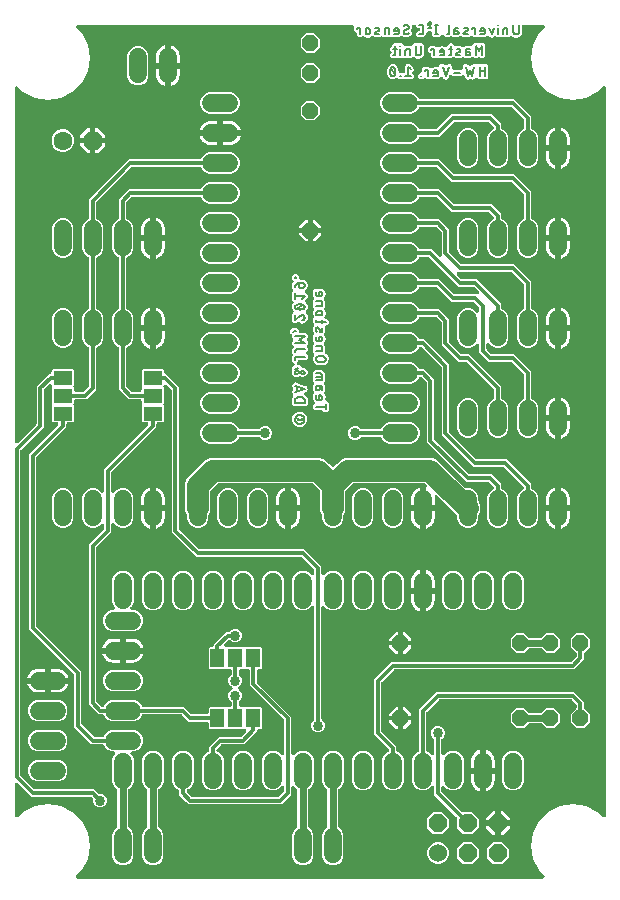
<source format=gbr>
G04 EAGLE Gerber RS-274X export*
G75*
%MOMM*%
%FSLAX34Y34*%
%LPD*%
%INBottom Copper*%
%IPPOS*%
%AMOC8*
5,1,8,0,0,1.08239X$1,22.5*%
G01*
%ADD10C,0.203200*%
%ADD11C,1.524000*%
%ADD12C,1.508000*%
%ADD13P,1.429621X8X202.500000*%
%ADD14P,1.429621X8X22.500000*%
%ADD15P,1.429621X8X112.500000*%
%ADD16P,1.732040X8X22.500000*%
%ADD17C,1.600200*%
%ADD18C,1.524000*%
%ADD19P,1.649562X8X22.500000*%
%ADD20P,1.429621X8X292.500000*%
%ADD21R,1.600200X1.168400*%
%ADD22R,1.168400X1.600200*%
%ADD23C,1.828800*%
%ADD24C,0.304800*%
%ADD25C,0.856400*%
%ADD26C,0.609600*%

G36*
X457317Y10172D02*
X457317Y10172D01*
X457417Y10174D01*
X457489Y10192D01*
X457563Y10201D01*
X457658Y10234D01*
X457755Y10259D01*
X457821Y10293D01*
X457891Y10318D01*
X457976Y10373D01*
X458065Y10419D01*
X458122Y10467D01*
X458184Y10507D01*
X458254Y10579D01*
X458330Y10644D01*
X458375Y10704D01*
X458426Y10758D01*
X458478Y10844D01*
X458538Y10925D01*
X458567Y10993D01*
X458605Y11057D01*
X458636Y11153D01*
X458676Y11245D01*
X458689Y11318D01*
X458711Y11389D01*
X458719Y11489D01*
X458737Y11588D01*
X458733Y11662D01*
X458739Y11736D01*
X458724Y11836D01*
X458719Y11936D01*
X458699Y12007D01*
X458688Y12081D01*
X458651Y12174D01*
X458623Y12271D01*
X458586Y12336D01*
X458559Y12405D01*
X458502Y12487D01*
X458453Y12575D01*
X458388Y12651D01*
X458360Y12691D01*
X458334Y12715D01*
X458294Y12761D01*
X453846Y17209D01*
X448798Y27117D01*
X447058Y38100D01*
X448798Y49083D01*
X453846Y58991D01*
X461709Y66854D01*
X471617Y71902D01*
X482600Y73642D01*
X493583Y71902D01*
X503491Y66854D01*
X507939Y62406D01*
X508017Y62344D01*
X508090Y62274D01*
X508154Y62235D01*
X508212Y62189D01*
X508303Y62146D01*
X508389Y62095D01*
X508460Y62072D01*
X508527Y62040D01*
X508625Y62019D01*
X508721Y61989D01*
X508795Y61983D01*
X508868Y61967D01*
X508968Y61969D01*
X509068Y61961D01*
X509142Y61972D01*
X509216Y61973D01*
X509313Y61997D01*
X509413Y62012D01*
X509482Y62040D01*
X509554Y62058D01*
X509644Y62104D01*
X509737Y62141D01*
X509798Y62183D01*
X509864Y62218D01*
X509941Y62283D01*
X510023Y62340D01*
X510073Y62395D01*
X510129Y62443D01*
X510189Y62524D01*
X510256Y62599D01*
X510292Y62664D01*
X510337Y62724D01*
X510376Y62816D01*
X510425Y62904D01*
X510445Y62975D01*
X510475Y63044D01*
X510492Y63142D01*
X510520Y63239D01*
X510528Y63339D01*
X510536Y63387D01*
X510534Y63422D01*
X510539Y63483D01*
X510539Y679467D01*
X510528Y679567D01*
X510526Y679667D01*
X510508Y679739D01*
X510499Y679813D01*
X510466Y679908D01*
X510441Y680005D01*
X510407Y680071D01*
X510382Y680141D01*
X510327Y680226D01*
X510281Y680315D01*
X510233Y680372D01*
X510193Y680434D01*
X510121Y680504D01*
X510056Y680580D01*
X509996Y680625D01*
X509942Y680676D01*
X509856Y680728D01*
X509775Y680788D01*
X509707Y680817D01*
X509643Y680855D01*
X509547Y680886D01*
X509455Y680926D01*
X509382Y680939D01*
X509311Y680961D01*
X509211Y680969D01*
X509112Y680987D01*
X509038Y680983D01*
X508964Y680989D01*
X508864Y680974D01*
X508764Y680969D01*
X508693Y680949D01*
X508619Y680938D01*
X508526Y680901D01*
X508429Y680873D01*
X508364Y680836D01*
X508295Y680809D01*
X508213Y680752D01*
X508125Y680703D01*
X508049Y680638D01*
X508009Y680610D01*
X507985Y680584D01*
X507939Y680544D01*
X503491Y676096D01*
X493583Y671048D01*
X482600Y669308D01*
X471617Y671048D01*
X461709Y676096D01*
X453846Y683959D01*
X448798Y693867D01*
X447058Y704850D01*
X448798Y715833D01*
X453846Y725741D01*
X458294Y730189D01*
X458356Y730267D01*
X458426Y730340D01*
X458465Y730404D01*
X458511Y730462D01*
X458554Y730553D01*
X458605Y730639D01*
X458628Y730710D01*
X458660Y730777D01*
X458681Y730875D01*
X458711Y730971D01*
X458717Y731045D01*
X458733Y731118D01*
X458731Y731218D01*
X458739Y731318D01*
X458728Y731392D01*
X458727Y731466D01*
X458703Y731563D01*
X458688Y731663D01*
X458660Y731732D01*
X458642Y731804D01*
X458596Y731894D01*
X458559Y731987D01*
X458517Y732048D01*
X458482Y732114D01*
X458417Y732191D01*
X458360Y732273D01*
X458305Y732323D01*
X458257Y732379D01*
X458176Y732439D01*
X458101Y732506D01*
X458036Y732542D01*
X457976Y732587D01*
X457884Y732626D01*
X457796Y732675D01*
X457725Y732695D01*
X457656Y732725D01*
X457558Y732742D01*
X457461Y732770D01*
X457361Y732778D01*
X457313Y732786D01*
X457278Y732784D01*
X457217Y732789D01*
X440894Y732789D01*
X440868Y732786D01*
X440842Y732788D01*
X440695Y732766D01*
X440548Y732749D01*
X440523Y732741D01*
X440497Y732737D01*
X440359Y732682D01*
X440220Y732632D01*
X440198Y732618D01*
X440173Y732608D01*
X440052Y732523D01*
X439927Y732443D01*
X439909Y732424D01*
X439887Y732409D01*
X439788Y732299D01*
X439685Y732192D01*
X439671Y732170D01*
X439654Y732150D01*
X439582Y732020D01*
X439506Y731893D01*
X439498Y731868D01*
X439485Y731845D01*
X439445Y731702D01*
X439400Y731561D01*
X439398Y731535D01*
X439390Y731510D01*
X439371Y731266D01*
X439371Y725615D01*
X437538Y723092D01*
X434572Y722128D01*
X431607Y723092D01*
X431560Y723157D01*
X431461Y723264D01*
X431367Y723375D01*
X431343Y723392D01*
X431324Y723413D01*
X431204Y723495D01*
X431087Y723582D01*
X431060Y723593D01*
X431036Y723610D01*
X430900Y723662D01*
X430767Y723720D01*
X430738Y723725D01*
X430711Y723736D01*
X430567Y723756D01*
X430424Y723782D01*
X430394Y723780D01*
X430366Y723784D01*
X430221Y723771D01*
X430075Y723764D01*
X430048Y723756D01*
X430019Y723753D01*
X429880Y723707D01*
X429741Y723667D01*
X429715Y723653D01*
X429688Y723644D01*
X429563Y723568D01*
X429436Y723497D01*
X429410Y723474D01*
X429390Y723462D01*
X429355Y723428D01*
X429250Y723338D01*
X428287Y722375D01*
X426007Y722375D01*
X425918Y722417D01*
X425892Y722423D01*
X425868Y722433D01*
X425722Y722460D01*
X425577Y722491D01*
X425551Y722490D01*
X425525Y722495D01*
X425377Y722487D01*
X425228Y722485D01*
X425203Y722479D01*
X425177Y722477D01*
X425034Y722436D01*
X424890Y722400D01*
X424867Y722388D01*
X424842Y722381D01*
X424832Y722375D01*
X422570Y722375D01*
X422554Y722391D01*
X422534Y722407D01*
X422517Y722427D01*
X422397Y722515D01*
X422281Y722607D01*
X422258Y722618D01*
X422237Y722634D01*
X422100Y722693D01*
X421966Y722756D01*
X421941Y722762D01*
X421917Y722772D01*
X421771Y722798D01*
X421626Y722830D01*
X421599Y722829D01*
X421574Y722834D01*
X421425Y722826D01*
X421277Y722824D01*
X421252Y722817D01*
X421225Y722816D01*
X421083Y722775D01*
X420939Y722739D01*
X420916Y722727D01*
X420891Y722719D01*
X420761Y722647D01*
X420629Y722579D01*
X420609Y722562D01*
X420586Y722549D01*
X420400Y722391D01*
X420385Y722375D01*
X418280Y722375D01*
X417865Y722790D01*
X417789Y722850D01*
X417720Y722918D01*
X417653Y722958D01*
X417592Y723007D01*
X417505Y723048D01*
X417422Y723098D01*
X417348Y723122D01*
X417277Y723156D01*
X417183Y723176D01*
X417091Y723206D01*
X417013Y723212D01*
X416936Y723229D01*
X416840Y723227D01*
X416743Y723236D01*
X416666Y723224D01*
X416588Y723223D01*
X416494Y723199D01*
X416399Y723186D01*
X416326Y723157D01*
X416250Y723138D01*
X416164Y723094D01*
X416074Y723058D01*
X416010Y723014D01*
X415940Y722978D01*
X415866Y722916D01*
X415854Y722907D01*
X414923Y722597D01*
X414889Y722581D01*
X414724Y722514D01*
X413991Y722148D01*
X413987Y722149D01*
X413968Y722149D01*
X413950Y722152D01*
X413794Y722145D01*
X413711Y722143D01*
X412968Y722514D01*
X412932Y722527D01*
X412769Y722597D01*
X411991Y722856D01*
X411989Y722860D01*
X411975Y722873D01*
X411965Y722888D01*
X411850Y722993D01*
X411737Y723101D01*
X411721Y723110D01*
X411707Y723123D01*
X411632Y723168D01*
X411550Y723273D01*
X411545Y723276D01*
X411542Y723281D01*
X411409Y723386D01*
X411278Y723491D01*
X411273Y723493D01*
X411269Y723497D01*
X411114Y723569D01*
X410963Y723642D01*
X410958Y723643D01*
X410953Y723645D01*
X410788Y723680D01*
X410623Y723717D01*
X410618Y723717D01*
X410613Y723718D01*
X410443Y723715D01*
X410275Y723713D01*
X410270Y723711D01*
X410264Y723711D01*
X410099Y723669D01*
X409936Y723629D01*
X409931Y723627D01*
X409926Y723626D01*
X409705Y723521D01*
X407915Y722487D01*
X407853Y722441D01*
X407786Y722404D01*
X407753Y722375D01*
X403367Y722375D01*
X403142Y722601D01*
X403121Y722617D01*
X403104Y722637D01*
X403020Y722699D01*
X402954Y722759D01*
X402917Y722780D01*
X402869Y722817D01*
X402845Y722829D01*
X402824Y722844D01*
X402712Y722892D01*
X402649Y722927D01*
X402617Y722936D01*
X402554Y722966D01*
X402528Y722972D01*
X402504Y722982D01*
X402368Y723007D01*
X402314Y723022D01*
X402284Y723025D01*
X402213Y723040D01*
X402187Y723039D01*
X402161Y723044D01*
X402089Y723040D01*
X402070Y723042D01*
X402060Y723042D01*
X402012Y723036D01*
X401865Y723034D01*
X401839Y723027D01*
X401813Y723026D01*
X401740Y723005D01*
X401713Y723002D01*
X401656Y722981D01*
X401527Y722949D01*
X401503Y722937D01*
X401478Y722929D01*
X401419Y722897D01*
X401385Y722884D01*
X401320Y722843D01*
X401217Y722789D01*
X401197Y722772D01*
X401174Y722759D01*
X401119Y722712D01*
X401092Y722695D01*
X401063Y722665D01*
X400988Y722601D01*
X400762Y722375D01*
X398657Y722375D01*
X397775Y723257D01*
X397685Y723329D01*
X397601Y723407D01*
X397549Y723437D01*
X397502Y723474D01*
X397398Y723523D01*
X397299Y723580D01*
X397242Y723597D01*
X397187Y723623D01*
X397075Y723647D01*
X396965Y723680D01*
X396905Y723684D01*
X396846Y723696D01*
X396732Y723694D01*
X396617Y723701D01*
X396558Y723691D01*
X396498Y723690D01*
X396387Y723662D01*
X396274Y723643D01*
X396218Y723620D01*
X396160Y723605D01*
X396058Y723553D01*
X395952Y723508D01*
X395904Y723473D01*
X395850Y723446D01*
X395836Y723433D01*
X394567Y722977D01*
X392964Y722400D01*
X392943Y722400D01*
X391277Y722376D01*
X391276Y722376D01*
X391259Y722376D01*
X391072Y722373D01*
X389918Y722356D01*
X388780Y723276D01*
X388779Y723276D01*
X388630Y723371D01*
X388486Y723462D01*
X388485Y723462D01*
X388485Y723463D01*
X388333Y723516D01*
X388157Y723577D01*
X388156Y723577D01*
X387981Y723596D01*
X387810Y723614D01*
X387809Y723614D01*
X387615Y723590D01*
X387464Y723571D01*
X387463Y723571D01*
X387294Y723508D01*
X387137Y723451D01*
X387136Y723450D01*
X386927Y723323D01*
X385623Y722375D01*
X381200Y722375D01*
X380592Y722983D01*
X380572Y722999D01*
X380555Y723019D01*
X380436Y723107D01*
X380319Y723199D01*
X380295Y723211D01*
X380274Y723226D01*
X380138Y723285D01*
X380004Y723348D01*
X379978Y723354D01*
X379954Y723364D01*
X379808Y723391D01*
X379663Y723422D01*
X379637Y723421D01*
X379611Y723426D01*
X379463Y723418D01*
X379315Y723416D01*
X379289Y723409D01*
X379263Y723408D01*
X379121Y723367D01*
X378977Y723331D01*
X378954Y723319D01*
X378928Y723311D01*
X378799Y723239D01*
X378667Y723171D01*
X378647Y723154D01*
X378624Y723141D01*
X378438Y722983D01*
X377831Y722375D01*
X376217Y722375D01*
X375165Y722375D01*
X373243Y724297D01*
X373222Y724313D01*
X373206Y724333D01*
X373087Y724421D01*
X372970Y724513D01*
X372946Y724525D01*
X372925Y724540D01*
X372789Y724599D01*
X372655Y724662D01*
X372629Y724668D01*
X372605Y724678D01*
X372459Y724704D01*
X372314Y724736D01*
X372288Y724735D01*
X372262Y724740D01*
X372114Y724732D01*
X371966Y724730D01*
X371940Y724723D01*
X371914Y724722D01*
X371771Y724681D01*
X371628Y724645D01*
X371605Y724633D01*
X371579Y724625D01*
X371450Y724553D01*
X371318Y724485D01*
X371298Y724468D01*
X371275Y724455D01*
X371089Y724297D01*
X369167Y722375D01*
X365256Y722375D01*
X363768Y723864D01*
X363768Y725819D01*
X363765Y725845D01*
X363767Y725871D01*
X363745Y726018D01*
X363728Y726165D01*
X363719Y726190D01*
X363716Y726216D01*
X363661Y726354D01*
X363611Y726493D01*
X363596Y726516D01*
X363587Y726540D01*
X363502Y726661D01*
X363422Y726786D01*
X363403Y726805D01*
X363388Y726826D01*
X363278Y726925D01*
X363171Y727028D01*
X363149Y727042D01*
X363129Y727059D01*
X362999Y727131D01*
X362872Y727207D01*
X362847Y727215D01*
X362824Y727228D01*
X362681Y727268D01*
X362540Y727313D01*
X362514Y727316D01*
X362489Y727323D01*
X362245Y727342D01*
X360169Y727342D01*
X360143Y727339D01*
X360117Y727341D01*
X359970Y727319D01*
X359823Y727302D01*
X359798Y727294D01*
X359772Y727290D01*
X359634Y727235D01*
X359495Y727185D01*
X359473Y727171D01*
X359448Y727161D01*
X359327Y727077D01*
X359202Y726996D01*
X359184Y726977D01*
X359162Y726962D01*
X359063Y726852D01*
X358960Y726745D01*
X358946Y726723D01*
X358929Y726703D01*
X358857Y726573D01*
X358781Y726446D01*
X358773Y726421D01*
X358760Y726398D01*
X358720Y726255D01*
X358675Y726114D01*
X358673Y726088D01*
X358665Y726063D01*
X358646Y725819D01*
X358646Y725558D01*
X357481Y723540D01*
X355464Y722375D01*
X351440Y722375D01*
X349952Y723864D01*
X349952Y725968D01*
X351440Y727457D01*
X352041Y727457D01*
X352067Y727460D01*
X352093Y727458D01*
X352240Y727480D01*
X352387Y727497D01*
X352412Y727505D01*
X352438Y727509D01*
X352576Y727564D01*
X352715Y727614D01*
X352738Y727628D01*
X352762Y727638D01*
X352883Y727723D01*
X353008Y727803D01*
X353027Y727822D01*
X353048Y727837D01*
X353147Y727947D01*
X353250Y728054D01*
X353264Y728076D01*
X353281Y728096D01*
X353353Y728226D01*
X353429Y728353D01*
X353437Y728378D01*
X353450Y728401D01*
X353490Y728544D01*
X353536Y728685D01*
X353538Y728711D01*
X353545Y728736D01*
X353564Y728980D01*
X353561Y729006D01*
X353562Y729013D01*
X353563Y729032D01*
X353541Y729179D01*
X353525Y729326D01*
X353516Y729351D01*
X353512Y729377D01*
X353457Y729515D01*
X353407Y729654D01*
X353393Y729676D01*
X353383Y729701D01*
X353299Y729822D01*
X353218Y729947D01*
X353199Y729965D01*
X353184Y729987D01*
X353074Y730086D01*
X352967Y730189D01*
X352945Y730203D01*
X352925Y730220D01*
X352795Y730292D01*
X352668Y730368D01*
X352643Y730376D01*
X352620Y730389D01*
X352477Y730429D01*
X352336Y730474D01*
X352310Y730476D01*
X352285Y730484D01*
X352041Y730503D01*
X351440Y730503D01*
X349600Y732343D01*
X349501Y732422D01*
X349408Y732506D01*
X349365Y732530D01*
X349327Y732560D01*
X349213Y732614D01*
X349103Y732675D01*
X349056Y732688D01*
X349012Y732709D01*
X348889Y732735D01*
X348767Y732770D01*
X348706Y732775D01*
X348672Y732782D01*
X348624Y732781D01*
X348523Y732789D01*
X347705Y732789D01*
X347679Y732786D01*
X347653Y732788D01*
X347506Y732766D01*
X347359Y732749D01*
X347334Y732741D01*
X347308Y732737D01*
X347170Y732682D01*
X347031Y732632D01*
X347009Y732618D01*
X346984Y732608D01*
X346863Y732523D01*
X346738Y732443D01*
X346720Y732424D01*
X346698Y732409D01*
X346599Y732299D01*
X346496Y732192D01*
X346482Y732170D01*
X346465Y732150D01*
X346393Y732020D01*
X346317Y731893D01*
X346309Y731868D01*
X346296Y731845D01*
X346256Y731702D01*
X346211Y731561D01*
X346209Y731535D01*
X346201Y731510D01*
X346182Y731266D01*
X346182Y730076D01*
X345759Y729336D01*
X345759Y729335D01*
X345758Y729334D01*
X345690Y729175D01*
X345622Y729016D01*
X345622Y729015D01*
X345621Y729013D01*
X345592Y728847D01*
X345561Y728672D01*
X345561Y728671D01*
X345561Y728670D01*
X345570Y728507D01*
X345580Y728324D01*
X345580Y728323D01*
X345580Y728322D01*
X345630Y728151D01*
X345677Y727990D01*
X345678Y727989D01*
X345678Y727988D01*
X345764Y727836D01*
X345848Y727686D01*
X345849Y727685D01*
X345850Y727684D01*
X346009Y727499D01*
X346403Y727108D01*
X346412Y725003D01*
X345671Y724256D01*
X344776Y723353D01*
X342429Y722375D01*
X339993Y722375D01*
X338195Y723413D01*
X338057Y723473D01*
X337920Y723537D01*
X337897Y723542D01*
X337876Y723552D01*
X337727Y723578D01*
X337579Y723610D01*
X337556Y723610D01*
X337533Y723614D01*
X337382Y723606D01*
X337231Y723603D01*
X337208Y723598D01*
X337185Y723597D01*
X337039Y723555D01*
X336893Y723518D01*
X336867Y723506D01*
X336850Y723501D01*
X336808Y723478D01*
X336672Y723413D01*
X335069Y722487D01*
X335007Y722441D01*
X334940Y722404D01*
X334906Y722375D01*
X330521Y722375D01*
X330342Y722554D01*
X330321Y722571D01*
X330304Y722591D01*
X330185Y722679D01*
X330069Y722771D01*
X330045Y722782D01*
X330024Y722798D01*
X329888Y722856D01*
X329754Y722920D01*
X329728Y722925D01*
X329704Y722936D01*
X329558Y722962D01*
X329413Y722993D01*
X329387Y722993D01*
X329361Y722997D01*
X329212Y722990D01*
X329065Y722987D01*
X329039Y722981D01*
X329013Y722980D01*
X328870Y722938D01*
X328727Y722902D01*
X328703Y722890D01*
X328678Y722883D01*
X328549Y722811D01*
X328417Y722743D01*
X328397Y722726D01*
X328374Y722713D01*
X328188Y722554D01*
X328009Y722375D01*
X325728Y722375D01*
X325639Y722418D01*
X325613Y722423D01*
X325589Y722433D01*
X325443Y722460D01*
X325298Y722491D01*
X325272Y722490D01*
X325246Y722495D01*
X325098Y722487D01*
X324950Y722485D01*
X324924Y722478D01*
X324898Y722477D01*
X324756Y722436D01*
X324612Y722400D01*
X324588Y722388D01*
X324563Y722381D01*
X324554Y722375D01*
X322291Y722375D01*
X321817Y722850D01*
X321785Y722875D01*
X321758Y722905D01*
X321649Y722983D01*
X321544Y723067D01*
X321507Y723084D01*
X321474Y723107D01*
X321350Y723158D01*
X321229Y723215D01*
X321189Y723224D01*
X321152Y723239D01*
X321019Y723261D01*
X320888Y723289D01*
X320847Y723288D01*
X320808Y723295D01*
X320674Y723285D01*
X320539Y723283D01*
X320500Y723273D01*
X320460Y723270D01*
X320224Y723206D01*
X319587Y722977D01*
X317983Y722400D01*
X317963Y722400D01*
X317962Y722400D01*
X316323Y722376D01*
X316279Y722376D01*
X316130Y722373D01*
X314938Y722356D01*
X313828Y723253D01*
X313772Y723288D01*
X313723Y723331D01*
X313626Y723381D01*
X313533Y723440D01*
X313471Y723461D01*
X313413Y723491D01*
X313308Y723518D01*
X313204Y723555D01*
X313139Y723561D01*
X313076Y723578D01*
X312966Y723580D01*
X312858Y723592D01*
X312793Y723584D01*
X312727Y723585D01*
X312620Y723562D01*
X312512Y723549D01*
X312450Y723526D01*
X312386Y723513D01*
X312287Y723466D01*
X312185Y723429D01*
X312130Y723393D01*
X312071Y723365D01*
X311985Y723297D01*
X311893Y723237D01*
X311848Y723190D01*
X311797Y723149D01*
X311693Y723028D01*
X308996Y722152D01*
X306256Y723042D01*
X306246Y723050D01*
X306226Y723071D01*
X306106Y723153D01*
X305989Y723239D01*
X305962Y723251D01*
X305938Y723267D01*
X305802Y723320D01*
X305669Y723377D01*
X305640Y723383D01*
X305613Y723393D01*
X305469Y723413D01*
X305326Y723439D01*
X305297Y723438D01*
X305268Y723442D01*
X305123Y723429D01*
X304978Y723421D01*
X304950Y723413D01*
X304921Y723411D01*
X304782Y723365D01*
X304643Y723325D01*
X304618Y723311D01*
X304590Y723301D01*
X304465Y723225D01*
X304339Y723154D01*
X304312Y723132D01*
X304292Y723120D01*
X304257Y723085D01*
X304152Y722996D01*
X303532Y722375D01*
X301427Y722375D01*
X299939Y723864D01*
X299939Y725368D01*
X299936Y725394D01*
X299938Y725420D01*
X299916Y725567D01*
X299899Y725714D01*
X299890Y725738D01*
X299886Y725764D01*
X299831Y725902D01*
X299781Y726042D01*
X299767Y726064D01*
X299757Y726088D01*
X299673Y726210D01*
X299592Y726335D01*
X299573Y726353D01*
X299558Y726374D01*
X299448Y726474D01*
X299341Y726577D01*
X299319Y726590D01*
X299299Y726608D01*
X299170Y726680D01*
X299042Y726756D01*
X299017Y726764D01*
X298994Y726776D01*
X298852Y726817D01*
X298763Y726845D01*
X297229Y728379D01*
X297229Y731266D01*
X297226Y731292D01*
X297228Y731318D01*
X297206Y731465D01*
X297189Y731612D01*
X297181Y731637D01*
X297177Y731663D01*
X297122Y731801D01*
X297072Y731940D01*
X297058Y731962D01*
X297048Y731987D01*
X296963Y732108D01*
X296883Y732233D01*
X296864Y732251D01*
X296849Y732273D01*
X296739Y732372D01*
X296632Y732475D01*
X296610Y732489D01*
X296590Y732506D01*
X296460Y732578D01*
X296333Y732654D01*
X296308Y732662D01*
X296285Y732675D01*
X296142Y732715D01*
X296001Y732760D01*
X295975Y732762D01*
X295950Y732770D01*
X295706Y732789D01*
X63483Y732789D01*
X63383Y732778D01*
X63283Y732776D01*
X63211Y732758D01*
X63137Y732749D01*
X63042Y732716D01*
X62945Y732691D01*
X62879Y732657D01*
X62809Y732632D01*
X62724Y732577D01*
X62635Y732531D01*
X62578Y732483D01*
X62516Y732443D01*
X62446Y732371D01*
X62370Y732306D01*
X62325Y732246D01*
X62274Y732192D01*
X62222Y732106D01*
X62162Y732025D01*
X62133Y731957D01*
X62095Y731893D01*
X62064Y731797D01*
X62024Y731705D01*
X62011Y731632D01*
X61989Y731561D01*
X61981Y731461D01*
X61963Y731362D01*
X61967Y731288D01*
X61961Y731214D01*
X61976Y731114D01*
X61981Y731014D01*
X62001Y730943D01*
X62012Y730869D01*
X62049Y730776D01*
X62077Y730679D01*
X62114Y730614D01*
X62141Y730545D01*
X62198Y730463D01*
X62247Y730375D01*
X62312Y730299D01*
X62340Y730259D01*
X62366Y730235D01*
X62406Y730189D01*
X66854Y725741D01*
X71902Y715833D01*
X73642Y704850D01*
X71902Y693867D01*
X66854Y683959D01*
X58991Y676096D01*
X49083Y671048D01*
X38100Y669308D01*
X27117Y671048D01*
X17209Y676096D01*
X12761Y680544D01*
X12683Y680606D01*
X12610Y680676D01*
X12546Y680715D01*
X12488Y680761D01*
X12397Y680804D01*
X12311Y680855D01*
X12240Y680878D01*
X12173Y680910D01*
X12075Y680931D01*
X11979Y680961D01*
X11905Y680967D01*
X11832Y680983D01*
X11732Y680981D01*
X11632Y680989D01*
X11558Y680978D01*
X11484Y680977D01*
X11387Y680953D01*
X11287Y680938D01*
X11218Y680910D01*
X11146Y680892D01*
X11056Y680846D01*
X10963Y680809D01*
X10902Y680767D01*
X10836Y680732D01*
X10759Y680667D01*
X10677Y680610D01*
X10627Y680555D01*
X10571Y680507D01*
X10511Y680426D01*
X10444Y680351D01*
X10408Y680286D01*
X10363Y680226D01*
X10324Y680134D01*
X10275Y680046D01*
X10255Y679975D01*
X10225Y679906D01*
X10208Y679808D01*
X10180Y679711D01*
X10172Y679611D01*
X10164Y679563D01*
X10166Y679527D01*
X10161Y679467D01*
X10161Y380100D01*
X10172Y380000D01*
X10174Y379900D01*
X10192Y379827D01*
X10201Y379754D01*
X10234Y379659D01*
X10259Y379562D01*
X10293Y379495D01*
X10318Y379425D01*
X10373Y379341D01*
X10419Y379252D01*
X10467Y379195D01*
X10507Y379133D01*
X10579Y379063D01*
X10644Y378986D01*
X10704Y378942D01*
X10758Y378890D01*
X10844Y378839D01*
X10925Y378779D01*
X10993Y378750D01*
X11057Y378712D01*
X11153Y378681D01*
X11245Y378641D01*
X11318Y378628D01*
X11389Y378605D01*
X11489Y378597D01*
X11588Y378580D01*
X11662Y378583D01*
X11736Y378577D01*
X11836Y378592D01*
X11936Y378597D01*
X12007Y378618D01*
X12081Y378629D01*
X12174Y378666D01*
X12271Y378694D01*
X12336Y378730D01*
X12405Y378758D01*
X12487Y378815D01*
X12575Y378864D01*
X12651Y378929D01*
X12691Y378957D01*
X12715Y378983D01*
X12761Y379023D01*
X28255Y394517D01*
X28325Y394605D01*
X28337Y394617D01*
X28340Y394623D01*
X28418Y394710D01*
X28442Y394752D01*
X28472Y394790D01*
X28526Y394904D01*
X28587Y395015D01*
X28600Y395061D01*
X28621Y395105D01*
X28647Y395228D01*
X28682Y395350D01*
X28687Y395411D01*
X28694Y395446D01*
X28693Y395494D01*
X28701Y395594D01*
X28701Y426713D01*
X39377Y437389D01*
X39751Y437389D01*
X39777Y437392D01*
X39803Y437390D01*
X39950Y437412D01*
X40097Y437429D01*
X40122Y437437D01*
X40148Y437441D01*
X40286Y437496D01*
X40425Y437546D01*
X40447Y437560D01*
X40472Y437570D01*
X40593Y437655D01*
X40718Y437735D01*
X40736Y437754D01*
X40758Y437769D01*
X40857Y437879D01*
X40960Y437986D01*
X40974Y438008D01*
X40991Y438028D01*
X41063Y438158D01*
X41139Y438285D01*
X41147Y438310D01*
X41160Y438333D01*
X41200Y438476D01*
X41245Y438617D01*
X41247Y438643D01*
X41255Y438668D01*
X41274Y438912D01*
X41274Y440814D01*
X42167Y441707D01*
X59433Y441707D01*
X60326Y440814D01*
X60326Y427866D01*
X60256Y427797D01*
X60240Y427777D01*
X60220Y427760D01*
X60132Y427640D01*
X60040Y427524D01*
X60029Y427500D01*
X60013Y427479D01*
X59954Y427343D01*
X59891Y427209D01*
X59885Y427183D01*
X59875Y427159D01*
X59849Y427013D01*
X59817Y426868D01*
X59818Y426842D01*
X59813Y426816D01*
X59821Y426668D01*
X59823Y426520D01*
X59830Y426494D01*
X59831Y426468D01*
X59872Y426326D01*
X59908Y426182D01*
X59920Y426159D01*
X59928Y426133D01*
X60000Y426004D01*
X60068Y425872D01*
X60085Y425852D01*
X60098Y425829D01*
X60256Y425643D01*
X60326Y425574D01*
X60326Y423672D01*
X60329Y423646D01*
X60327Y423620D01*
X60349Y423473D01*
X60366Y423326D01*
X60374Y423301D01*
X60378Y423275D01*
X60433Y423137D01*
X60483Y422998D01*
X60497Y422976D01*
X60507Y422951D01*
X60592Y422830D01*
X60672Y422705D01*
X60691Y422687D01*
X60706Y422665D01*
X60816Y422566D01*
X60923Y422463D01*
X60945Y422449D01*
X60965Y422432D01*
X61095Y422360D01*
X61222Y422284D01*
X61247Y422276D01*
X61270Y422263D01*
X61413Y422223D01*
X61554Y422178D01*
X61580Y422176D01*
X61605Y422168D01*
X61849Y422149D01*
X67956Y422149D01*
X68082Y422163D01*
X68208Y422170D01*
X68254Y422183D01*
X68302Y422189D01*
X68421Y422231D01*
X68543Y422266D01*
X68585Y422290D01*
X68631Y422306D01*
X68737Y422375D01*
X68847Y422436D01*
X68893Y422476D01*
X68923Y422495D01*
X68957Y422530D01*
X69033Y422595D01*
X72705Y426267D01*
X72784Y426366D01*
X72868Y426460D01*
X72892Y426502D01*
X72922Y426540D01*
X72976Y426654D01*
X73037Y426765D01*
X73050Y426811D01*
X73071Y426855D01*
X73097Y426978D01*
X73132Y427100D01*
X73137Y427161D01*
X73144Y427196D01*
X73143Y427244D01*
X73151Y427344D01*
X73151Y459143D01*
X73143Y459219D01*
X73144Y459296D01*
X73123Y459392D01*
X73111Y459490D01*
X73086Y459562D01*
X73069Y459636D01*
X73027Y459725D01*
X72994Y459818D01*
X72952Y459882D01*
X72920Y459951D01*
X72858Y460028D01*
X72805Y460111D01*
X72750Y460164D01*
X72702Y460223D01*
X72625Y460284D01*
X72554Y460353D01*
X72489Y460392D01*
X72429Y460439D01*
X72296Y460507D01*
X72255Y460532D01*
X72237Y460537D01*
X72211Y460551D01*
X71065Y461025D01*
X68515Y463575D01*
X67135Y466907D01*
X67135Y485593D01*
X68515Y488925D01*
X71065Y491475D01*
X72211Y491949D01*
X72278Y491986D01*
X72349Y492015D01*
X72430Y492071D01*
X72516Y492119D01*
X72572Y492170D01*
X72635Y492214D01*
X72701Y492287D01*
X72774Y492353D01*
X72817Y492416D01*
X72868Y492472D01*
X72916Y492559D01*
X72972Y492639D01*
X73000Y492710D01*
X73037Y492777D01*
X73064Y492872D01*
X73100Y492964D01*
X73111Y493039D01*
X73132Y493113D01*
X73144Y493262D01*
X73151Y493308D01*
X73149Y493327D01*
X73151Y493357D01*
X73151Y535343D01*
X73143Y535419D01*
X73144Y535496D01*
X73123Y535592D01*
X73111Y535690D01*
X73086Y535762D01*
X73069Y535836D01*
X73027Y535925D01*
X72994Y536018D01*
X72952Y536082D01*
X72920Y536151D01*
X72858Y536228D01*
X72805Y536311D01*
X72750Y536364D01*
X72702Y536423D01*
X72625Y536484D01*
X72554Y536553D01*
X72489Y536592D01*
X72429Y536639D01*
X72296Y536707D01*
X72255Y536732D01*
X72237Y536737D01*
X72211Y536751D01*
X71065Y537225D01*
X68515Y539775D01*
X67135Y543107D01*
X67135Y561793D01*
X68515Y565125D01*
X71065Y567675D01*
X72211Y568149D01*
X72278Y568186D01*
X72349Y568215D01*
X72430Y568271D01*
X72516Y568319D01*
X72572Y568370D01*
X72635Y568414D01*
X72701Y568487D01*
X72774Y568553D01*
X72817Y568616D01*
X72868Y568672D01*
X72916Y568759D01*
X72972Y568839D01*
X73000Y568910D01*
X73037Y568977D01*
X73064Y569072D01*
X73100Y569164D01*
X73111Y569239D01*
X73132Y569313D01*
X73144Y569462D01*
X73151Y569508D01*
X73149Y569527D01*
X73151Y569557D01*
X73151Y585463D01*
X104455Y616767D01*
X106687Y618999D01*
X166877Y618999D01*
X166953Y619007D01*
X167029Y619006D01*
X167125Y619027D01*
X167223Y619039D01*
X167295Y619064D01*
X167370Y619081D01*
X167458Y619123D01*
X167551Y619156D01*
X167615Y619198D01*
X167684Y619230D01*
X167761Y619292D01*
X167844Y619345D01*
X167897Y619400D01*
X167957Y619448D01*
X168018Y619525D01*
X168086Y619596D01*
X168125Y619661D01*
X168173Y619721D01*
X168241Y619855D01*
X168265Y619895D01*
X168271Y619913D01*
X168284Y619939D01*
X168777Y621130D01*
X171350Y623702D01*
X174711Y625095D01*
X193589Y625095D01*
X196950Y623702D01*
X199522Y621130D01*
X200915Y617769D01*
X200915Y614131D01*
X199522Y610770D01*
X196950Y608198D01*
X193589Y606805D01*
X174711Y606805D01*
X171350Y608198D01*
X168777Y610770D01*
X168284Y611961D01*
X168247Y612028D01*
X168219Y612099D01*
X168163Y612180D01*
X168115Y612266D01*
X168063Y612322D01*
X168020Y612385D01*
X167947Y612451D01*
X167881Y612524D01*
X167818Y612567D01*
X167761Y612618D01*
X167675Y612666D01*
X167594Y612722D01*
X167523Y612750D01*
X167456Y612787D01*
X167361Y612814D01*
X167270Y612850D01*
X167194Y612861D01*
X167121Y612882D01*
X166972Y612894D01*
X166925Y612901D01*
X166906Y612899D01*
X166877Y612901D01*
X109844Y612901D01*
X109718Y612887D01*
X109592Y612880D01*
X109546Y612867D01*
X109498Y612861D01*
X109379Y612819D01*
X109257Y612784D01*
X109215Y612760D01*
X109169Y612744D01*
X109063Y612675D01*
X108953Y612614D01*
X108907Y612574D01*
X108877Y612555D01*
X108843Y612520D01*
X108767Y612455D01*
X79695Y583383D01*
X79616Y583284D01*
X79532Y583190D01*
X79508Y583148D01*
X79478Y583110D01*
X79424Y582996D01*
X79363Y582885D01*
X79350Y582839D01*
X79329Y582795D01*
X79303Y582672D01*
X79268Y582550D01*
X79263Y582489D01*
X79256Y582454D01*
X79257Y582406D01*
X79249Y582306D01*
X79249Y569557D01*
X79257Y569481D01*
X79256Y569404D01*
X79277Y569308D01*
X79289Y569210D01*
X79314Y569138D01*
X79331Y569064D01*
X79373Y568975D01*
X79406Y568882D01*
X79448Y568818D01*
X79480Y568749D01*
X79542Y568672D01*
X79595Y568589D01*
X79650Y568536D01*
X79698Y568477D01*
X79775Y568416D01*
X79846Y568347D01*
X79911Y568308D01*
X79971Y568261D01*
X80104Y568193D01*
X80145Y568168D01*
X80163Y568163D01*
X80189Y568149D01*
X81335Y567675D01*
X83885Y565125D01*
X85265Y561793D01*
X85265Y543107D01*
X83885Y539775D01*
X81335Y537225D01*
X80189Y536751D01*
X80122Y536714D01*
X80051Y536685D01*
X79970Y536629D01*
X79884Y536581D01*
X79828Y536530D01*
X79765Y536486D01*
X79699Y536413D01*
X79626Y536347D01*
X79583Y536284D01*
X79532Y536228D01*
X79484Y536141D01*
X79428Y536061D01*
X79400Y535990D01*
X79363Y535923D01*
X79336Y535828D01*
X79300Y535736D01*
X79289Y535661D01*
X79268Y535587D01*
X79256Y535438D01*
X79249Y535392D01*
X79251Y535373D01*
X79249Y535343D01*
X79249Y493357D01*
X79257Y493281D01*
X79256Y493204D01*
X79277Y493108D01*
X79289Y493010D01*
X79314Y492938D01*
X79331Y492864D01*
X79373Y492775D01*
X79406Y492682D01*
X79448Y492618D01*
X79480Y492549D01*
X79542Y492472D01*
X79595Y492389D01*
X79650Y492336D01*
X79698Y492277D01*
X79775Y492216D01*
X79846Y492147D01*
X79911Y492108D01*
X79971Y492061D01*
X80104Y491993D01*
X80145Y491968D01*
X80163Y491963D01*
X80189Y491949D01*
X81335Y491475D01*
X83885Y488925D01*
X85265Y485593D01*
X85265Y466907D01*
X83885Y463575D01*
X81335Y461025D01*
X80189Y460551D01*
X80122Y460514D01*
X80051Y460485D01*
X79970Y460429D01*
X79884Y460381D01*
X79828Y460330D01*
X79765Y460286D01*
X79699Y460213D01*
X79626Y460147D01*
X79583Y460084D01*
X79532Y460028D01*
X79484Y459941D01*
X79428Y459861D01*
X79400Y459790D01*
X79363Y459723D01*
X79336Y459628D01*
X79300Y459536D01*
X79289Y459461D01*
X79268Y459387D01*
X79256Y459238D01*
X79249Y459192D01*
X79251Y459173D01*
X79249Y459143D01*
X79249Y424187D01*
X71113Y416051D01*
X61849Y416051D01*
X61823Y416048D01*
X61797Y416050D01*
X61650Y416028D01*
X61503Y416011D01*
X61478Y416003D01*
X61452Y415999D01*
X61314Y415944D01*
X61175Y415894D01*
X61153Y415880D01*
X61128Y415870D01*
X61007Y415785D01*
X60882Y415705D01*
X60864Y415686D01*
X60842Y415671D01*
X60743Y415561D01*
X60640Y415454D01*
X60626Y415432D01*
X60609Y415412D01*
X60537Y415282D01*
X60461Y415155D01*
X60453Y415130D01*
X60440Y415107D01*
X60400Y414964D01*
X60355Y414823D01*
X60353Y414797D01*
X60345Y414772D01*
X60326Y414528D01*
X60326Y412626D01*
X60256Y412557D01*
X60240Y412537D01*
X60220Y412520D01*
X60132Y412400D01*
X60040Y412284D01*
X60029Y412260D01*
X60013Y412239D01*
X59954Y412103D01*
X59891Y411969D01*
X59885Y411943D01*
X59875Y411919D01*
X59849Y411773D01*
X59817Y411628D01*
X59818Y411602D01*
X59813Y411576D01*
X59821Y411428D01*
X59823Y411280D01*
X59830Y411254D01*
X59831Y411228D01*
X59872Y411086D01*
X59908Y410942D01*
X59920Y410919D01*
X59928Y410893D01*
X60000Y410764D01*
X60068Y410632D01*
X60085Y410612D01*
X60098Y410589D01*
X60256Y410403D01*
X60326Y410334D01*
X60326Y397386D01*
X59433Y396493D01*
X55372Y396493D01*
X55346Y396490D01*
X55320Y396492D01*
X55173Y396470D01*
X55026Y396453D01*
X55001Y396445D01*
X54975Y396441D01*
X54837Y396386D01*
X54698Y396336D01*
X54676Y396322D01*
X54651Y396312D01*
X54530Y396227D01*
X54405Y396147D01*
X54387Y396128D01*
X54365Y396113D01*
X54266Y396003D01*
X54163Y395896D01*
X54149Y395874D01*
X54132Y395854D01*
X54060Y395724D01*
X53984Y395597D01*
X53976Y395572D01*
X53963Y395549D01*
X53923Y395406D01*
X53878Y395265D01*
X53876Y395239D01*
X53868Y395214D01*
X53849Y394970D01*
X53849Y392437D01*
X28895Y367483D01*
X28816Y367384D01*
X28732Y367290D01*
X28708Y367248D01*
X28678Y367210D01*
X28624Y367096D01*
X28563Y366985D01*
X28550Y366939D01*
X28529Y366895D01*
X28503Y366772D01*
X28468Y366650D01*
X28463Y366589D01*
X28456Y366554D01*
X28457Y366506D01*
X28449Y366406D01*
X28449Y224144D01*
X28463Y224018D01*
X28470Y223892D01*
X28483Y223846D01*
X28489Y223798D01*
X28531Y223679D01*
X28566Y223557D01*
X28590Y223515D01*
X28606Y223469D01*
X28675Y223363D01*
X28736Y223253D01*
X28776Y223207D01*
X28795Y223177D01*
X28830Y223143D01*
X28895Y223067D01*
X66549Y185413D01*
X66549Y141594D01*
X66563Y141468D01*
X66570Y141342D01*
X66583Y141296D01*
X66589Y141248D01*
X66631Y141129D01*
X66666Y141007D01*
X66690Y140965D01*
X66706Y140919D01*
X66775Y140813D01*
X66836Y140703D01*
X66876Y140657D01*
X66895Y140627D01*
X66930Y140593D01*
X66995Y140517D01*
X77017Y130495D01*
X77116Y130416D01*
X77210Y130332D01*
X77252Y130308D01*
X77290Y130278D01*
X77404Y130224D01*
X77515Y130163D01*
X77561Y130150D01*
X77605Y130129D01*
X77728Y130103D01*
X77850Y130068D01*
X77911Y130063D01*
X77946Y130056D01*
X77994Y130057D01*
X78094Y130049D01*
X84327Y130049D01*
X84403Y130057D01*
X84479Y130056D01*
X84575Y130077D01*
X84673Y130089D01*
X84745Y130114D01*
X84820Y130131D01*
X84908Y130173D01*
X85001Y130206D01*
X85065Y130248D01*
X85134Y130280D01*
X85211Y130342D01*
X85294Y130395D01*
X85347Y130450D01*
X85407Y130498D01*
X85468Y130575D01*
X85536Y130646D01*
X85575Y130711D01*
X85623Y130771D01*
X85691Y130905D01*
X85715Y130945D01*
X85721Y130963D01*
X85734Y130989D01*
X86227Y132180D01*
X88800Y134752D01*
X92161Y136145D01*
X111039Y136145D01*
X114400Y134752D01*
X116972Y132180D01*
X118365Y128819D01*
X118365Y125181D01*
X116972Y121820D01*
X114400Y119248D01*
X111039Y117855D01*
X109575Y117855D01*
X109475Y117844D01*
X109375Y117842D01*
X109302Y117824D01*
X109229Y117815D01*
X109134Y117781D01*
X109037Y117757D01*
X108971Y117723D01*
X108900Y117698D01*
X108816Y117643D01*
X108727Y117597D01*
X108670Y117549D01*
X108608Y117509D01*
X108538Y117437D01*
X108461Y117372D01*
X108417Y117312D01*
X108365Y117258D01*
X108314Y117172D01*
X108254Y117091D01*
X108225Y117023D01*
X108187Y116959D01*
X108156Y116863D01*
X108116Y116771D01*
X108103Y116698D01*
X108080Y116627D01*
X108072Y116527D01*
X108055Y116428D01*
X108058Y116354D01*
X108052Y116280D01*
X108067Y116180D01*
X108072Y116080D01*
X108093Y116009D01*
X108104Y115935D01*
X108141Y115842D01*
X108169Y115745D01*
X108205Y115680D01*
X108233Y115611D01*
X108290Y115529D01*
X108339Y115441D01*
X108404Y115365D01*
X108432Y115325D01*
X108458Y115301D01*
X108498Y115255D01*
X109353Y114400D01*
X110745Y111039D01*
X110745Y92161D01*
X109353Y88800D01*
X106619Y86066D01*
X106540Y85967D01*
X106456Y85873D01*
X106432Y85831D01*
X106402Y85793D01*
X106348Y85679D01*
X106287Y85568D01*
X106274Y85522D01*
X106253Y85478D01*
X106227Y85355D01*
X106192Y85233D01*
X106187Y85172D01*
X106180Y85138D01*
X106181Y85089D01*
X106173Y84989D01*
X106173Y54518D01*
X106187Y54392D01*
X106194Y54266D01*
X106207Y54219D01*
X106213Y54171D01*
X106255Y54052D01*
X106290Y53931D01*
X106314Y53889D01*
X106330Y53843D01*
X106399Y53737D01*
X106460Y53627D01*
X106500Y53581D01*
X106519Y53551D01*
X106554Y53517D01*
X106619Y53441D01*
X109285Y50775D01*
X110665Y47443D01*
X110665Y28757D01*
X109285Y25425D01*
X106735Y22875D01*
X103403Y21495D01*
X99797Y21495D01*
X96465Y22875D01*
X93915Y25425D01*
X92535Y28757D01*
X92535Y47443D01*
X93915Y50775D01*
X96581Y53441D01*
X96660Y53540D01*
X96744Y53633D01*
X96768Y53676D01*
X96798Y53714D01*
X96852Y53828D01*
X96913Y53938D01*
X96926Y53985D01*
X96947Y54029D01*
X96973Y54152D01*
X97008Y54274D01*
X97013Y54335D01*
X97020Y54369D01*
X97019Y54417D01*
X97027Y54518D01*
X97027Y84989D01*
X97013Y85115D01*
X97006Y85241D01*
X96993Y85287D01*
X96987Y85335D01*
X96945Y85454D01*
X96910Y85576D01*
X96886Y85618D01*
X96870Y85664D01*
X96801Y85770D01*
X96740Y85880D01*
X96700Y85926D01*
X96681Y85956D01*
X96646Y85990D01*
X96581Y86066D01*
X93847Y88800D01*
X92455Y92161D01*
X92455Y111039D01*
X93847Y114400D01*
X94702Y115255D01*
X94765Y115334D01*
X94835Y115406D01*
X94873Y115470D01*
X94919Y115528D01*
X94962Y115619D01*
X95013Y115705D01*
X95036Y115776D01*
X95068Y115843D01*
X95089Y115941D01*
X95120Y116037D01*
X95126Y116111D01*
X95141Y116184D01*
X95140Y116284D01*
X95148Y116384D01*
X95137Y116458D01*
X95135Y116532D01*
X95111Y116629D01*
X95096Y116729D01*
X95068Y116798D01*
X95050Y116870D01*
X95004Y116959D01*
X94967Y117053D01*
X94925Y117114D01*
X94891Y117180D01*
X94826Y117256D01*
X94768Y117339D01*
X94713Y117389D01*
X94665Y117445D01*
X94584Y117505D01*
X94509Y117572D01*
X94444Y117608D01*
X94385Y117653D01*
X94292Y117692D01*
X94204Y117741D01*
X94133Y117761D01*
X94065Y117791D01*
X93966Y117808D01*
X93869Y117836D01*
X93769Y117844D01*
X93722Y117852D01*
X93686Y117850D01*
X93625Y117855D01*
X92161Y117855D01*
X88800Y119248D01*
X86227Y121820D01*
X85734Y123011D01*
X85697Y123078D01*
X85669Y123149D01*
X85613Y123230D01*
X85565Y123316D01*
X85513Y123372D01*
X85470Y123435D01*
X85397Y123501D01*
X85331Y123574D01*
X85268Y123617D01*
X85211Y123668D01*
X85125Y123716D01*
X85044Y123772D01*
X84973Y123800D01*
X84906Y123837D01*
X84811Y123864D01*
X84720Y123900D01*
X84644Y123911D01*
X84571Y123932D01*
X84422Y123944D01*
X84375Y123951D01*
X84356Y123949D01*
X84327Y123951D01*
X74937Y123951D01*
X60451Y138437D01*
X60451Y182256D01*
X60437Y182382D01*
X60430Y182508D01*
X60417Y182554D01*
X60411Y182602D01*
X60369Y182721D01*
X60334Y182843D01*
X60310Y182885D01*
X60294Y182931D01*
X60225Y183037D01*
X60164Y183147D01*
X60124Y183193D01*
X60105Y183223D01*
X60070Y183257D01*
X60046Y183286D01*
X60039Y183295D01*
X60033Y183300D01*
X60005Y183333D01*
X22351Y220987D01*
X22351Y369563D01*
X24583Y371795D01*
X46681Y393893D01*
X46744Y393971D01*
X46814Y394044D01*
X46852Y394108D01*
X46898Y394166D01*
X46941Y394257D01*
X46992Y394343D01*
X47015Y394414D01*
X47047Y394481D01*
X47068Y394579D01*
X47099Y394675D01*
X47105Y394749D01*
X47120Y394822D01*
X47119Y394922D01*
X47127Y395022D01*
X47116Y395096D01*
X47114Y395170D01*
X47090Y395267D01*
X47075Y395367D01*
X47047Y395436D01*
X47029Y395508D01*
X46983Y395598D01*
X46946Y395691D01*
X46904Y395752D01*
X46870Y395818D01*
X46804Y395895D01*
X46747Y395977D01*
X46692Y396027D01*
X46644Y396083D01*
X46563Y396143D01*
X46488Y396210D01*
X46423Y396246D01*
X46364Y396291D01*
X46271Y396330D01*
X46183Y396379D01*
X46112Y396399D01*
X46044Y396429D01*
X45945Y396446D01*
X45848Y396474D01*
X45748Y396482D01*
X45701Y396490D01*
X45665Y396488D01*
X45604Y396493D01*
X42167Y396493D01*
X41274Y397386D01*
X41274Y410334D01*
X41344Y410403D01*
X41360Y410423D01*
X41380Y410440D01*
X41468Y410560D01*
X41560Y410676D01*
X41571Y410700D01*
X41587Y410721D01*
X41646Y410857D01*
X41709Y410991D01*
X41715Y411017D01*
X41725Y411041D01*
X41751Y411187D01*
X41783Y411332D01*
X41782Y411358D01*
X41787Y411384D01*
X41779Y411532D01*
X41777Y411680D01*
X41770Y411706D01*
X41769Y411732D01*
X41728Y411874D01*
X41692Y412018D01*
X41679Y412042D01*
X41672Y412067D01*
X41600Y412196D01*
X41532Y412328D01*
X41515Y412348D01*
X41502Y412371D01*
X41344Y412557D01*
X41274Y412626D01*
X41274Y425574D01*
X41344Y425643D01*
X41360Y425663D01*
X41380Y425680D01*
X41468Y425800D01*
X41560Y425916D01*
X41571Y425940D01*
X41587Y425961D01*
X41646Y426097D01*
X41709Y426231D01*
X41715Y426257D01*
X41725Y426281D01*
X41751Y426427D01*
X41783Y426572D01*
X41782Y426598D01*
X41787Y426624D01*
X41779Y426772D01*
X41777Y426920D01*
X41770Y426946D01*
X41769Y426972D01*
X41728Y427114D01*
X41692Y427258D01*
X41680Y427282D01*
X41672Y427307D01*
X41600Y427436D01*
X41532Y427568D01*
X41515Y427588D01*
X41502Y427611D01*
X41344Y427797D01*
X40953Y428187D01*
X40933Y428204D01*
X40916Y428224D01*
X40796Y428312D01*
X40680Y428404D01*
X40657Y428415D01*
X40635Y428431D01*
X40499Y428490D01*
X40365Y428553D01*
X40339Y428559D01*
X40315Y428569D01*
X40169Y428595D01*
X40024Y428626D01*
X39998Y428626D01*
X39972Y428631D01*
X39824Y428623D01*
X39676Y428620D01*
X39651Y428614D01*
X39624Y428613D01*
X39482Y428572D01*
X39338Y428535D01*
X39315Y428523D01*
X39289Y428516D01*
X39160Y428444D01*
X39028Y428376D01*
X39008Y428359D01*
X38985Y428346D01*
X38799Y428187D01*
X35245Y424633D01*
X35166Y424534D01*
X35082Y424440D01*
X35058Y424398D01*
X35028Y424360D01*
X34974Y424246D01*
X34913Y424135D01*
X34900Y424089D01*
X34879Y424045D01*
X34853Y423922D01*
X34818Y423800D01*
X34813Y423739D01*
X34806Y423704D01*
X34807Y423656D01*
X34799Y423556D01*
X34799Y392437D01*
X15179Y372817D01*
X15100Y372718D01*
X15016Y372624D01*
X14992Y372582D01*
X14962Y372544D01*
X14908Y372430D01*
X14847Y372319D01*
X14834Y372273D01*
X14813Y372229D01*
X14787Y372106D01*
X14752Y371984D01*
X14747Y371923D01*
X14740Y371888D01*
X14741Y371840D01*
X14733Y371740D01*
X14733Y98160D01*
X14747Y98034D01*
X14754Y97908D01*
X14767Y97862D01*
X14773Y97814D01*
X14815Y97695D01*
X14850Y97573D01*
X14874Y97531D01*
X14890Y97485D01*
X14959Y97379D01*
X15020Y97269D01*
X15060Y97223D01*
X15079Y97193D01*
X15114Y97159D01*
X15179Y97083D01*
X26217Y86045D01*
X26316Y85966D01*
X26410Y85882D01*
X26452Y85858D01*
X26490Y85828D01*
X26604Y85774D01*
X26715Y85713D01*
X26761Y85700D01*
X26805Y85679D01*
X26928Y85653D01*
X27050Y85618D01*
X27111Y85613D01*
X27146Y85606D01*
X27194Y85607D01*
X27294Y85599D01*
X77463Y85599D01*
X80609Y82453D01*
X80708Y82374D01*
X80802Y82290D01*
X80844Y82266D01*
X80882Y82236D01*
X80996Y82182D01*
X81107Y82121D01*
X81153Y82108D01*
X81197Y82087D01*
X81320Y82061D01*
X81442Y82026D01*
X81503Y82021D01*
X81538Y82014D01*
X81586Y82015D01*
X81686Y82007D01*
X83705Y82007D01*
X85839Y81123D01*
X87473Y79489D01*
X88357Y77355D01*
X88357Y75045D01*
X87473Y72911D01*
X85839Y71277D01*
X83705Y70393D01*
X81395Y70393D01*
X79261Y71277D01*
X77627Y72911D01*
X76743Y75045D01*
X76743Y77064D01*
X76729Y77190D01*
X76722Y77316D01*
X76709Y77362D01*
X76703Y77410D01*
X76661Y77529D01*
X76626Y77651D01*
X76602Y77693D01*
X76586Y77739D01*
X76517Y77845D01*
X76456Y77955D01*
X76416Y78001D01*
X76397Y78031D01*
X76362Y78065D01*
X76297Y78141D01*
X75383Y79055D01*
X75284Y79134D01*
X75190Y79218D01*
X75148Y79242D01*
X75110Y79272D01*
X74996Y79326D01*
X74885Y79387D01*
X74839Y79400D01*
X74795Y79421D01*
X74672Y79447D01*
X74550Y79482D01*
X74489Y79487D01*
X74454Y79494D01*
X74406Y79493D01*
X74306Y79501D01*
X24137Y79501D01*
X21905Y81733D01*
X12761Y90877D01*
X12683Y90940D01*
X12610Y91010D01*
X12546Y91048D01*
X12488Y91094D01*
X12397Y91137D01*
X12311Y91188D01*
X12240Y91211D01*
X12173Y91243D01*
X12075Y91264D01*
X11979Y91295D01*
X11905Y91301D01*
X11832Y91316D01*
X11732Y91315D01*
X11632Y91323D01*
X11558Y91312D01*
X11484Y91310D01*
X11387Y91286D01*
X11287Y91271D01*
X11218Y91243D01*
X11146Y91225D01*
X11056Y91179D01*
X10963Y91142D01*
X10902Y91100D01*
X10836Y91066D01*
X10759Y91000D01*
X10677Y90943D01*
X10627Y90888D01*
X10571Y90840D01*
X10511Y90759D01*
X10444Y90684D01*
X10408Y90619D01*
X10363Y90560D01*
X10324Y90467D01*
X10275Y90379D01*
X10255Y90308D01*
X10225Y90240D01*
X10208Y90141D01*
X10180Y90044D01*
X10172Y89944D01*
X10164Y89897D01*
X10166Y89861D01*
X10161Y89800D01*
X10161Y63483D01*
X10172Y63383D01*
X10174Y63283D01*
X10192Y63211D01*
X10201Y63137D01*
X10234Y63042D01*
X10259Y62945D01*
X10293Y62879D01*
X10318Y62809D01*
X10373Y62724D01*
X10419Y62635D01*
X10467Y62578D01*
X10507Y62516D01*
X10579Y62446D01*
X10644Y62370D01*
X10704Y62325D01*
X10758Y62274D01*
X10844Y62222D01*
X10925Y62162D01*
X10993Y62133D01*
X11057Y62095D01*
X11153Y62064D01*
X11245Y62024D01*
X11318Y62011D01*
X11389Y61989D01*
X11489Y61981D01*
X11588Y61963D01*
X11662Y61967D01*
X11736Y61961D01*
X11836Y61976D01*
X11936Y61981D01*
X12007Y62001D01*
X12081Y62012D01*
X12174Y62049D01*
X12271Y62077D01*
X12336Y62114D01*
X12405Y62141D01*
X12487Y62198D01*
X12575Y62247D01*
X12651Y62312D01*
X12691Y62340D01*
X12715Y62366D01*
X12761Y62406D01*
X17209Y66854D01*
X27117Y71902D01*
X38100Y73642D01*
X49083Y71902D01*
X58991Y66854D01*
X66854Y58991D01*
X71902Y49083D01*
X73642Y38100D01*
X71902Y27117D01*
X66854Y17209D01*
X62406Y12761D01*
X62344Y12683D01*
X62274Y12610D01*
X62235Y12546D01*
X62189Y12488D01*
X62146Y12397D01*
X62095Y12311D01*
X62072Y12240D01*
X62040Y12173D01*
X62019Y12075D01*
X61989Y11979D01*
X61983Y11905D01*
X61967Y11832D01*
X61969Y11732D01*
X61961Y11632D01*
X61972Y11558D01*
X61973Y11484D01*
X61997Y11387D01*
X62012Y11287D01*
X62040Y11218D01*
X62058Y11146D01*
X62104Y11056D01*
X62141Y10963D01*
X62183Y10902D01*
X62218Y10836D01*
X62283Y10759D01*
X62340Y10677D01*
X62395Y10627D01*
X62443Y10571D01*
X62524Y10511D01*
X62599Y10444D01*
X62664Y10408D01*
X62724Y10363D01*
X62816Y10324D01*
X62904Y10275D01*
X62975Y10255D01*
X63044Y10225D01*
X63142Y10208D01*
X63239Y10180D01*
X63339Y10172D01*
X63387Y10164D01*
X63422Y10166D01*
X63483Y10161D01*
X457217Y10161D01*
X457317Y10172D01*
G37*
%LPC*%
G36*
X252197Y21495D02*
X252197Y21495D01*
X248865Y22875D01*
X246315Y25425D01*
X244935Y28757D01*
X244935Y47443D01*
X246315Y50775D01*
X248981Y53441D01*
X249060Y53540D01*
X249144Y53633D01*
X249168Y53676D01*
X249198Y53714D01*
X249252Y53828D01*
X249313Y53938D01*
X249326Y53985D01*
X249347Y54029D01*
X249373Y54152D01*
X249408Y54274D01*
X249413Y54335D01*
X249420Y54369D01*
X249419Y54417D01*
X249427Y54518D01*
X249427Y84989D01*
X249413Y85115D01*
X249406Y85241D01*
X249393Y85287D01*
X249387Y85335D01*
X249345Y85454D01*
X249310Y85576D01*
X249286Y85618D01*
X249270Y85664D01*
X249201Y85770D01*
X249140Y85880D01*
X249100Y85926D01*
X249081Y85956D01*
X249046Y85990D01*
X248981Y86066D01*
X246949Y88098D01*
X246871Y88161D01*
X246798Y88231D01*
X246734Y88269D01*
X246676Y88315D01*
X246585Y88358D01*
X246499Y88409D01*
X246428Y88432D01*
X246361Y88464D01*
X246263Y88485D01*
X246167Y88516D01*
X246093Y88522D01*
X246020Y88537D01*
X245920Y88536D01*
X245820Y88544D01*
X245746Y88533D01*
X245672Y88531D01*
X245575Y88507D01*
X245475Y88492D01*
X245406Y88464D01*
X245334Y88446D01*
X245244Y88400D01*
X245151Y88363D01*
X245090Y88321D01*
X245024Y88287D01*
X244947Y88221D01*
X244865Y88164D01*
X244815Y88109D01*
X244759Y88061D01*
X244699Y87980D01*
X244632Y87905D01*
X244596Y87840D01*
X244551Y87781D01*
X244512Y87688D01*
X244463Y87600D01*
X244443Y87529D01*
X244413Y87460D01*
X244396Y87362D01*
X244368Y87265D01*
X244360Y87165D01*
X244352Y87117D01*
X244354Y87082D01*
X244349Y87021D01*
X244349Y81287D01*
X236213Y73151D01*
X157487Y73151D01*
X155255Y75383D01*
X149351Y81287D01*
X149351Y84327D01*
X149343Y84403D01*
X149344Y84479D01*
X149323Y84575D01*
X149311Y84673D01*
X149286Y84745D01*
X149269Y84820D01*
X149227Y84908D01*
X149194Y85001D01*
X149152Y85065D01*
X149120Y85134D01*
X149058Y85211D01*
X149005Y85294D01*
X148950Y85347D01*
X148902Y85407D01*
X148825Y85468D01*
X148754Y85536D01*
X148689Y85575D01*
X148629Y85623D01*
X148495Y85691D01*
X148455Y85715D01*
X148437Y85721D01*
X148411Y85734D01*
X147220Y86227D01*
X144648Y88800D01*
X143255Y92161D01*
X143255Y111039D01*
X144648Y114400D01*
X147220Y116972D01*
X150581Y118365D01*
X154219Y118365D01*
X157580Y116972D01*
X160152Y114400D01*
X161545Y111039D01*
X161545Y92161D01*
X160152Y88800D01*
X157580Y86228D01*
X156472Y85768D01*
X156340Y85695D01*
X156207Y85626D01*
X156188Y85611D01*
X156167Y85599D01*
X156056Y85498D01*
X155941Y85401D01*
X155927Y85381D01*
X155909Y85365D01*
X155823Y85241D01*
X155734Y85120D01*
X155725Y85098D01*
X155711Y85078D01*
X155656Y84938D01*
X155596Y84800D01*
X155592Y84777D01*
X155583Y84754D01*
X155561Y84605D01*
X155534Y84457D01*
X155536Y84433D01*
X155532Y84409D01*
X155545Y84259D01*
X155552Y84109D01*
X155559Y84086D01*
X155561Y84062D01*
X155607Y83919D01*
X155649Y83774D01*
X155661Y83753D01*
X155668Y83730D01*
X155746Y83602D01*
X155819Y83470D01*
X155838Y83448D01*
X155848Y83432D01*
X155881Y83398D01*
X155978Y83284D01*
X159567Y79695D01*
X159666Y79616D01*
X159760Y79532D01*
X159802Y79508D01*
X159840Y79478D01*
X159954Y79424D01*
X160065Y79363D01*
X160111Y79350D01*
X160155Y79329D01*
X160278Y79303D01*
X160400Y79268D01*
X160461Y79263D01*
X160495Y79256D01*
X160543Y79257D01*
X160644Y79249D01*
X233056Y79249D01*
X233182Y79263D01*
X233308Y79270D01*
X233354Y79283D01*
X233402Y79289D01*
X233521Y79331D01*
X233643Y79366D01*
X233685Y79390D01*
X233731Y79406D01*
X233837Y79475D01*
X233947Y79536D01*
X233993Y79576D01*
X234023Y79595D01*
X234057Y79630D01*
X234133Y79695D01*
X237805Y83367D01*
X237884Y83466D01*
X237968Y83560D01*
X237992Y83602D01*
X238022Y83640D01*
X238076Y83754D01*
X238137Y83865D01*
X238150Y83911D01*
X238171Y83955D01*
X238197Y84078D01*
X238232Y84200D01*
X238237Y84261D01*
X238244Y84296D01*
X238243Y84344D01*
X238251Y84444D01*
X238251Y87021D01*
X238240Y87121D01*
X238238Y87221D01*
X238220Y87294D01*
X238211Y87367D01*
X238178Y87462D01*
X238153Y87559D01*
X238119Y87626D01*
X238094Y87696D01*
X238039Y87780D01*
X237993Y87869D01*
X237945Y87926D01*
X237905Y87988D01*
X237833Y88058D01*
X237768Y88135D01*
X237708Y88179D01*
X237654Y88231D01*
X237568Y88282D01*
X237487Y88342D01*
X237419Y88371D01*
X237355Y88409D01*
X237259Y88440D01*
X237167Y88480D01*
X237094Y88493D01*
X237023Y88516D01*
X236923Y88524D01*
X236824Y88541D01*
X236750Y88538D01*
X236676Y88544D01*
X236576Y88529D01*
X236476Y88524D01*
X236405Y88503D01*
X236331Y88492D01*
X236238Y88455D01*
X236141Y88427D01*
X236076Y88391D01*
X236007Y88363D01*
X235925Y88306D01*
X235837Y88257D01*
X235761Y88192D01*
X235721Y88164D01*
X235697Y88138D01*
X235651Y88098D01*
X233780Y86227D01*
X230419Y84835D01*
X226781Y84835D01*
X223420Y86228D01*
X220848Y88800D01*
X219455Y92161D01*
X219455Y111039D01*
X220848Y114400D01*
X223420Y116972D01*
X226781Y118365D01*
X230419Y118365D01*
X233780Y116973D01*
X235651Y115102D01*
X235729Y115039D01*
X235802Y114969D01*
X235866Y114931D01*
X235924Y114885D01*
X236015Y114842D01*
X236101Y114791D01*
X236172Y114768D01*
X236239Y114736D01*
X236337Y114715D01*
X236433Y114684D01*
X236507Y114678D01*
X236580Y114663D01*
X236680Y114664D01*
X236780Y114656D01*
X236854Y114667D01*
X236928Y114669D01*
X237025Y114693D01*
X237125Y114708D01*
X237194Y114736D01*
X237266Y114754D01*
X237355Y114800D01*
X237449Y114837D01*
X237510Y114879D01*
X237576Y114913D01*
X237652Y114978D01*
X237735Y115036D01*
X237785Y115091D01*
X237841Y115139D01*
X237901Y115220D01*
X237968Y115295D01*
X238004Y115360D01*
X238049Y115419D01*
X238088Y115512D01*
X238137Y115600D01*
X238157Y115671D01*
X238187Y115739D01*
X238204Y115838D01*
X238232Y115935D01*
X238240Y116035D01*
X238248Y116083D01*
X238246Y116118D01*
X238251Y116179D01*
X238251Y144156D01*
X238237Y144282D01*
X238230Y144408D01*
X238217Y144454D01*
X238211Y144502D01*
X238169Y144621D01*
X238134Y144743D01*
X238110Y144785D01*
X238094Y144831D01*
X238025Y144937D01*
X237964Y145047D01*
X237924Y145093D01*
X237905Y145123D01*
X237870Y145157D01*
X237805Y145233D01*
X209041Y173997D01*
X209041Y185801D01*
X209038Y185827D01*
X209040Y185853D01*
X209018Y186000D01*
X209001Y186147D01*
X208993Y186172D01*
X208989Y186198D01*
X208934Y186336D01*
X208884Y186475D01*
X208870Y186497D01*
X208860Y186522D01*
X208775Y186643D01*
X208695Y186768D01*
X208676Y186786D01*
X208661Y186808D01*
X208551Y186907D01*
X208444Y187010D01*
X208422Y187024D01*
X208402Y187041D01*
X208272Y187113D01*
X208145Y187189D01*
X208120Y187197D01*
X208097Y187210D01*
X207954Y187250D01*
X207813Y187295D01*
X207787Y187297D01*
X207762Y187305D01*
X207518Y187324D01*
X205616Y187324D01*
X205547Y187394D01*
X205527Y187410D01*
X205510Y187430D01*
X205390Y187518D01*
X205274Y187610D01*
X205250Y187621D01*
X205229Y187637D01*
X205093Y187696D01*
X204959Y187759D01*
X204933Y187765D01*
X204909Y187775D01*
X204763Y187801D01*
X204618Y187833D01*
X204592Y187832D01*
X204566Y187837D01*
X204418Y187829D01*
X204270Y187827D01*
X204244Y187820D01*
X204218Y187819D01*
X204076Y187778D01*
X203932Y187742D01*
X203909Y187730D01*
X203883Y187722D01*
X203754Y187650D01*
X203622Y187582D01*
X203602Y187565D01*
X203579Y187552D01*
X203393Y187394D01*
X203324Y187324D01*
X201422Y187324D01*
X201396Y187321D01*
X201370Y187323D01*
X201223Y187301D01*
X201076Y187284D01*
X201051Y187276D01*
X201025Y187272D01*
X200887Y187217D01*
X200748Y187167D01*
X200726Y187153D01*
X200701Y187143D01*
X200580Y187058D01*
X200455Y186978D01*
X200437Y186959D01*
X200415Y186944D01*
X200316Y186834D01*
X200213Y186727D01*
X200199Y186705D01*
X200182Y186685D01*
X200110Y186555D01*
X200034Y186428D01*
X200026Y186403D01*
X200013Y186380D01*
X199973Y186237D01*
X199928Y186096D01*
X199926Y186070D01*
X199918Y186045D01*
X199899Y185801D01*
X199899Y183594D01*
X199913Y183469D01*
X199920Y183342D01*
X199933Y183296D01*
X199939Y183248D01*
X199981Y183129D01*
X200016Y183008D01*
X200040Y182965D01*
X200056Y182920D01*
X200125Y182814D01*
X200186Y182703D01*
X200226Y182657D01*
X200245Y182627D01*
X200280Y182594D01*
X200345Y182517D01*
X201773Y181089D01*
X202657Y178955D01*
X202657Y176645D01*
X201773Y174511D01*
X200139Y172877D01*
X200091Y172857D01*
X200003Y172809D01*
X199911Y172769D01*
X199851Y172724D01*
X199786Y172688D01*
X199712Y172621D01*
X199631Y172561D01*
X199583Y172504D01*
X199528Y172454D01*
X199471Y172371D01*
X199406Y172295D01*
X199372Y172229D01*
X199330Y172167D01*
X199293Y172074D01*
X199247Y171984D01*
X199229Y171912D01*
X199202Y171843D01*
X199188Y171744D01*
X199163Y171646D01*
X199162Y171572D01*
X199151Y171498D01*
X199160Y171398D01*
X199158Y171298D01*
X199174Y171225D01*
X199180Y171151D01*
X199211Y171055D01*
X199233Y170957D01*
X199264Y170890D01*
X199287Y170819D01*
X199339Y170733D01*
X199382Y170642D01*
X199429Y170584D01*
X199467Y170521D01*
X199537Y170448D01*
X199600Y170370D01*
X199658Y170324D01*
X199710Y170271D01*
X199795Y170216D01*
X199873Y170154D01*
X199963Y170108D01*
X200003Y170082D01*
X200037Y170070D01*
X200091Y170043D01*
X200139Y170023D01*
X201773Y168389D01*
X202657Y166255D01*
X202657Y163945D01*
X201773Y161811D01*
X200345Y160383D01*
X200266Y160284D01*
X200182Y160190D01*
X200158Y160148D01*
X200128Y160110D01*
X200074Y159996D01*
X200013Y159885D01*
X200000Y159838D01*
X199979Y159795D01*
X199953Y159671D01*
X199918Y159550D01*
X199913Y159489D01*
X199906Y159454D01*
X199907Y159406D01*
X199899Y159306D01*
X199899Y157099D01*
X199902Y157073D01*
X199900Y157047D01*
X199922Y156900D01*
X199939Y156753D01*
X199947Y156728D01*
X199951Y156702D01*
X200006Y156564D01*
X200056Y156425D01*
X200070Y156403D01*
X200080Y156378D01*
X200165Y156257D01*
X200245Y156132D01*
X200264Y156114D01*
X200279Y156092D01*
X200389Y155993D01*
X200496Y155890D01*
X200518Y155876D01*
X200538Y155859D01*
X200668Y155787D01*
X200795Y155711D01*
X200820Y155703D01*
X200843Y155690D01*
X200986Y155650D01*
X201127Y155605D01*
X201153Y155603D01*
X201178Y155595D01*
X201422Y155576D01*
X203324Y155576D01*
X203393Y155506D01*
X203413Y155490D01*
X203430Y155470D01*
X203550Y155382D01*
X203666Y155290D01*
X203690Y155279D01*
X203711Y155263D01*
X203847Y155204D01*
X203981Y155141D01*
X204007Y155135D01*
X204031Y155125D01*
X204177Y155099D01*
X204322Y155067D01*
X204348Y155068D01*
X204374Y155063D01*
X204522Y155071D01*
X204670Y155073D01*
X204696Y155080D01*
X204722Y155081D01*
X204864Y155122D01*
X205008Y155158D01*
X205032Y155171D01*
X205057Y155178D01*
X205186Y155250D01*
X205318Y155318D01*
X205338Y155335D01*
X205361Y155348D01*
X205547Y155506D01*
X205616Y155576D01*
X218564Y155576D01*
X219457Y154683D01*
X219457Y137417D01*
X218564Y136524D01*
X216662Y136524D01*
X216636Y136521D01*
X216610Y136523D01*
X216463Y136501D01*
X216316Y136484D01*
X216291Y136476D01*
X216265Y136472D01*
X216127Y136417D01*
X215988Y136367D01*
X215966Y136353D01*
X215941Y136343D01*
X215820Y136258D01*
X215695Y136178D01*
X215677Y136159D01*
X215655Y136144D01*
X215556Y136034D01*
X215453Y135927D01*
X215439Y135905D01*
X215422Y135885D01*
X215350Y135755D01*
X215274Y135628D01*
X215266Y135603D01*
X215253Y135580D01*
X215213Y135437D01*
X215168Y135296D01*
X215166Y135270D01*
X215158Y135245D01*
X215139Y135001D01*
X215139Y134627D01*
X204463Y123951D01*
X186044Y123951D01*
X185918Y123937D01*
X185792Y123930D01*
X185746Y123917D01*
X185698Y123911D01*
X185579Y123869D01*
X185457Y123834D01*
X185415Y123810D01*
X185369Y123794D01*
X185263Y123725D01*
X185153Y123664D01*
X185107Y123624D01*
X185077Y123605D01*
X185043Y123570D01*
X184967Y123505D01*
X181378Y119916D01*
X181284Y119798D01*
X181187Y119684D01*
X181176Y119662D01*
X181161Y119643D01*
X181097Y119507D01*
X181028Y119373D01*
X181022Y119350D01*
X181012Y119328D01*
X180980Y119181D01*
X180944Y119035D01*
X180944Y119011D01*
X180939Y118987D01*
X180941Y118837D01*
X180939Y118687D01*
X180944Y118663D01*
X180945Y118639D01*
X180981Y118493D01*
X181013Y118346D01*
X181024Y118324D01*
X181030Y118301D01*
X181098Y118167D01*
X181163Y118031D01*
X181178Y118012D01*
X181189Y117991D01*
X181287Y117877D01*
X181380Y117759D01*
X181399Y117744D01*
X181415Y117726D01*
X181536Y117636D01*
X181654Y117543D01*
X181680Y117530D01*
X181695Y117518D01*
X181739Y117500D01*
X181872Y117432D01*
X182980Y116972D01*
X185552Y114400D01*
X186945Y111039D01*
X186945Y92161D01*
X185552Y88800D01*
X182980Y86228D01*
X179619Y84835D01*
X175981Y84835D01*
X172620Y86228D01*
X170048Y88800D01*
X168655Y92161D01*
X168655Y111039D01*
X170048Y114400D01*
X172620Y116973D01*
X173811Y117466D01*
X173878Y117503D01*
X173949Y117531D01*
X174030Y117587D01*
X174116Y117635D01*
X174172Y117687D01*
X174235Y117730D01*
X174301Y117803D01*
X174374Y117869D01*
X174417Y117932D01*
X174468Y117989D01*
X174516Y118075D01*
X174572Y118156D01*
X174600Y118227D01*
X174637Y118294D01*
X174664Y118389D01*
X174700Y118480D01*
X174711Y118556D01*
X174732Y118629D01*
X174744Y118778D01*
X174751Y118825D01*
X174749Y118844D01*
X174751Y118873D01*
X174751Y121913D01*
X182887Y130049D01*
X201306Y130049D01*
X201432Y130063D01*
X201558Y130070D01*
X201604Y130083D01*
X201652Y130089D01*
X201771Y130131D01*
X201893Y130166D01*
X201935Y130190D01*
X201981Y130206D01*
X202087Y130275D01*
X202197Y130336D01*
X202243Y130376D01*
X202273Y130395D01*
X202307Y130430D01*
X202383Y130495D01*
X205937Y134049D01*
X205954Y134070D01*
X205974Y134087D01*
X206062Y134206D01*
X206154Y134322D01*
X206165Y134346D01*
X206181Y134367D01*
X206240Y134503D01*
X206303Y134637D01*
X206309Y134663D01*
X206319Y134687D01*
X206345Y134833D01*
X206376Y134978D01*
X206376Y135004D01*
X206381Y135030D01*
X206373Y135178D01*
X206370Y135326D01*
X206364Y135352D01*
X206363Y135378D01*
X206322Y135520D01*
X206285Y135664D01*
X206273Y135688D01*
X206266Y135713D01*
X206194Y135842D01*
X206126Y135974D01*
X206109Y135994D01*
X206096Y136017D01*
X205937Y136203D01*
X205547Y136594D01*
X205527Y136610D01*
X205510Y136630D01*
X205390Y136718D01*
X205274Y136810D01*
X205250Y136821D01*
X205229Y136837D01*
X205093Y136896D01*
X204959Y136959D01*
X204933Y136965D01*
X204909Y136975D01*
X204763Y137001D01*
X204618Y137033D01*
X204592Y137032D01*
X204566Y137037D01*
X204418Y137029D01*
X204270Y137027D01*
X204244Y137020D01*
X204218Y137019D01*
X204076Y136978D01*
X203932Y136942D01*
X203909Y136930D01*
X203883Y136922D01*
X203754Y136850D01*
X203622Y136782D01*
X203602Y136765D01*
X203579Y136752D01*
X203393Y136594D01*
X203324Y136524D01*
X190376Y136524D01*
X190307Y136594D01*
X190287Y136610D01*
X190270Y136630D01*
X190150Y136718D01*
X190034Y136810D01*
X190010Y136821D01*
X189989Y136837D01*
X189853Y136896D01*
X189719Y136959D01*
X189693Y136965D01*
X189669Y136975D01*
X189523Y137001D01*
X189378Y137033D01*
X189352Y137032D01*
X189326Y137037D01*
X189178Y137029D01*
X189030Y137027D01*
X189004Y137020D01*
X188978Y137019D01*
X188836Y136978D01*
X188692Y136942D01*
X188669Y136930D01*
X188643Y136922D01*
X188514Y136850D01*
X188382Y136782D01*
X188362Y136765D01*
X188339Y136752D01*
X188153Y136594D01*
X188084Y136524D01*
X175136Y136524D01*
X174243Y137417D01*
X174243Y141478D01*
X174240Y141504D01*
X174242Y141530D01*
X174220Y141677D01*
X174203Y141824D01*
X174195Y141849D01*
X174191Y141875D01*
X174136Y142013D01*
X174086Y142152D01*
X174072Y142174D01*
X174062Y142199D01*
X173977Y142320D01*
X173897Y142445D01*
X173878Y142463D01*
X173863Y142485D01*
X173753Y142584D01*
X173646Y142687D01*
X173624Y142701D01*
X173604Y142718D01*
X173474Y142790D01*
X173347Y142866D01*
X173322Y142874D01*
X173299Y142887D01*
X173156Y142927D01*
X173015Y142972D01*
X172989Y142974D01*
X172964Y142982D01*
X172720Y143001D01*
X157487Y143001D01*
X151583Y148905D01*
X151484Y148984D01*
X151390Y149068D01*
X151348Y149092D01*
X151310Y149122D01*
X151196Y149176D01*
X151085Y149237D01*
X151039Y149250D01*
X150995Y149271D01*
X150872Y149297D01*
X150750Y149332D01*
X150689Y149337D01*
X150654Y149344D01*
X150606Y149343D01*
X150506Y149351D01*
X118873Y149351D01*
X118797Y149343D01*
X118721Y149344D01*
X118625Y149323D01*
X118527Y149311D01*
X118455Y149286D01*
X118380Y149269D01*
X118292Y149227D01*
X118199Y149194D01*
X118135Y149152D01*
X118066Y149120D01*
X117989Y149058D01*
X117906Y149005D01*
X117853Y148950D01*
X117793Y148902D01*
X117732Y148825D01*
X117664Y148754D01*
X117625Y148689D01*
X117577Y148629D01*
X117509Y148495D01*
X117485Y148455D01*
X117479Y148437D01*
X117466Y148411D01*
X116973Y147220D01*
X114400Y144648D01*
X111039Y143255D01*
X92161Y143255D01*
X88800Y144648D01*
X86227Y147220D01*
X85734Y148411D01*
X85697Y148478D01*
X85669Y148549D01*
X85613Y148630D01*
X85565Y148716D01*
X85513Y148772D01*
X85470Y148835D01*
X85397Y148901D01*
X85331Y148974D01*
X85268Y149017D01*
X85211Y149068D01*
X85125Y149116D01*
X85044Y149172D01*
X84973Y149200D01*
X84906Y149237D01*
X84811Y149264D01*
X84720Y149300D01*
X84644Y149311D01*
X84571Y149332D01*
X84422Y149344D01*
X84375Y149351D01*
X84356Y149349D01*
X84327Y149351D01*
X81287Y149351D01*
X75383Y155255D01*
X73151Y157487D01*
X73151Y293363D01*
X85405Y305617D01*
X85484Y305716D01*
X85568Y305810D01*
X85592Y305852D01*
X85622Y305890D01*
X85676Y306004D01*
X85737Y306115D01*
X85750Y306161D01*
X85771Y306205D01*
X85797Y306328D01*
X85832Y306450D01*
X85837Y306511D01*
X85844Y306546D01*
X85843Y306594D01*
X85851Y306694D01*
X85851Y309464D01*
X85840Y309564D01*
X85838Y309665D01*
X85820Y309737D01*
X85811Y309811D01*
X85778Y309905D01*
X85753Y310003D01*
X85719Y310069D01*
X85694Y310139D01*
X85639Y310223D01*
X85593Y310312D01*
X85545Y310369D01*
X85505Y310432D01*
X85433Y310501D01*
X85368Y310578D01*
X85308Y310622D01*
X85254Y310674D01*
X85168Y310725D01*
X85087Y310785D01*
X85019Y310814D01*
X84955Y310853D01*
X84859Y310883D01*
X84767Y310923D01*
X84694Y310936D01*
X84623Y310959D01*
X84523Y310967D01*
X84424Y310985D01*
X84350Y310981D01*
X84276Y310987D01*
X84176Y310972D01*
X84076Y310967D01*
X84005Y310946D01*
X83931Y310935D01*
X83838Y310898D01*
X83741Y310870D01*
X83676Y310834D01*
X83607Y310806D01*
X83525Y310749D01*
X83437Y310700D01*
X83361Y310635D01*
X83321Y310607D01*
X83297Y310581D01*
X83251Y310541D01*
X81335Y308625D01*
X78003Y307245D01*
X74397Y307245D01*
X71065Y308625D01*
X68515Y311175D01*
X67135Y314507D01*
X67135Y333193D01*
X68515Y336525D01*
X71065Y339075D01*
X74397Y340455D01*
X78003Y340455D01*
X81335Y339075D01*
X83251Y337159D01*
X83329Y337096D01*
X83402Y337026D01*
X83466Y336988D01*
X83524Y336942D01*
X83615Y336899D01*
X83701Y336847D01*
X83772Y336825D01*
X83839Y336793D01*
X83937Y336772D01*
X84033Y336741D01*
X84107Y336735D01*
X84180Y336720D01*
X84280Y336721D01*
X84380Y336713D01*
X84454Y336724D01*
X84528Y336726D01*
X84625Y336750D01*
X84725Y336765D01*
X84794Y336792D01*
X84866Y336811D01*
X84955Y336857D01*
X85049Y336894D01*
X85110Y336936D01*
X85176Y336970D01*
X85252Y337035D01*
X85335Y337093D01*
X85385Y337148D01*
X85441Y337196D01*
X85501Y337277D01*
X85568Y337351D01*
X85604Y337416D01*
X85649Y337476D01*
X85688Y337569D01*
X85737Y337656D01*
X85757Y337728D01*
X85787Y337796D01*
X85804Y337895D01*
X85832Y337992D01*
X85840Y338092D01*
X85848Y338139D01*
X85846Y338175D01*
X85851Y338236D01*
X85851Y356863D01*
X88083Y359095D01*
X122881Y393893D01*
X122944Y393971D01*
X123014Y394044D01*
X123052Y394108D01*
X123098Y394166D01*
X123141Y394257D01*
X123192Y394343D01*
X123215Y394414D01*
X123247Y394481D01*
X123268Y394579D01*
X123299Y394675D01*
X123305Y394749D01*
X123320Y394822D01*
X123319Y394922D01*
X123327Y395022D01*
X123316Y395096D01*
X123314Y395170D01*
X123290Y395267D01*
X123275Y395367D01*
X123247Y395436D01*
X123229Y395508D01*
X123183Y395598D01*
X123146Y395691D01*
X123104Y395752D01*
X123070Y395818D01*
X123004Y395895D01*
X122947Y395977D01*
X122892Y396027D01*
X122844Y396083D01*
X122763Y396143D01*
X122688Y396210D01*
X122623Y396246D01*
X122564Y396291D01*
X122471Y396330D01*
X122383Y396379D01*
X122312Y396399D01*
X122244Y396429D01*
X122145Y396446D01*
X122048Y396474D01*
X121948Y396482D01*
X121901Y396490D01*
X121865Y396488D01*
X121804Y396493D01*
X118367Y396493D01*
X117474Y397386D01*
X117474Y410334D01*
X117544Y410403D01*
X117560Y410423D01*
X117580Y410440D01*
X117668Y410560D01*
X117760Y410676D01*
X117771Y410700D01*
X117787Y410721D01*
X117846Y410857D01*
X117909Y410991D01*
X117915Y411017D01*
X117925Y411041D01*
X117951Y411187D01*
X117983Y411332D01*
X117982Y411358D01*
X117987Y411384D01*
X117979Y411532D01*
X117977Y411680D01*
X117970Y411706D01*
X117969Y411732D01*
X117928Y411874D01*
X117892Y412018D01*
X117879Y412042D01*
X117872Y412067D01*
X117800Y412196D01*
X117732Y412328D01*
X117715Y412348D01*
X117702Y412371D01*
X117544Y412557D01*
X117474Y412626D01*
X117474Y414528D01*
X117471Y414554D01*
X117473Y414580D01*
X117451Y414727D01*
X117434Y414874D01*
X117426Y414899D01*
X117422Y414925D01*
X117367Y415063D01*
X117317Y415202D01*
X117303Y415224D01*
X117293Y415249D01*
X117208Y415370D01*
X117128Y415495D01*
X117109Y415513D01*
X117094Y415535D01*
X116984Y415634D01*
X116877Y415737D01*
X116855Y415751D01*
X116835Y415768D01*
X116705Y415840D01*
X116578Y415916D01*
X116553Y415924D01*
X116530Y415937D01*
X116387Y415977D01*
X116246Y416022D01*
X116220Y416024D01*
X116195Y416032D01*
X115951Y416051D01*
X106687Y416051D01*
X98551Y424187D01*
X98551Y459143D01*
X98543Y459219D01*
X98544Y459296D01*
X98523Y459392D01*
X98511Y459490D01*
X98486Y459562D01*
X98469Y459636D01*
X98427Y459725D01*
X98394Y459818D01*
X98352Y459882D01*
X98320Y459951D01*
X98258Y460028D01*
X98205Y460111D01*
X98150Y460164D01*
X98102Y460223D01*
X98025Y460284D01*
X97954Y460353D01*
X97889Y460392D01*
X97829Y460439D01*
X97696Y460507D01*
X97655Y460532D01*
X97637Y460537D01*
X97611Y460551D01*
X96465Y461025D01*
X93915Y463575D01*
X92535Y466907D01*
X92535Y485593D01*
X93915Y488925D01*
X96465Y491475D01*
X97611Y491949D01*
X97678Y491986D01*
X97749Y492015D01*
X97830Y492071D01*
X97916Y492119D01*
X97972Y492170D01*
X98035Y492214D01*
X98101Y492287D01*
X98174Y492353D01*
X98217Y492416D01*
X98268Y492472D01*
X98316Y492559D01*
X98372Y492639D01*
X98400Y492710D01*
X98437Y492777D01*
X98464Y492872D01*
X98500Y492964D01*
X98511Y493039D01*
X98532Y493113D01*
X98544Y493262D01*
X98551Y493308D01*
X98549Y493327D01*
X98551Y493357D01*
X98551Y535343D01*
X98543Y535419D01*
X98544Y535496D01*
X98523Y535592D01*
X98511Y535690D01*
X98486Y535762D01*
X98469Y535836D01*
X98427Y535925D01*
X98394Y536018D01*
X98352Y536082D01*
X98320Y536151D01*
X98258Y536228D01*
X98205Y536311D01*
X98150Y536364D01*
X98102Y536423D01*
X98025Y536484D01*
X97954Y536553D01*
X97889Y536592D01*
X97829Y536639D01*
X97696Y536707D01*
X97655Y536732D01*
X97637Y536737D01*
X97611Y536751D01*
X96465Y537225D01*
X93915Y539775D01*
X92535Y543107D01*
X92535Y561793D01*
X93915Y565125D01*
X96465Y567675D01*
X97611Y568149D01*
X97678Y568186D01*
X97749Y568215D01*
X97830Y568271D01*
X97916Y568319D01*
X97972Y568370D01*
X98035Y568414D01*
X98101Y568487D01*
X98174Y568553D01*
X98217Y568616D01*
X98268Y568672D01*
X98316Y568759D01*
X98372Y568839D01*
X98400Y568910D01*
X98437Y568977D01*
X98464Y569072D01*
X98500Y569164D01*
X98511Y569239D01*
X98532Y569313D01*
X98544Y569462D01*
X98551Y569508D01*
X98549Y569527D01*
X98551Y569557D01*
X98551Y585463D01*
X106687Y593599D01*
X166877Y593599D01*
X166953Y593607D01*
X167029Y593606D01*
X167125Y593627D01*
X167223Y593639D01*
X167295Y593664D01*
X167370Y593681D01*
X167458Y593723D01*
X167551Y593756D01*
X167615Y593798D01*
X167684Y593830D01*
X167761Y593892D01*
X167844Y593945D01*
X167897Y594000D01*
X167957Y594048D01*
X168018Y594125D01*
X168086Y594196D01*
X168125Y594261D01*
X168173Y594321D01*
X168241Y594455D01*
X168265Y594495D01*
X168271Y594513D01*
X168284Y594539D01*
X168777Y595730D01*
X171350Y598302D01*
X174711Y599695D01*
X193589Y599695D01*
X196950Y598302D01*
X199522Y595730D01*
X200915Y592369D01*
X200915Y588731D01*
X199522Y585370D01*
X196950Y582798D01*
X193589Y581405D01*
X174711Y581405D01*
X171350Y582798D01*
X168777Y585370D01*
X168284Y586561D01*
X168249Y586625D01*
X168231Y586670D01*
X168230Y586672D01*
X168219Y586699D01*
X168163Y586780D01*
X168115Y586866D01*
X168063Y586922D01*
X168020Y586985D01*
X167947Y587051D01*
X167881Y587124D01*
X167818Y587167D01*
X167761Y587218D01*
X167675Y587266D01*
X167594Y587322D01*
X167523Y587350D01*
X167456Y587387D01*
X167361Y587414D01*
X167270Y587450D01*
X167194Y587461D01*
X167121Y587482D01*
X166972Y587494D01*
X166925Y587501D01*
X166906Y587499D01*
X166877Y587501D01*
X109844Y587501D01*
X109718Y587487D01*
X109592Y587480D01*
X109546Y587467D01*
X109498Y587461D01*
X109379Y587419D01*
X109257Y587384D01*
X109215Y587360D01*
X109169Y587344D01*
X109063Y587275D01*
X108953Y587214D01*
X108907Y587174D01*
X108877Y587155D01*
X108850Y587128D01*
X108848Y587126D01*
X108838Y587116D01*
X108767Y587055D01*
X105095Y583383D01*
X105016Y583284D01*
X104932Y583190D01*
X104908Y583148D01*
X104878Y583110D01*
X104824Y582996D01*
X104763Y582885D01*
X104750Y582839D01*
X104729Y582795D01*
X104703Y582672D01*
X104668Y582550D01*
X104663Y582489D01*
X104656Y582454D01*
X104657Y582406D01*
X104649Y582306D01*
X104649Y569557D01*
X104657Y569481D01*
X104656Y569404D01*
X104677Y569308D01*
X104689Y569210D01*
X104714Y569138D01*
X104731Y569064D01*
X104773Y568975D01*
X104806Y568882D01*
X104848Y568818D01*
X104880Y568749D01*
X104942Y568672D01*
X104995Y568589D01*
X105050Y568536D01*
X105098Y568477D01*
X105175Y568416D01*
X105246Y568347D01*
X105311Y568308D01*
X105371Y568261D01*
X105504Y568193D01*
X105545Y568168D01*
X105563Y568163D01*
X105589Y568149D01*
X106735Y567675D01*
X109285Y565125D01*
X110665Y561793D01*
X110665Y543107D01*
X109285Y539775D01*
X106735Y537225D01*
X105589Y536751D01*
X105522Y536714D01*
X105451Y536685D01*
X105370Y536629D01*
X105284Y536581D01*
X105228Y536530D01*
X105165Y536486D01*
X105099Y536413D01*
X105026Y536347D01*
X104983Y536284D01*
X104932Y536228D01*
X104884Y536141D01*
X104828Y536061D01*
X104800Y535990D01*
X104763Y535923D01*
X104736Y535828D01*
X104700Y535736D01*
X104689Y535661D01*
X104668Y535587D01*
X104656Y535438D01*
X104649Y535392D01*
X104651Y535373D01*
X104649Y535343D01*
X104649Y493357D01*
X104657Y493281D01*
X104656Y493204D01*
X104677Y493108D01*
X104689Y493010D01*
X104714Y492938D01*
X104731Y492864D01*
X104773Y492775D01*
X104806Y492682D01*
X104848Y492618D01*
X104880Y492549D01*
X104942Y492472D01*
X104995Y492389D01*
X105050Y492336D01*
X105098Y492277D01*
X105175Y492216D01*
X105246Y492147D01*
X105311Y492108D01*
X105371Y492061D01*
X105504Y491993D01*
X105545Y491968D01*
X105563Y491963D01*
X105589Y491949D01*
X106735Y491475D01*
X109285Y488925D01*
X110665Y485593D01*
X110665Y466907D01*
X109285Y463575D01*
X106735Y461025D01*
X105589Y460551D01*
X105522Y460514D01*
X105451Y460485D01*
X105370Y460429D01*
X105284Y460381D01*
X105228Y460330D01*
X105165Y460286D01*
X105099Y460213D01*
X105026Y460147D01*
X104983Y460084D01*
X104932Y460028D01*
X104884Y459941D01*
X104828Y459861D01*
X104800Y459790D01*
X104763Y459723D01*
X104736Y459628D01*
X104700Y459536D01*
X104689Y459461D01*
X104668Y459387D01*
X104656Y459238D01*
X104649Y459192D01*
X104651Y459173D01*
X104649Y459143D01*
X104649Y427344D01*
X104663Y427218D01*
X104670Y427092D01*
X104683Y427046D01*
X104689Y426998D01*
X104731Y426879D01*
X104766Y426757D01*
X104790Y426715D01*
X104806Y426669D01*
X104875Y426563D01*
X104936Y426453D01*
X104976Y426407D01*
X104995Y426377D01*
X105030Y426343D01*
X105095Y426267D01*
X108767Y422595D01*
X108866Y422516D01*
X108960Y422432D01*
X109002Y422408D01*
X109040Y422378D01*
X109154Y422324D01*
X109265Y422263D01*
X109311Y422250D01*
X109355Y422229D01*
X109478Y422203D01*
X109600Y422168D01*
X109661Y422163D01*
X109696Y422156D01*
X109744Y422157D01*
X109844Y422149D01*
X115951Y422149D01*
X115977Y422152D01*
X116003Y422150D01*
X116150Y422172D01*
X116297Y422189D01*
X116322Y422197D01*
X116348Y422201D01*
X116486Y422256D01*
X116625Y422306D01*
X116647Y422320D01*
X116672Y422330D01*
X116793Y422415D01*
X116918Y422495D01*
X116936Y422514D01*
X116958Y422529D01*
X117057Y422639D01*
X117160Y422746D01*
X117174Y422768D01*
X117191Y422788D01*
X117263Y422918D01*
X117339Y423045D01*
X117347Y423070D01*
X117360Y423093D01*
X117400Y423236D01*
X117445Y423377D01*
X117447Y423403D01*
X117455Y423428D01*
X117474Y423672D01*
X117474Y425574D01*
X117544Y425643D01*
X117560Y425663D01*
X117580Y425680D01*
X117668Y425800D01*
X117760Y425916D01*
X117771Y425940D01*
X117787Y425961D01*
X117846Y426097D01*
X117909Y426231D01*
X117915Y426257D01*
X117925Y426281D01*
X117951Y426427D01*
X117983Y426572D01*
X117982Y426598D01*
X117987Y426624D01*
X117979Y426772D01*
X117977Y426920D01*
X117970Y426946D01*
X117969Y426972D01*
X117928Y427114D01*
X117892Y427258D01*
X117879Y427282D01*
X117872Y427307D01*
X117800Y427436D01*
X117732Y427568D01*
X117715Y427588D01*
X117702Y427611D01*
X117544Y427797D01*
X117474Y427866D01*
X117474Y440814D01*
X118367Y441707D01*
X135633Y441707D01*
X136526Y440814D01*
X136526Y438912D01*
X136529Y438886D01*
X136527Y438860D01*
X136549Y438713D01*
X136566Y438566D01*
X136574Y438541D01*
X136578Y438515D01*
X136633Y438377D01*
X136683Y438238D01*
X136697Y438216D01*
X136707Y438191D01*
X136792Y438070D01*
X136872Y437945D01*
X136891Y437927D01*
X136906Y437905D01*
X137016Y437806D01*
X137123Y437703D01*
X137145Y437689D01*
X137165Y437672D01*
X137295Y437600D01*
X137422Y437524D01*
X137447Y437516D01*
X137470Y437503D01*
X137613Y437463D01*
X137754Y437418D01*
X137780Y437416D01*
X137805Y437408D01*
X138049Y437389D01*
X138423Y437389D01*
X149099Y426713D01*
X149099Y306694D01*
X149113Y306568D01*
X149120Y306442D01*
X149133Y306396D01*
X149139Y306348D01*
X149181Y306229D01*
X149216Y306107D01*
X149240Y306065D01*
X149256Y306019D01*
X149325Y305913D01*
X149386Y305803D01*
X149426Y305757D01*
X149445Y305727D01*
X149480Y305693D01*
X149545Y305617D01*
X165917Y289245D01*
X166016Y289166D01*
X166110Y289082D01*
X166152Y289058D01*
X166190Y289028D01*
X166304Y288974D01*
X166415Y288913D01*
X166461Y288900D01*
X166505Y288879D01*
X166628Y288853D01*
X166750Y288818D01*
X166811Y288813D01*
X166846Y288806D01*
X166894Y288807D01*
X166994Y288799D01*
X255263Y288799D01*
X269749Y274313D01*
X269749Y268579D01*
X269760Y268479D01*
X269762Y268379D01*
X269780Y268306D01*
X269789Y268233D01*
X269822Y268138D01*
X269847Y268041D01*
X269881Y267974D01*
X269906Y267904D01*
X269961Y267820D01*
X270007Y267731D01*
X270055Y267674D01*
X270095Y267612D01*
X270167Y267542D01*
X270232Y267465D01*
X270292Y267421D01*
X270346Y267369D01*
X270432Y267318D01*
X270513Y267258D01*
X270581Y267229D01*
X270645Y267191D01*
X270741Y267160D01*
X270833Y267120D01*
X270906Y267107D01*
X270977Y267084D01*
X271077Y267076D01*
X271176Y267059D01*
X271250Y267062D01*
X271324Y267056D01*
X271424Y267071D01*
X271524Y267076D01*
X271595Y267097D01*
X271669Y267108D01*
X271762Y267145D01*
X271859Y267173D01*
X271924Y267209D01*
X271993Y267237D01*
X272075Y267294D01*
X272163Y267343D01*
X272239Y267408D01*
X272279Y267436D01*
X272303Y267462D01*
X272349Y267502D01*
X274220Y269373D01*
X277581Y270765D01*
X281219Y270765D01*
X284580Y269372D01*
X287152Y266800D01*
X288545Y263439D01*
X288545Y244561D01*
X287152Y241200D01*
X284580Y238628D01*
X281219Y237235D01*
X277581Y237235D01*
X274220Y238627D01*
X272349Y240498D01*
X272271Y240561D01*
X272198Y240631D01*
X272134Y240669D01*
X272076Y240715D01*
X271985Y240758D01*
X271899Y240809D01*
X271828Y240832D01*
X271761Y240864D01*
X271663Y240885D01*
X271567Y240916D01*
X271493Y240922D01*
X271420Y240937D01*
X271320Y240936D01*
X271220Y240944D01*
X271146Y240933D01*
X271072Y240931D01*
X270975Y240907D01*
X270875Y240892D01*
X270806Y240864D01*
X270734Y240846D01*
X270645Y240800D01*
X270551Y240763D01*
X270490Y240721D01*
X270424Y240687D01*
X270348Y240622D01*
X270265Y240564D01*
X270215Y240509D01*
X270159Y240461D01*
X270099Y240380D01*
X270032Y240305D01*
X269996Y240240D01*
X269951Y240181D01*
X269912Y240088D01*
X269863Y240000D01*
X269843Y239929D01*
X269813Y239861D01*
X269796Y239762D01*
X269768Y239665D01*
X269760Y239565D01*
X269752Y239517D01*
X269754Y239482D01*
X269749Y239421D01*
X269749Y145494D01*
X269763Y145369D01*
X269770Y145242D01*
X269783Y145196D01*
X269789Y145148D01*
X269831Y145029D01*
X269866Y144908D01*
X269890Y144865D01*
X269906Y144820D01*
X269975Y144714D01*
X270036Y144603D01*
X270076Y144557D01*
X270095Y144527D01*
X270130Y144494D01*
X270195Y144417D01*
X271623Y142989D01*
X272507Y140855D01*
X272507Y138545D01*
X271623Y136411D01*
X269989Y134777D01*
X267855Y133893D01*
X265545Y133893D01*
X263411Y134777D01*
X261777Y136411D01*
X260893Y138545D01*
X260893Y140855D01*
X261777Y142989D01*
X263205Y144417D01*
X263284Y144516D01*
X263368Y144610D01*
X263392Y144652D01*
X263422Y144690D01*
X263476Y144804D01*
X263537Y144915D01*
X263550Y144962D01*
X263571Y145005D01*
X263597Y145129D01*
X263632Y145250D01*
X263637Y145311D01*
X263644Y145346D01*
X263643Y145394D01*
X263651Y145494D01*
X263651Y239421D01*
X263640Y239521D01*
X263638Y239621D01*
X263620Y239694D01*
X263611Y239767D01*
X263578Y239862D01*
X263553Y239959D01*
X263519Y240026D01*
X263494Y240096D01*
X263439Y240180D01*
X263393Y240269D01*
X263345Y240326D01*
X263305Y240388D01*
X263233Y240458D01*
X263168Y240535D01*
X263108Y240579D01*
X263054Y240631D01*
X262968Y240682D01*
X262887Y240742D01*
X262819Y240771D01*
X262755Y240809D01*
X262659Y240840D01*
X262567Y240880D01*
X262494Y240893D01*
X262423Y240916D01*
X262323Y240924D01*
X262224Y240941D01*
X262150Y240938D01*
X262076Y240944D01*
X261976Y240929D01*
X261876Y240924D01*
X261805Y240903D01*
X261731Y240892D01*
X261638Y240855D01*
X261541Y240827D01*
X261476Y240791D01*
X261407Y240763D01*
X261325Y240706D01*
X261237Y240657D01*
X261161Y240592D01*
X261121Y240564D01*
X261097Y240538D01*
X261051Y240498D01*
X259180Y238627D01*
X255819Y237235D01*
X252181Y237235D01*
X248820Y238628D01*
X246248Y241200D01*
X244855Y244561D01*
X244855Y263439D01*
X246248Y266800D01*
X248820Y269372D01*
X252181Y270765D01*
X255819Y270765D01*
X259180Y269373D01*
X261051Y267502D01*
X261129Y267439D01*
X261202Y267369D01*
X261266Y267331D01*
X261324Y267285D01*
X261415Y267242D01*
X261501Y267191D01*
X261572Y267168D01*
X261639Y267136D01*
X261737Y267115D01*
X261833Y267084D01*
X261907Y267078D01*
X261980Y267063D01*
X262080Y267064D01*
X262180Y267056D01*
X262254Y267067D01*
X262328Y267069D01*
X262425Y267093D01*
X262525Y267108D01*
X262594Y267136D01*
X262666Y267154D01*
X262755Y267200D01*
X262849Y267237D01*
X262910Y267279D01*
X262976Y267313D01*
X263052Y267378D01*
X263135Y267436D01*
X263185Y267491D01*
X263241Y267539D01*
X263301Y267620D01*
X263368Y267695D01*
X263404Y267760D01*
X263449Y267819D01*
X263488Y267912D01*
X263537Y268000D01*
X263557Y268071D01*
X263587Y268139D01*
X263604Y268238D01*
X263632Y268335D01*
X263640Y268435D01*
X263648Y268483D01*
X263646Y268518D01*
X263651Y268579D01*
X263651Y271156D01*
X263637Y271282D01*
X263630Y271408D01*
X263617Y271454D01*
X263611Y271502D01*
X263569Y271621D01*
X263534Y271743D01*
X263510Y271785D01*
X263494Y271831D01*
X263425Y271937D01*
X263364Y272047D01*
X263324Y272093D01*
X263305Y272123D01*
X263270Y272157D01*
X263205Y272233D01*
X253183Y282255D01*
X253084Y282334D01*
X252990Y282418D01*
X252948Y282442D01*
X252910Y282472D01*
X252796Y282526D01*
X252685Y282587D01*
X252639Y282600D01*
X252595Y282621D01*
X252472Y282647D01*
X252350Y282682D01*
X252289Y282687D01*
X252254Y282694D01*
X252206Y282693D01*
X252106Y282701D01*
X163837Y282701D01*
X143001Y303537D01*
X143001Y423556D01*
X142987Y423682D01*
X142980Y423808D01*
X142967Y423854D01*
X142961Y423902D01*
X142919Y424021D01*
X142884Y424143D01*
X142860Y424185D01*
X142844Y424231D01*
X142775Y424337D01*
X142714Y424447D01*
X142674Y424493D01*
X142655Y424523D01*
X142620Y424557D01*
X142555Y424633D01*
X139001Y428187D01*
X138980Y428204D01*
X138963Y428224D01*
X138844Y428312D01*
X138728Y428404D01*
X138704Y428415D01*
X138683Y428431D01*
X138547Y428490D01*
X138413Y428553D01*
X138387Y428559D01*
X138363Y428569D01*
X138217Y428595D01*
X138072Y428626D01*
X138046Y428626D01*
X138020Y428631D01*
X137872Y428623D01*
X137724Y428620D01*
X137698Y428614D01*
X137672Y428613D01*
X137530Y428572D01*
X137386Y428535D01*
X137362Y428523D01*
X137337Y428516D01*
X137208Y428444D01*
X137076Y428376D01*
X137056Y428359D01*
X137033Y428346D01*
X136847Y428187D01*
X136456Y427797D01*
X136440Y427777D01*
X136420Y427760D01*
X136332Y427640D01*
X136240Y427524D01*
X136229Y427500D01*
X136213Y427479D01*
X136154Y427343D01*
X136091Y427209D01*
X136085Y427183D01*
X136075Y427159D01*
X136049Y427013D01*
X136017Y426868D01*
X136018Y426842D01*
X136013Y426816D01*
X136021Y426668D01*
X136023Y426520D01*
X136030Y426494D01*
X136031Y426468D01*
X136072Y426326D01*
X136108Y426182D01*
X136120Y426159D01*
X136128Y426133D01*
X136200Y426004D01*
X136268Y425872D01*
X136285Y425852D01*
X136298Y425829D01*
X136456Y425643D01*
X136526Y425574D01*
X136526Y412626D01*
X136456Y412557D01*
X136440Y412537D01*
X136420Y412520D01*
X136332Y412400D01*
X136240Y412284D01*
X136229Y412260D01*
X136213Y412239D01*
X136154Y412103D01*
X136091Y411969D01*
X136085Y411943D01*
X136075Y411919D01*
X136049Y411773D01*
X136017Y411628D01*
X136018Y411602D01*
X136013Y411576D01*
X136021Y411428D01*
X136023Y411280D01*
X136030Y411254D01*
X136031Y411228D01*
X136072Y411086D01*
X136108Y410942D01*
X136120Y410919D01*
X136128Y410893D01*
X136200Y410764D01*
X136268Y410632D01*
X136285Y410612D01*
X136298Y410589D01*
X136456Y410403D01*
X136526Y410334D01*
X136526Y397386D01*
X135633Y396493D01*
X131572Y396493D01*
X131546Y396490D01*
X131520Y396492D01*
X131373Y396470D01*
X131226Y396453D01*
X131201Y396445D01*
X131175Y396441D01*
X131037Y396386D01*
X130898Y396336D01*
X130876Y396322D01*
X130851Y396312D01*
X130730Y396227D01*
X130605Y396147D01*
X130587Y396128D01*
X130565Y396113D01*
X130466Y396003D01*
X130363Y395896D01*
X130349Y395874D01*
X130332Y395854D01*
X130260Y395724D01*
X130184Y395597D01*
X130176Y395572D01*
X130163Y395549D01*
X130123Y395406D01*
X130078Y395265D01*
X130076Y395239D01*
X130068Y395214D01*
X130049Y394970D01*
X130049Y392437D01*
X92395Y354783D01*
X92316Y354684D01*
X92232Y354590D01*
X92208Y354548D01*
X92178Y354510D01*
X92124Y354396D01*
X92063Y354285D01*
X92050Y354239D01*
X92029Y354195D01*
X92003Y354072D01*
X91968Y353950D01*
X91963Y353889D01*
X91956Y353854D01*
X91957Y353806D01*
X91949Y353706D01*
X91949Y338236D01*
X91960Y338136D01*
X91962Y338035D01*
X91980Y337963D01*
X91989Y337889D01*
X92022Y337795D01*
X92047Y337697D01*
X92081Y337631D01*
X92106Y337561D01*
X92161Y337477D01*
X92207Y337388D01*
X92255Y337331D01*
X92295Y337268D01*
X92367Y337199D01*
X92432Y337122D01*
X92492Y337078D01*
X92546Y337026D01*
X92632Y336975D01*
X92713Y336915D01*
X92781Y336886D01*
X92845Y336847D01*
X92941Y336817D01*
X93033Y336777D01*
X93106Y336764D01*
X93177Y336741D01*
X93277Y336733D01*
X93376Y336715D01*
X93450Y336719D01*
X93524Y336713D01*
X93624Y336728D01*
X93724Y336733D01*
X93795Y336754D01*
X93869Y336765D01*
X93962Y336802D01*
X94059Y336830D01*
X94124Y336866D01*
X94193Y336894D01*
X94275Y336951D01*
X94363Y337000D01*
X94439Y337065D01*
X94479Y337093D01*
X94503Y337119D01*
X94549Y337159D01*
X96465Y339075D01*
X99797Y340455D01*
X103403Y340455D01*
X106735Y339075D01*
X109285Y336525D01*
X110665Y333193D01*
X110665Y314507D01*
X109285Y311175D01*
X106735Y308625D01*
X103403Y307245D01*
X99797Y307245D01*
X96465Y308625D01*
X94549Y310541D01*
X94471Y310604D01*
X94398Y310674D01*
X94334Y310712D01*
X94276Y310758D01*
X94185Y310801D01*
X94099Y310853D01*
X94028Y310875D01*
X93961Y310907D01*
X93863Y310928D01*
X93767Y310959D01*
X93693Y310965D01*
X93620Y310980D01*
X93520Y310979D01*
X93420Y310987D01*
X93346Y310976D01*
X93272Y310974D01*
X93175Y310950D01*
X93075Y310935D01*
X93006Y310908D01*
X92934Y310889D01*
X92845Y310843D01*
X92751Y310806D01*
X92690Y310764D01*
X92624Y310730D01*
X92548Y310665D01*
X92465Y310607D01*
X92415Y310552D01*
X92359Y310504D01*
X92299Y310423D01*
X92232Y310349D01*
X92196Y310284D01*
X92151Y310224D01*
X92112Y310131D01*
X92063Y310044D01*
X92043Y309972D01*
X92013Y309904D01*
X91996Y309805D01*
X91968Y309708D01*
X91960Y309608D01*
X91952Y309561D01*
X91954Y309525D01*
X91949Y309464D01*
X91949Y303537D01*
X79695Y291283D01*
X79616Y291184D01*
X79532Y291090D01*
X79508Y291048D01*
X79478Y291010D01*
X79424Y290896D01*
X79363Y290785D01*
X79350Y290739D01*
X79329Y290695D01*
X79303Y290572D01*
X79268Y290450D01*
X79263Y290389D01*
X79256Y290354D01*
X79257Y290306D01*
X79249Y290206D01*
X79249Y160644D01*
X79263Y160518D01*
X79270Y160392D01*
X79283Y160346D01*
X79289Y160298D01*
X79331Y160179D01*
X79366Y160057D01*
X79390Y160015D01*
X79406Y159969D01*
X79475Y159863D01*
X79536Y159753D01*
X79576Y159707D01*
X79595Y159677D01*
X79630Y159643D01*
X79695Y159567D01*
X83284Y155978D01*
X83402Y155884D01*
X83516Y155787D01*
X83538Y155776D01*
X83557Y155761D01*
X83693Y155697D01*
X83827Y155628D01*
X83850Y155622D01*
X83872Y155612D01*
X84019Y155580D01*
X84165Y155544D01*
X84189Y155544D01*
X84213Y155539D01*
X84363Y155541D01*
X84513Y155539D01*
X84537Y155544D01*
X84561Y155545D01*
X84707Y155581D01*
X84854Y155613D01*
X84876Y155624D01*
X84899Y155630D01*
X85033Y155699D01*
X85169Y155763D01*
X85188Y155778D01*
X85209Y155789D01*
X85324Y155887D01*
X85441Y155980D01*
X85456Y155999D01*
X85474Y156015D01*
X85564Y156136D01*
X85657Y156254D01*
X85670Y156280D01*
X85682Y156295D01*
X85700Y156339D01*
X85768Y156472D01*
X86228Y157580D01*
X88800Y160152D01*
X92161Y161545D01*
X111039Y161545D01*
X114400Y160152D01*
X116973Y157580D01*
X117466Y156389D01*
X117503Y156322D01*
X117531Y156251D01*
X117587Y156170D01*
X117635Y156084D01*
X117687Y156028D01*
X117730Y155965D01*
X117803Y155899D01*
X117869Y155826D01*
X117932Y155783D01*
X117989Y155732D01*
X118075Y155684D01*
X118156Y155628D01*
X118227Y155600D01*
X118294Y155563D01*
X118389Y155536D01*
X118480Y155500D01*
X118556Y155489D01*
X118629Y155468D01*
X118778Y155456D01*
X118825Y155449D01*
X118844Y155451D01*
X118873Y155449D01*
X153663Y155449D01*
X159567Y149545D01*
X159666Y149466D01*
X159760Y149382D01*
X159802Y149358D01*
X159840Y149328D01*
X159954Y149274D01*
X160065Y149213D01*
X160111Y149200D01*
X160155Y149179D01*
X160278Y149153D01*
X160400Y149118D01*
X160461Y149113D01*
X160496Y149106D01*
X160544Y149107D01*
X160644Y149099D01*
X172720Y149099D01*
X172746Y149102D01*
X172772Y149100D01*
X172919Y149122D01*
X173066Y149139D01*
X173091Y149147D01*
X173117Y149151D01*
X173255Y149206D01*
X173394Y149256D01*
X173416Y149270D01*
X173441Y149280D01*
X173562Y149365D01*
X173687Y149445D01*
X173705Y149464D01*
X173727Y149479D01*
X173826Y149589D01*
X173929Y149696D01*
X173943Y149718D01*
X173960Y149738D01*
X174032Y149868D01*
X174108Y149995D01*
X174116Y150020D01*
X174129Y150043D01*
X174169Y150186D01*
X174214Y150327D01*
X174216Y150353D01*
X174224Y150378D01*
X174243Y150622D01*
X174243Y154683D01*
X175136Y155576D01*
X188084Y155576D01*
X188153Y155506D01*
X188173Y155490D01*
X188190Y155470D01*
X188310Y155382D01*
X188426Y155290D01*
X188450Y155279D01*
X188471Y155263D01*
X188607Y155204D01*
X188741Y155141D01*
X188767Y155135D01*
X188791Y155125D01*
X188937Y155099D01*
X189082Y155067D01*
X189108Y155068D01*
X189134Y155063D01*
X189282Y155071D01*
X189430Y155073D01*
X189456Y155080D01*
X189482Y155081D01*
X189624Y155122D01*
X189768Y155158D01*
X189792Y155171D01*
X189817Y155178D01*
X189946Y155250D01*
X190078Y155318D01*
X190098Y155335D01*
X190121Y155348D01*
X190307Y155506D01*
X190376Y155576D01*
X192278Y155576D01*
X192304Y155579D01*
X192330Y155577D01*
X192477Y155599D01*
X192624Y155616D01*
X192649Y155624D01*
X192675Y155628D01*
X192813Y155683D01*
X192952Y155733D01*
X192974Y155747D01*
X192999Y155757D01*
X193120Y155842D01*
X193245Y155922D01*
X193263Y155941D01*
X193285Y155956D01*
X193384Y156066D01*
X193487Y156173D01*
X193501Y156195D01*
X193518Y156215D01*
X193590Y156345D01*
X193666Y156472D01*
X193674Y156497D01*
X193687Y156520D01*
X193727Y156663D01*
X193772Y156804D01*
X193774Y156830D01*
X193782Y156855D01*
X193801Y157099D01*
X193801Y159306D01*
X193787Y159431D01*
X193780Y159558D01*
X193767Y159604D01*
X193761Y159652D01*
X193719Y159771D01*
X193684Y159892D01*
X193660Y159935D01*
X193644Y159980D01*
X193575Y160086D01*
X193514Y160197D01*
X193474Y160243D01*
X193455Y160273D01*
X193420Y160306D01*
X193355Y160383D01*
X191927Y161811D01*
X191043Y163945D01*
X191043Y166255D01*
X191927Y168389D01*
X193561Y170023D01*
X193609Y170043D01*
X193697Y170092D01*
X193789Y170132D01*
X193849Y170176D01*
X193914Y170212D01*
X193988Y170279D01*
X194069Y170339D01*
X194117Y170396D01*
X194172Y170446D01*
X194229Y170529D01*
X194294Y170606D01*
X194328Y170672D01*
X194370Y170733D01*
X194407Y170826D01*
X194453Y170916D01*
X194471Y170988D01*
X194498Y171057D01*
X194512Y171156D01*
X194537Y171254D01*
X194538Y171328D01*
X194549Y171402D01*
X194540Y171502D01*
X194542Y171602D01*
X194526Y171675D01*
X194520Y171749D01*
X194489Y171845D01*
X194467Y171943D01*
X194435Y172010D01*
X194413Y172081D01*
X194361Y172167D01*
X194318Y172258D01*
X194271Y172316D01*
X194233Y172379D01*
X194163Y172452D01*
X194100Y172530D01*
X194042Y172576D01*
X193990Y172629D01*
X193906Y172684D01*
X193827Y172746D01*
X193737Y172792D01*
X193697Y172818D01*
X193663Y172830D01*
X193609Y172857D01*
X193561Y172877D01*
X191927Y174511D01*
X191043Y176645D01*
X191043Y178955D01*
X191927Y181089D01*
X193355Y182517D01*
X193434Y182616D01*
X193518Y182710D01*
X193542Y182752D01*
X193572Y182790D01*
X193626Y182904D01*
X193687Y183015D01*
X193700Y183062D01*
X193721Y183105D01*
X193747Y183229D01*
X193782Y183350D01*
X193787Y183411D01*
X193794Y183446D01*
X193793Y183494D01*
X193801Y183594D01*
X193801Y185801D01*
X193798Y185827D01*
X193800Y185853D01*
X193778Y186000D01*
X193761Y186147D01*
X193753Y186172D01*
X193749Y186198D01*
X193694Y186336D01*
X193644Y186475D01*
X193630Y186497D01*
X193620Y186522D01*
X193535Y186643D01*
X193455Y186768D01*
X193436Y186786D01*
X193421Y186808D01*
X193311Y186907D01*
X193204Y187010D01*
X193182Y187024D01*
X193162Y187041D01*
X193032Y187113D01*
X192905Y187189D01*
X192880Y187197D01*
X192857Y187210D01*
X192714Y187250D01*
X192573Y187295D01*
X192547Y187297D01*
X192522Y187305D01*
X192278Y187324D01*
X190376Y187324D01*
X190307Y187394D01*
X190287Y187410D01*
X190270Y187430D01*
X190150Y187518D01*
X190034Y187610D01*
X190010Y187621D01*
X189989Y187637D01*
X189853Y187696D01*
X189719Y187759D01*
X189693Y187765D01*
X189669Y187775D01*
X189523Y187801D01*
X189378Y187833D01*
X189352Y187832D01*
X189326Y187837D01*
X189178Y187829D01*
X189030Y187827D01*
X189004Y187820D01*
X188978Y187819D01*
X188836Y187778D01*
X188692Y187742D01*
X188669Y187730D01*
X188643Y187722D01*
X188514Y187650D01*
X188382Y187582D01*
X188362Y187565D01*
X188339Y187552D01*
X188153Y187394D01*
X188084Y187324D01*
X175136Y187324D01*
X174243Y188217D01*
X174243Y205483D01*
X175136Y206376D01*
X177038Y206376D01*
X177064Y206379D01*
X177090Y206377D01*
X177237Y206399D01*
X177384Y206416D01*
X177409Y206424D01*
X177435Y206428D01*
X177573Y206483D01*
X177712Y206533D01*
X177734Y206547D01*
X177759Y206557D01*
X177880Y206642D01*
X178005Y206722D01*
X178023Y206741D01*
X178045Y206756D01*
X178144Y206866D01*
X178247Y206973D01*
X178261Y206995D01*
X178278Y207015D01*
X178350Y207145D01*
X178426Y207272D01*
X178434Y207297D01*
X178447Y207320D01*
X178487Y207462D01*
X178532Y207604D01*
X178534Y207630D01*
X178542Y207655D01*
X178561Y207899D01*
X178561Y208273D01*
X189237Y218949D01*
X191056Y218949D01*
X191181Y218963D01*
X191308Y218970D01*
X191354Y218983D01*
X191402Y218989D01*
X191521Y219031D01*
X191642Y219066D01*
X191685Y219090D01*
X191730Y219106D01*
X191836Y219175D01*
X191947Y219236D01*
X191993Y219276D01*
X192023Y219295D01*
X192056Y219330D01*
X192133Y219395D01*
X193561Y220823D01*
X195695Y221707D01*
X198005Y221707D01*
X200139Y220823D01*
X201773Y219189D01*
X202657Y217055D01*
X202657Y214745D01*
X201773Y212611D01*
X200139Y210977D01*
X198005Y210093D01*
X195695Y210093D01*
X193561Y210977D01*
X192802Y211736D01*
X192781Y211752D01*
X192764Y211772D01*
X192646Y211860D01*
X192529Y211953D01*
X192505Y211964D01*
X192484Y211980D01*
X192348Y212038D01*
X192214Y212102D01*
X192188Y212107D01*
X192164Y212118D01*
X192018Y212144D01*
X191873Y212175D01*
X191847Y212175D01*
X191821Y212179D01*
X191673Y212172D01*
X191525Y212169D01*
X191499Y212163D01*
X191473Y212161D01*
X191330Y212120D01*
X191187Y212084D01*
X191163Y212072D01*
X191138Y212065D01*
X191008Y211992D01*
X190877Y211924D01*
X190857Y211907D01*
X190834Y211895D01*
X190648Y211736D01*
X187763Y208851D01*
X187746Y208830D01*
X187726Y208813D01*
X187638Y208694D01*
X187546Y208578D01*
X187535Y208554D01*
X187519Y208533D01*
X187460Y208397D01*
X187397Y208263D01*
X187391Y208237D01*
X187381Y208213D01*
X187355Y208067D01*
X187324Y207922D01*
X187324Y207896D01*
X187319Y207870D01*
X187327Y207722D01*
X187330Y207574D01*
X187336Y207548D01*
X187337Y207522D01*
X187378Y207380D01*
X187415Y207236D01*
X187427Y207212D01*
X187434Y207187D01*
X187506Y207058D01*
X187574Y206926D01*
X187591Y206906D01*
X187604Y206883D01*
X187763Y206697D01*
X188153Y206306D01*
X188174Y206290D01*
X188190Y206270D01*
X188310Y206182D01*
X188426Y206090D01*
X188450Y206079D01*
X188471Y206063D01*
X188607Y206004D01*
X188741Y205941D01*
X188767Y205935D01*
X188791Y205925D01*
X188937Y205899D01*
X189082Y205867D01*
X189108Y205868D01*
X189134Y205863D01*
X189282Y205871D01*
X189430Y205873D01*
X189456Y205880D01*
X189482Y205881D01*
X189624Y205922D01*
X189768Y205958D01*
X189792Y205971D01*
X189817Y205978D01*
X189946Y206050D01*
X190078Y206118D01*
X190098Y206135D01*
X190121Y206148D01*
X190307Y206306D01*
X190376Y206376D01*
X203324Y206376D01*
X203393Y206306D01*
X203413Y206290D01*
X203430Y206270D01*
X203550Y206182D01*
X203666Y206090D01*
X203690Y206079D01*
X203711Y206063D01*
X203847Y206004D01*
X203981Y205941D01*
X204007Y205935D01*
X204031Y205925D01*
X204177Y205899D01*
X204322Y205867D01*
X204348Y205868D01*
X204374Y205863D01*
X204522Y205871D01*
X204670Y205873D01*
X204696Y205880D01*
X204722Y205881D01*
X204864Y205922D01*
X205008Y205958D01*
X205032Y205971D01*
X205057Y205978D01*
X205186Y206050D01*
X205318Y206118D01*
X205338Y206135D01*
X205361Y206148D01*
X205547Y206306D01*
X205616Y206376D01*
X218564Y206376D01*
X219457Y205483D01*
X219457Y188217D01*
X218564Y187324D01*
X216662Y187324D01*
X216636Y187321D01*
X216610Y187323D01*
X216463Y187301D01*
X216316Y187284D01*
X216291Y187276D01*
X216265Y187272D01*
X216127Y187217D01*
X215988Y187167D01*
X215966Y187153D01*
X215941Y187143D01*
X215820Y187058D01*
X215695Y186978D01*
X215677Y186959D01*
X215655Y186944D01*
X215556Y186834D01*
X215453Y186727D01*
X215439Y186705D01*
X215422Y186685D01*
X215350Y186555D01*
X215274Y186428D01*
X215266Y186403D01*
X215253Y186380D01*
X215213Y186237D01*
X215168Y186096D01*
X215166Y186070D01*
X215158Y186045D01*
X215139Y185801D01*
X215139Y177154D01*
X215153Y177028D01*
X215160Y176902D01*
X215173Y176856D01*
X215179Y176808D01*
X215221Y176689D01*
X215256Y176567D01*
X215280Y176525D01*
X215296Y176479D01*
X215365Y176373D01*
X215426Y176263D01*
X215466Y176217D01*
X215485Y176187D01*
X215520Y176153D01*
X215585Y176077D01*
X244349Y147313D01*
X244349Y116179D01*
X244360Y116079D01*
X244362Y115979D01*
X244380Y115906D01*
X244389Y115833D01*
X244422Y115738D01*
X244447Y115641D01*
X244481Y115574D01*
X244506Y115504D01*
X244561Y115420D01*
X244607Y115331D01*
X244655Y115274D01*
X244695Y115212D01*
X244767Y115142D01*
X244832Y115065D01*
X244892Y115021D01*
X244946Y114969D01*
X245032Y114918D01*
X245113Y114858D01*
X245181Y114829D01*
X245245Y114791D01*
X245341Y114760D01*
X245433Y114720D01*
X245506Y114707D01*
X245577Y114684D01*
X245677Y114676D01*
X245776Y114659D01*
X245850Y114662D01*
X245924Y114656D01*
X246024Y114671D01*
X246124Y114676D01*
X246195Y114697D01*
X246269Y114708D01*
X246362Y114745D01*
X246459Y114773D01*
X246524Y114809D01*
X246593Y114837D01*
X246675Y114894D01*
X246763Y114943D01*
X246839Y115008D01*
X246879Y115036D01*
X246903Y115062D01*
X246949Y115102D01*
X248820Y116973D01*
X252181Y118365D01*
X255819Y118365D01*
X259180Y116972D01*
X261752Y114400D01*
X263145Y111039D01*
X263145Y92161D01*
X261753Y88800D01*
X259019Y86066D01*
X258940Y85967D01*
X258856Y85873D01*
X258832Y85831D01*
X258802Y85793D01*
X258748Y85679D01*
X258687Y85568D01*
X258674Y85522D01*
X258653Y85478D01*
X258627Y85355D01*
X258592Y85233D01*
X258587Y85172D01*
X258580Y85138D01*
X258581Y85089D01*
X258573Y84989D01*
X258573Y54518D01*
X258587Y54392D01*
X258594Y54266D01*
X258607Y54219D01*
X258613Y54171D01*
X258655Y54052D01*
X258690Y53931D01*
X258714Y53889D01*
X258730Y53843D01*
X258799Y53737D01*
X258860Y53627D01*
X258900Y53581D01*
X258919Y53551D01*
X258954Y53517D01*
X259019Y53441D01*
X261685Y50775D01*
X263065Y47443D01*
X263065Y28757D01*
X261685Y25425D01*
X259135Y22875D01*
X255803Y21495D01*
X252197Y21495D01*
G37*
%LPD*%
%LPC*%
G36*
X163297Y307245D02*
X163297Y307245D01*
X159965Y308625D01*
X157415Y311175D01*
X156035Y314507D01*
X156035Y317552D01*
X156035Y317554D01*
X156035Y317557D01*
X156015Y317727D01*
X155995Y317899D01*
X155995Y317901D01*
X155994Y317903D01*
X155919Y318135D01*
X154431Y321728D01*
X154431Y345022D01*
X156056Y348943D01*
X171757Y364644D01*
X175678Y366269D01*
X268822Y366269D01*
X272743Y364644D01*
X275959Y361429D01*
X278323Y359065D01*
X278343Y359049D01*
X278360Y359029D01*
X278480Y358940D01*
X278596Y358848D01*
X278620Y358837D01*
X278641Y358822D01*
X278777Y358763D01*
X278911Y358699D01*
X278937Y358694D01*
X278961Y358684D01*
X279107Y358657D01*
X279252Y358626D01*
X279278Y358626D01*
X279304Y358622D01*
X279452Y358629D01*
X279600Y358632D01*
X279626Y358638D01*
X279652Y358640D01*
X279794Y358681D01*
X279938Y358717D01*
X279961Y358729D01*
X279987Y358736D01*
X280116Y358809D01*
X280248Y358877D01*
X280268Y358894D01*
X280291Y358906D01*
X280477Y359065D01*
X282841Y361429D01*
X286057Y364644D01*
X289978Y366269D01*
X364072Y366269D01*
X367993Y364644D01*
X371209Y361429D01*
X391737Y340901D01*
X391836Y340822D01*
X391930Y340738D01*
X391972Y340714D01*
X392010Y340684D01*
X392124Y340630D01*
X392235Y340569D01*
X392281Y340556D01*
X392325Y340535D01*
X392448Y340509D01*
X392570Y340474D01*
X392631Y340469D01*
X392666Y340462D01*
X392714Y340463D01*
X392814Y340455D01*
X395503Y340455D01*
X398835Y339075D01*
X401385Y336525D01*
X402765Y333193D01*
X402765Y330148D01*
X402765Y330146D01*
X402765Y330143D01*
X402785Y329973D01*
X402805Y329801D01*
X402805Y329799D01*
X402806Y329797D01*
X402881Y329565D01*
X404369Y325972D01*
X404369Y321728D01*
X402881Y318135D01*
X402880Y318133D01*
X402879Y318132D01*
X402833Y317970D01*
X402785Y317800D01*
X402785Y317798D01*
X402784Y317796D01*
X402765Y317552D01*
X402765Y314507D01*
X401385Y311175D01*
X398835Y308625D01*
X395503Y307245D01*
X391897Y307245D01*
X388565Y308625D01*
X386015Y311175D01*
X384635Y314507D01*
X384635Y317196D01*
X384621Y317322D01*
X384614Y317448D01*
X384601Y317494D01*
X384595Y317542D01*
X384553Y317661D01*
X384518Y317783D01*
X384494Y317825D01*
X384478Y317870D01*
X384409Y317977D01*
X384348Y318087D01*
X384308Y318133D01*
X384289Y318163D01*
X384254Y318197D01*
X384189Y318273D01*
X368130Y334332D01*
X368095Y334360D01*
X368064Y334394D01*
X367958Y334468D01*
X367857Y334548D01*
X367816Y334568D01*
X367779Y334594D01*
X367659Y334642D01*
X367542Y334697D01*
X367498Y334707D01*
X367456Y334724D01*
X367328Y334744D01*
X367202Y334771D01*
X367156Y334770D01*
X367111Y334777D01*
X366982Y334767D01*
X366853Y334765D01*
X366809Y334754D01*
X366764Y334750D01*
X366640Y334711D01*
X366515Y334680D01*
X366475Y334659D01*
X366431Y334645D01*
X366320Y334579D01*
X366205Y334520D01*
X366171Y334491D01*
X366132Y334467D01*
X366038Y334378D01*
X365940Y334294D01*
X365913Y334258D01*
X365880Y334226D01*
X365809Y334118D01*
X365733Y334014D01*
X365715Y333972D01*
X365690Y333934D01*
X365646Y333813D01*
X365595Y333694D01*
X365587Y333649D01*
X365571Y333606D01*
X365556Y333478D01*
X365533Y333351D01*
X365535Y333305D01*
X365530Y333260D01*
X365549Y333016D01*
X365681Y332183D01*
X365681Y326349D01*
X358099Y326349D01*
X358099Y341468D01*
X358117Y341477D01*
X358236Y341530D01*
X358272Y341557D01*
X358313Y341578D01*
X358411Y341661D01*
X358514Y341739D01*
X358543Y341774D01*
X358578Y341804D01*
X358655Y341908D01*
X358738Y342007D01*
X358758Y342047D01*
X358785Y342084D01*
X358836Y342203D01*
X358895Y342318D01*
X358905Y342362D01*
X358923Y342404D01*
X358946Y342531D01*
X358976Y342657D01*
X358977Y342702D01*
X358985Y342747D01*
X358978Y342876D01*
X358979Y343005D01*
X358969Y343050D01*
X358967Y343095D01*
X358931Y343219D01*
X358903Y343345D01*
X358883Y343386D01*
X358870Y343430D01*
X358807Y343543D01*
X358751Y343659D01*
X358723Y343694D01*
X358700Y343734D01*
X358542Y343920D01*
X357977Y344485D01*
X357878Y344564D01*
X357784Y344648D01*
X357742Y344672D01*
X357704Y344702D01*
X357590Y344756D01*
X357479Y344817D01*
X357433Y344830D01*
X357389Y344851D01*
X357265Y344877D01*
X357144Y344912D01*
X357083Y344917D01*
X357048Y344924D01*
X357000Y344923D01*
X356900Y344931D01*
X297150Y344931D01*
X297024Y344917D01*
X296898Y344910D01*
X296852Y344897D01*
X296804Y344891D01*
X296685Y344849D01*
X296563Y344814D01*
X296521Y344790D01*
X296476Y344774D01*
X296370Y344705D01*
X296259Y344644D01*
X296213Y344604D01*
X296183Y344585D01*
X296149Y344550D01*
X296073Y344485D01*
X290515Y338927D01*
X290436Y338828D01*
X290352Y338734D01*
X290328Y338692D01*
X290298Y338654D01*
X290244Y338540D01*
X290183Y338429D01*
X290170Y338383D01*
X290149Y338339D01*
X290123Y338216D01*
X290088Y338094D01*
X290083Y338033D01*
X290076Y337998D01*
X290077Y337950D01*
X290069Y337850D01*
X290069Y321728D01*
X288581Y318135D01*
X288580Y318133D01*
X288579Y318132D01*
X288533Y317970D01*
X288485Y317800D01*
X288485Y317798D01*
X288484Y317796D01*
X288465Y317552D01*
X288465Y314507D01*
X287085Y311175D01*
X284535Y308625D01*
X281203Y307245D01*
X277597Y307245D01*
X274265Y308625D01*
X271715Y311175D01*
X270335Y314507D01*
X270335Y317552D01*
X270335Y317554D01*
X270335Y317557D01*
X270315Y317727D01*
X270295Y317899D01*
X270295Y317901D01*
X270294Y317903D01*
X270219Y318135D01*
X268731Y321728D01*
X268731Y337850D01*
X268717Y337976D01*
X268710Y338102D01*
X268697Y338148D01*
X268691Y338196D01*
X268649Y338315D01*
X268614Y338437D01*
X268590Y338479D01*
X268574Y338524D01*
X268505Y338631D01*
X268444Y338741D01*
X268404Y338787D01*
X268385Y338817D01*
X268350Y338851D01*
X268285Y338927D01*
X262727Y344485D01*
X262628Y344564D01*
X262534Y344648D01*
X262492Y344672D01*
X262454Y344702D01*
X262340Y344756D01*
X262229Y344817D01*
X262183Y344830D01*
X262139Y344851D01*
X262016Y344877D01*
X261894Y344912D01*
X261833Y344917D01*
X261798Y344924D01*
X261750Y344923D01*
X261650Y344931D01*
X182850Y344931D01*
X182724Y344917D01*
X182598Y344910D01*
X182552Y344897D01*
X182504Y344891D01*
X182385Y344849D01*
X182263Y344814D01*
X182221Y344790D01*
X182176Y344774D01*
X182070Y344705D01*
X181959Y344644D01*
X181913Y344604D01*
X181883Y344585D01*
X181849Y344550D01*
X181773Y344485D01*
X176215Y338927D01*
X176136Y338828D01*
X176052Y338734D01*
X176028Y338692D01*
X175998Y338654D01*
X175944Y338540D01*
X175883Y338429D01*
X175870Y338383D01*
X175849Y338339D01*
X175823Y338216D01*
X175788Y338094D01*
X175783Y338033D01*
X175776Y337998D01*
X175777Y337950D01*
X175769Y337850D01*
X175769Y321728D01*
X174281Y318135D01*
X174280Y318133D01*
X174279Y318132D01*
X174233Y317970D01*
X174185Y317800D01*
X174185Y317798D01*
X174184Y317796D01*
X174165Y317552D01*
X174165Y314507D01*
X172785Y311175D01*
X170235Y308625D01*
X166903Y307245D01*
X163297Y307245D01*
G37*
%LPD*%
%LPC*%
G36*
X442697Y383445D02*
X442697Y383445D01*
X439365Y384825D01*
X436815Y387375D01*
X435435Y390707D01*
X435435Y409393D01*
X436815Y412725D01*
X439365Y415275D01*
X440511Y415749D01*
X440578Y415786D01*
X440649Y415815D01*
X440730Y415871D01*
X440816Y415919D01*
X440872Y415970D01*
X440935Y416014D01*
X441001Y416087D01*
X441074Y416153D01*
X441117Y416216D01*
X441168Y416272D01*
X441216Y416359D01*
X441272Y416439D01*
X441300Y416510D01*
X441337Y416577D01*
X441364Y416672D01*
X441400Y416764D01*
X441411Y416839D01*
X441432Y416913D01*
X441444Y417062D01*
X441451Y417108D01*
X441449Y417127D01*
X441451Y417157D01*
X441451Y436256D01*
X441437Y436382D01*
X441430Y436508D01*
X441417Y436554D01*
X441411Y436602D01*
X441369Y436721D01*
X441334Y436843D01*
X441310Y436885D01*
X441294Y436931D01*
X441225Y437037D01*
X441164Y437147D01*
X441124Y437193D01*
X441105Y437223D01*
X441070Y437257D01*
X441005Y437333D01*
X430983Y447355D01*
X430884Y447434D01*
X430790Y447518D01*
X430748Y447542D01*
X430710Y447572D01*
X430596Y447626D01*
X430485Y447687D01*
X430439Y447700D01*
X430395Y447721D01*
X430272Y447747D01*
X430150Y447782D01*
X430089Y447787D01*
X430054Y447794D01*
X430006Y447793D01*
X429906Y447801D01*
X411487Y447801D01*
X403351Y455937D01*
X403351Y461864D01*
X403340Y461964D01*
X403338Y462065D01*
X403320Y462137D01*
X403311Y462211D01*
X403278Y462305D01*
X403253Y462403D01*
X403219Y462469D01*
X403194Y462539D01*
X403139Y462623D01*
X403093Y462712D01*
X403045Y462769D01*
X403005Y462832D01*
X402933Y462901D01*
X402868Y462978D01*
X402808Y463022D01*
X402754Y463074D01*
X402668Y463125D01*
X402587Y463185D01*
X402519Y463214D01*
X402455Y463253D01*
X402359Y463283D01*
X402267Y463323D01*
X402194Y463336D01*
X402123Y463359D01*
X402023Y463367D01*
X401924Y463385D01*
X401850Y463381D01*
X401776Y463387D01*
X401676Y463372D01*
X401576Y463367D01*
X401505Y463346D01*
X401431Y463335D01*
X401338Y463298D01*
X401241Y463270D01*
X401176Y463234D01*
X401107Y463206D01*
X401025Y463149D01*
X400937Y463100D01*
X400861Y463035D01*
X400821Y463007D01*
X400797Y462981D01*
X400751Y462941D01*
X398835Y461025D01*
X395503Y459645D01*
X391897Y459645D01*
X388565Y461025D01*
X386015Y463575D01*
X384635Y466907D01*
X384635Y485593D01*
X386015Y488925D01*
X388565Y491475D01*
X391897Y492855D01*
X395503Y492855D01*
X398835Y491475D01*
X400751Y489559D01*
X400829Y489496D01*
X400902Y489426D01*
X400966Y489388D01*
X401024Y489342D01*
X401115Y489299D01*
X401201Y489247D01*
X401272Y489225D01*
X401339Y489193D01*
X401437Y489172D01*
X401533Y489141D01*
X401607Y489135D01*
X401680Y489120D01*
X401780Y489121D01*
X401880Y489113D01*
X401954Y489124D01*
X402028Y489126D01*
X402125Y489150D01*
X402225Y489165D01*
X402294Y489192D01*
X402366Y489211D01*
X402455Y489257D01*
X402549Y489294D01*
X402610Y489336D01*
X402676Y489370D01*
X402752Y489435D01*
X402835Y489493D01*
X402885Y489548D01*
X402941Y489596D01*
X403001Y489677D01*
X403068Y489751D01*
X403104Y489816D01*
X403149Y489876D01*
X403188Y489969D01*
X403237Y490056D01*
X403257Y490128D01*
X403287Y490196D01*
X403304Y490295D01*
X403332Y490392D01*
X403340Y490492D01*
X403348Y490539D01*
X403346Y490575D01*
X403351Y490636D01*
X403351Y493406D01*
X403337Y493532D01*
X403330Y493658D01*
X403317Y493704D01*
X403311Y493752D01*
X403269Y493871D01*
X403234Y493993D01*
X403210Y494035D01*
X403194Y494081D01*
X403125Y494187D01*
X403064Y494297D01*
X403024Y494343D01*
X403005Y494373D01*
X402970Y494407D01*
X402905Y494483D01*
X399233Y498155D01*
X399134Y498234D01*
X399040Y498318D01*
X398998Y498342D01*
X398960Y498372D01*
X398846Y498426D01*
X398735Y498487D01*
X398689Y498500D01*
X398645Y498521D01*
X398522Y498547D01*
X398400Y498582D01*
X398339Y498587D01*
X398304Y498594D01*
X398256Y498593D01*
X398156Y498601D01*
X379737Y498601D01*
X367483Y510855D01*
X367384Y510934D01*
X367290Y511018D01*
X367248Y511042D01*
X367210Y511072D01*
X367096Y511126D01*
X366985Y511187D01*
X366939Y511200D01*
X366895Y511221D01*
X366772Y511247D01*
X366650Y511282D01*
X366589Y511287D01*
X366554Y511294D01*
X366506Y511293D01*
X366406Y511301D01*
X353823Y511301D01*
X353747Y511293D01*
X353671Y511294D01*
X353575Y511273D01*
X353477Y511261D01*
X353405Y511236D01*
X353330Y511219D01*
X353242Y511177D01*
X353149Y511144D01*
X353085Y511102D01*
X353016Y511070D01*
X352939Y511008D01*
X352856Y510955D01*
X352803Y510900D01*
X352743Y510852D01*
X352682Y510775D01*
X352614Y510704D01*
X352575Y510639D01*
X352527Y510579D01*
X352459Y510445D01*
X352435Y510405D01*
X352429Y510387D01*
X352416Y510361D01*
X351923Y509170D01*
X349350Y506598D01*
X345989Y505205D01*
X327111Y505205D01*
X323750Y506598D01*
X321178Y509170D01*
X319785Y512531D01*
X319785Y516169D01*
X321178Y519530D01*
X323750Y522102D01*
X327111Y523495D01*
X345989Y523495D01*
X349350Y522102D01*
X351923Y519530D01*
X352416Y518339D01*
X352453Y518273D01*
X352479Y518205D01*
X352480Y518205D01*
X352481Y518201D01*
X352537Y518120D01*
X352585Y518034D01*
X352637Y517978D01*
X352680Y517915D01*
X352753Y517849D01*
X352819Y517776D01*
X352882Y517733D01*
X352939Y517682D01*
X353025Y517634D01*
X353106Y517578D01*
X353177Y517550D01*
X353244Y517513D01*
X353339Y517486D01*
X353430Y517450D01*
X353506Y517439D01*
X353579Y517418D01*
X353728Y517406D01*
X353775Y517399D01*
X353794Y517401D01*
X353823Y517399D01*
X369563Y517399D01*
X381817Y505145D01*
X381916Y505066D01*
X382010Y504982D01*
X382052Y504958D01*
X382090Y504928D01*
X382204Y504874D01*
X382315Y504813D01*
X382361Y504800D01*
X382405Y504779D01*
X382528Y504753D01*
X382650Y504718D01*
X382711Y504713D01*
X382746Y504706D01*
X382794Y504707D01*
X382894Y504699D01*
X401712Y504699D01*
X401812Y504710D01*
X401912Y504712D01*
X401985Y504730D01*
X402058Y504739D01*
X402153Y504772D01*
X402250Y504797D01*
X402317Y504831D01*
X402387Y504856D01*
X402471Y504911D01*
X402560Y504957D01*
X402617Y505005D01*
X402679Y505045D01*
X402749Y505117D01*
X402826Y505182D01*
X402870Y505242D01*
X402922Y505296D01*
X402973Y505382D01*
X403033Y505463D01*
X403062Y505531D01*
X403100Y505595D01*
X403131Y505691D01*
X403171Y505783D01*
X403184Y505856D01*
X403207Y505927D01*
X403215Y506027D01*
X403232Y506126D01*
X403229Y506200D01*
X403235Y506274D01*
X403220Y506374D01*
X403215Y506474D01*
X403194Y506545D01*
X403183Y506619D01*
X403146Y506712D01*
X403118Y506809D01*
X403082Y506874D01*
X403054Y506943D01*
X402997Y507025D01*
X402948Y507113D01*
X402883Y507189D01*
X402855Y507229D01*
X402829Y507253D01*
X402789Y507299D01*
X399233Y510855D01*
X399134Y510934D01*
X399040Y511018D01*
X398998Y511042D01*
X398960Y511072D01*
X398846Y511126D01*
X398735Y511187D01*
X398689Y511200D01*
X398645Y511221D01*
X398522Y511247D01*
X398400Y511282D01*
X398339Y511287D01*
X398304Y511294D01*
X398256Y511293D01*
X398156Y511301D01*
X386087Y511301D01*
X361133Y536255D01*
X361034Y536334D01*
X360940Y536418D01*
X360898Y536442D01*
X360860Y536472D01*
X360746Y536526D01*
X360635Y536587D01*
X360589Y536600D01*
X360545Y536621D01*
X360422Y536647D01*
X360300Y536682D01*
X360239Y536687D01*
X360204Y536694D01*
X360156Y536693D01*
X360056Y536701D01*
X353823Y536701D01*
X353747Y536693D01*
X353671Y536694D01*
X353575Y536673D01*
X353477Y536661D01*
X353405Y536636D01*
X353330Y536619D01*
X353242Y536577D01*
X353149Y536544D01*
X353085Y536502D01*
X353016Y536470D01*
X352939Y536408D01*
X352856Y536355D01*
X352803Y536300D01*
X352743Y536252D01*
X352682Y536175D01*
X352614Y536104D01*
X352575Y536039D01*
X352527Y535979D01*
X352459Y535845D01*
X352435Y535805D01*
X352429Y535787D01*
X352416Y535761D01*
X351923Y534570D01*
X349350Y531998D01*
X345989Y530605D01*
X327111Y530605D01*
X323750Y531998D01*
X321178Y534570D01*
X319785Y537931D01*
X319785Y541569D01*
X321178Y544930D01*
X323750Y547502D01*
X327111Y548895D01*
X345989Y548895D01*
X349350Y547502D01*
X351923Y544930D01*
X352416Y543739D01*
X352453Y543672D01*
X352481Y543601D01*
X352537Y543520D01*
X352585Y543434D01*
X352637Y543378D01*
X352680Y543315D01*
X352753Y543249D01*
X352819Y543176D01*
X352882Y543133D01*
X352939Y543082D01*
X353025Y543034D01*
X353106Y542978D01*
X353177Y542950D01*
X353244Y542913D01*
X353339Y542886D01*
X353430Y542850D01*
X353506Y542839D01*
X353579Y542818D01*
X353728Y542806D01*
X353775Y542799D01*
X353794Y542801D01*
X353823Y542799D01*
X363213Y542799D01*
X365445Y540567D01*
X369001Y537011D01*
X369079Y536948D01*
X369152Y536878D01*
X369216Y536840D01*
X369274Y536794D01*
X369365Y536751D01*
X369451Y536700D01*
X369522Y536677D01*
X369589Y536645D01*
X369687Y536624D01*
X369783Y536593D01*
X369857Y536587D01*
X369930Y536572D01*
X370030Y536573D01*
X370130Y536565D01*
X370204Y536576D01*
X370278Y536578D01*
X370375Y536602D01*
X370475Y536617D01*
X370544Y536645D01*
X370616Y536663D01*
X370705Y536709D01*
X370799Y536746D01*
X370860Y536788D01*
X370926Y536822D01*
X371002Y536887D01*
X371085Y536945D01*
X371135Y537000D01*
X371191Y537048D01*
X371251Y537129D01*
X371318Y537204D01*
X371354Y537269D01*
X371399Y537328D01*
X371438Y537421D01*
X371487Y537509D01*
X371507Y537580D01*
X371537Y537648D01*
X371554Y537747D01*
X371582Y537844D01*
X371590Y537944D01*
X371598Y537991D01*
X371596Y538027D01*
X371601Y538088D01*
X371601Y556906D01*
X371587Y557032D01*
X371580Y557158D01*
X371567Y557204D01*
X371561Y557252D01*
X371519Y557371D01*
X371484Y557493D01*
X371460Y557535D01*
X371444Y557581D01*
X371375Y557687D01*
X371314Y557797D01*
X371274Y557843D01*
X371255Y557873D01*
X371220Y557907D01*
X371155Y557983D01*
X367483Y561655D01*
X367384Y561734D01*
X367290Y561818D01*
X367248Y561842D01*
X367210Y561872D01*
X367096Y561926D01*
X366985Y561987D01*
X366939Y562000D01*
X366895Y562021D01*
X366772Y562047D01*
X366650Y562082D01*
X366589Y562087D01*
X366554Y562094D01*
X366506Y562093D01*
X366406Y562101D01*
X353823Y562101D01*
X353747Y562093D01*
X353671Y562094D01*
X353575Y562073D01*
X353477Y562061D01*
X353405Y562036D01*
X353330Y562019D01*
X353242Y561977D01*
X353149Y561944D01*
X353085Y561902D01*
X353016Y561870D01*
X352939Y561808D01*
X352856Y561755D01*
X352803Y561700D01*
X352743Y561652D01*
X352682Y561575D01*
X352614Y561504D01*
X352575Y561439D01*
X352527Y561379D01*
X352459Y561245D01*
X352435Y561205D01*
X352429Y561187D01*
X352416Y561161D01*
X351923Y559970D01*
X349350Y557398D01*
X345989Y556005D01*
X327111Y556005D01*
X323750Y557398D01*
X321178Y559970D01*
X319785Y563331D01*
X319785Y566969D01*
X321178Y570330D01*
X323750Y572902D01*
X327111Y574295D01*
X345989Y574295D01*
X349350Y572902D01*
X351923Y570330D01*
X352416Y569139D01*
X352453Y569072D01*
X352481Y569001D01*
X352537Y568920D01*
X352585Y568834D01*
X352637Y568778D01*
X352680Y568715D01*
X352753Y568649D01*
X352819Y568576D01*
X352882Y568533D01*
X352939Y568482D01*
X353025Y568434D01*
X353106Y568378D01*
X353177Y568350D01*
X353244Y568313D01*
X353339Y568286D01*
X353430Y568250D01*
X353506Y568239D01*
X353579Y568218D01*
X353728Y568206D01*
X353775Y568199D01*
X353794Y568201D01*
X353823Y568199D01*
X369563Y568199D01*
X377699Y560063D01*
X377699Y541644D01*
X377713Y541518D01*
X377720Y541392D01*
X377733Y541346D01*
X377739Y541298D01*
X377781Y541179D01*
X377816Y541057D01*
X377840Y541015D01*
X377856Y540969D01*
X377925Y540863D01*
X377986Y540753D01*
X378026Y540707D01*
X378045Y540677D01*
X378080Y540643D01*
X378145Y540567D01*
X388167Y530545D01*
X388266Y530466D01*
X388360Y530382D01*
X388402Y530358D01*
X388440Y530328D01*
X388554Y530274D01*
X388665Y530213D01*
X388711Y530200D01*
X388755Y530179D01*
X388878Y530153D01*
X389000Y530118D01*
X389061Y530113D01*
X389096Y530106D01*
X389144Y530107D01*
X389244Y530099D01*
X433063Y530099D01*
X447549Y515613D01*
X447549Y493357D01*
X447557Y493281D01*
X447556Y493204D01*
X447577Y493108D01*
X447589Y493010D01*
X447614Y492938D01*
X447631Y492864D01*
X447673Y492775D01*
X447706Y492682D01*
X447748Y492618D01*
X447780Y492549D01*
X447842Y492472D01*
X447895Y492389D01*
X447950Y492336D01*
X447998Y492277D01*
X448075Y492216D01*
X448146Y492147D01*
X448211Y492108D01*
X448271Y492061D01*
X448404Y491993D01*
X448445Y491968D01*
X448463Y491963D01*
X448489Y491949D01*
X449635Y491475D01*
X452185Y488925D01*
X453565Y485593D01*
X453565Y466907D01*
X452185Y463575D01*
X449635Y461025D01*
X446303Y459645D01*
X442697Y459645D01*
X439365Y461025D01*
X436815Y463575D01*
X435435Y466907D01*
X435435Y485593D01*
X436815Y488925D01*
X439365Y491475D01*
X440511Y491949D01*
X440578Y491986D01*
X440649Y492015D01*
X440730Y492071D01*
X440816Y492119D01*
X440872Y492170D01*
X440935Y492214D01*
X441001Y492287D01*
X441074Y492353D01*
X441117Y492416D01*
X441168Y492472D01*
X441216Y492559D01*
X441272Y492639D01*
X441300Y492710D01*
X441337Y492777D01*
X441364Y492872D01*
X441400Y492964D01*
X441411Y493039D01*
X441432Y493113D01*
X441444Y493262D01*
X441451Y493308D01*
X441449Y493327D01*
X441451Y493357D01*
X441451Y512456D01*
X441437Y512582D01*
X441430Y512708D01*
X441417Y512754D01*
X441411Y512802D01*
X441369Y512921D01*
X441334Y513043D01*
X441310Y513085D01*
X441294Y513131D01*
X441225Y513237D01*
X441164Y513347D01*
X441124Y513393D01*
X441105Y513423D01*
X441070Y513457D01*
X441005Y513533D01*
X430983Y523555D01*
X430884Y523634D01*
X430790Y523718D01*
X430748Y523742D01*
X430710Y523772D01*
X430596Y523826D01*
X430485Y523887D01*
X430439Y523900D01*
X430395Y523921D01*
X430272Y523947D01*
X430150Y523982D01*
X430089Y523987D01*
X430054Y523994D01*
X430006Y523993D01*
X429906Y524001D01*
X385688Y524001D01*
X385588Y523990D01*
X385488Y523988D01*
X385415Y523970D01*
X385342Y523961D01*
X385247Y523928D01*
X385150Y523903D01*
X385083Y523869D01*
X385013Y523844D01*
X384929Y523789D01*
X384840Y523743D01*
X384783Y523695D01*
X384721Y523655D01*
X384651Y523583D01*
X384574Y523518D01*
X384530Y523458D01*
X384478Y523404D01*
X384427Y523318D01*
X384367Y523237D01*
X384338Y523169D01*
X384300Y523105D01*
X384269Y523009D01*
X384229Y522917D01*
X384216Y522844D01*
X384193Y522773D01*
X384185Y522673D01*
X384168Y522574D01*
X384171Y522500D01*
X384165Y522426D01*
X384180Y522326D01*
X384185Y522226D01*
X384206Y522155D01*
X384217Y522081D01*
X384254Y521988D01*
X384282Y521891D01*
X384318Y521826D01*
X384346Y521757D01*
X384403Y521675D01*
X384452Y521587D01*
X384517Y521511D01*
X384545Y521471D01*
X384571Y521447D01*
X384611Y521401D01*
X388167Y517845D01*
X388266Y517766D01*
X388360Y517682D01*
X388402Y517658D01*
X388440Y517628D01*
X388554Y517574D01*
X388665Y517513D01*
X388711Y517500D01*
X388755Y517479D01*
X388878Y517453D01*
X389000Y517418D01*
X389061Y517413D01*
X389096Y517406D01*
X389144Y517407D01*
X389244Y517399D01*
X401313Y517399D01*
X422149Y496563D01*
X422149Y493357D01*
X422157Y493281D01*
X422156Y493204D01*
X422177Y493108D01*
X422189Y493010D01*
X422214Y492938D01*
X422231Y492864D01*
X422273Y492775D01*
X422306Y492682D01*
X422348Y492618D01*
X422380Y492549D01*
X422442Y492472D01*
X422495Y492389D01*
X422550Y492336D01*
X422598Y492277D01*
X422675Y492216D01*
X422746Y492147D01*
X422811Y492108D01*
X422871Y492061D01*
X423004Y491993D01*
X423045Y491968D01*
X423063Y491963D01*
X423089Y491949D01*
X424235Y491475D01*
X426785Y488925D01*
X428165Y485593D01*
X428165Y466907D01*
X426785Y463575D01*
X424235Y461025D01*
X420903Y459645D01*
X417297Y459645D01*
X413965Y461025D01*
X412049Y462941D01*
X411971Y463004D01*
X411898Y463074D01*
X411834Y463112D01*
X411776Y463158D01*
X411685Y463201D01*
X411599Y463253D01*
X411528Y463275D01*
X411461Y463307D01*
X411363Y463328D01*
X411267Y463359D01*
X411193Y463365D01*
X411120Y463380D01*
X411020Y463379D01*
X410920Y463387D01*
X410846Y463376D01*
X410772Y463374D01*
X410675Y463350D01*
X410575Y463335D01*
X410506Y463308D01*
X410434Y463289D01*
X410345Y463243D01*
X410251Y463206D01*
X410190Y463164D01*
X410124Y463130D01*
X410048Y463065D01*
X409965Y463007D01*
X409915Y462952D01*
X409859Y462904D01*
X409799Y462823D01*
X409732Y462749D01*
X409696Y462684D01*
X409651Y462624D01*
X409612Y462531D01*
X409563Y462444D01*
X409543Y462372D01*
X409513Y462304D01*
X409496Y462205D01*
X409468Y462108D01*
X409460Y462008D01*
X409452Y461961D01*
X409454Y461925D01*
X409449Y461864D01*
X409449Y459094D01*
X409463Y458968D01*
X409470Y458842D01*
X409483Y458796D01*
X409489Y458748D01*
X409531Y458629D01*
X409566Y458507D01*
X409590Y458465D01*
X409606Y458419D01*
X409675Y458313D01*
X409736Y458203D01*
X409776Y458157D01*
X409795Y458127D01*
X409830Y458093D01*
X409895Y458017D01*
X413567Y454345D01*
X413666Y454266D01*
X413760Y454182D01*
X413802Y454158D01*
X413840Y454128D01*
X413954Y454074D01*
X414065Y454013D01*
X414111Y454000D01*
X414155Y453979D01*
X414278Y453953D01*
X414400Y453918D01*
X414461Y453913D01*
X414496Y453906D01*
X414544Y453907D01*
X414644Y453899D01*
X433063Y453899D01*
X447549Y439413D01*
X447549Y417157D01*
X447557Y417081D01*
X447556Y417004D01*
X447577Y416908D01*
X447589Y416810D01*
X447614Y416738D01*
X447631Y416664D01*
X447673Y416575D01*
X447706Y416482D01*
X447748Y416418D01*
X447780Y416349D01*
X447842Y416272D01*
X447895Y416189D01*
X447950Y416136D01*
X447998Y416077D01*
X448075Y416016D01*
X448146Y415947D01*
X448211Y415908D01*
X448271Y415861D01*
X448404Y415793D01*
X448445Y415768D01*
X448463Y415763D01*
X448489Y415749D01*
X449635Y415275D01*
X452185Y412725D01*
X453565Y409393D01*
X453565Y390707D01*
X452185Y387375D01*
X449635Y384825D01*
X446303Y383445D01*
X442697Y383445D01*
G37*
%LPD*%
%LPC*%
G36*
X389912Y48005D02*
X389912Y48005D01*
X384555Y53362D01*
X384555Y61352D01*
X384541Y61478D01*
X384534Y61604D01*
X384521Y61650D01*
X384515Y61698D01*
X384473Y61817D01*
X384438Y61939D01*
X384414Y61981D01*
X384398Y62027D01*
X384329Y62133D01*
X384268Y62243D01*
X384228Y62289D01*
X384209Y62319D01*
X384174Y62353D01*
X384109Y62429D01*
X365251Y81287D01*
X365251Y87021D01*
X365240Y87121D01*
X365238Y87221D01*
X365220Y87294D01*
X365211Y87367D01*
X365178Y87462D01*
X365153Y87559D01*
X365119Y87626D01*
X365094Y87696D01*
X365039Y87780D01*
X364993Y87869D01*
X364945Y87926D01*
X364905Y87988D01*
X364833Y88058D01*
X364768Y88135D01*
X364708Y88179D01*
X364654Y88231D01*
X364568Y88282D01*
X364487Y88342D01*
X364419Y88371D01*
X364355Y88409D01*
X364259Y88440D01*
X364167Y88480D01*
X364094Y88493D01*
X364023Y88516D01*
X363923Y88524D01*
X363824Y88541D01*
X363750Y88538D01*
X363676Y88544D01*
X363576Y88529D01*
X363476Y88524D01*
X363405Y88503D01*
X363331Y88492D01*
X363238Y88455D01*
X363141Y88427D01*
X363076Y88391D01*
X363007Y88363D01*
X362925Y88306D01*
X362837Y88257D01*
X362761Y88192D01*
X362721Y88164D01*
X362697Y88138D01*
X362651Y88098D01*
X360780Y86227D01*
X357419Y84835D01*
X353781Y84835D01*
X350420Y86228D01*
X347848Y88800D01*
X346455Y92161D01*
X346455Y111039D01*
X347848Y114400D01*
X350420Y116973D01*
X351611Y117466D01*
X351678Y117503D01*
X351749Y117531D01*
X351830Y117587D01*
X351916Y117635D01*
X351972Y117687D01*
X352035Y117730D01*
X352101Y117803D01*
X352174Y117869D01*
X352217Y117932D01*
X352268Y117989D01*
X352316Y118075D01*
X352372Y118156D01*
X352400Y118227D01*
X352437Y118294D01*
X352464Y118389D01*
X352500Y118480D01*
X352511Y118556D01*
X352532Y118629D01*
X352544Y118778D01*
X352551Y118825D01*
X352549Y118844D01*
X352551Y118873D01*
X352551Y153663D01*
X354783Y155895D01*
X364805Y165917D01*
X367037Y168149D01*
X483863Y168149D01*
X491999Y160013D01*
X491999Y155128D01*
X492013Y155002D01*
X492020Y154876D01*
X492033Y154830D01*
X492039Y154782D01*
X492081Y154663D01*
X492116Y154541D01*
X492140Y154499D01*
X492156Y154454D01*
X492225Y154347D01*
X492286Y154237D01*
X492326Y154191D01*
X492345Y154161D01*
X492380Y154127D01*
X492445Y154051D01*
X497079Y149417D01*
X497079Y142683D01*
X492317Y137921D01*
X485583Y137921D01*
X480821Y142683D01*
X480821Y149417D01*
X485455Y154051D01*
X485534Y154150D01*
X485618Y154244D01*
X485642Y154286D01*
X485672Y154324D01*
X485726Y154438D01*
X485787Y154549D01*
X485800Y154595D01*
X485821Y154639D01*
X485847Y154762D01*
X485882Y154884D01*
X485887Y154945D01*
X485894Y154980D01*
X485893Y155028D01*
X485901Y155128D01*
X485901Y156856D01*
X485887Y156982D01*
X485880Y157108D01*
X485867Y157154D01*
X485861Y157202D01*
X485819Y157321D01*
X485784Y157443D01*
X485760Y157485D01*
X485744Y157531D01*
X485675Y157637D01*
X485614Y157747D01*
X485574Y157793D01*
X485555Y157823D01*
X485520Y157857D01*
X485455Y157933D01*
X481783Y161605D01*
X481684Y161684D01*
X481590Y161768D01*
X481548Y161792D01*
X481510Y161822D01*
X481396Y161876D01*
X481285Y161937D01*
X481239Y161950D01*
X481195Y161971D01*
X481072Y161997D01*
X480950Y162032D01*
X480889Y162037D01*
X480854Y162044D01*
X480806Y162043D01*
X480706Y162051D01*
X370194Y162051D01*
X370068Y162037D01*
X369942Y162030D01*
X369896Y162017D01*
X369848Y162011D01*
X369729Y161969D01*
X369607Y161934D01*
X369565Y161910D01*
X369519Y161894D01*
X369413Y161825D01*
X369303Y161764D01*
X369257Y161724D01*
X369227Y161705D01*
X369193Y161670D01*
X369117Y161605D01*
X359095Y151583D01*
X359016Y151484D01*
X358932Y151390D01*
X358908Y151348D01*
X358878Y151310D01*
X358824Y151196D01*
X358763Y151085D01*
X358750Y151039D01*
X358729Y150995D01*
X358703Y150872D01*
X358668Y150750D01*
X358663Y150689D01*
X358656Y150655D01*
X358657Y150607D01*
X358649Y150506D01*
X358649Y118873D01*
X358657Y118797D01*
X358656Y118721D01*
X358677Y118625D01*
X358689Y118527D01*
X358714Y118455D01*
X358731Y118380D01*
X358773Y118292D01*
X358806Y118199D01*
X358848Y118135D01*
X358880Y118066D01*
X358942Y117989D01*
X358995Y117906D01*
X359050Y117853D01*
X359098Y117793D01*
X359175Y117732D01*
X359246Y117664D01*
X359311Y117625D01*
X359371Y117577D01*
X359505Y117509D01*
X359545Y117485D01*
X359563Y117479D01*
X359589Y117466D01*
X360780Y116973D01*
X362651Y115102D01*
X362729Y115039D01*
X362802Y114969D01*
X362866Y114931D01*
X362924Y114885D01*
X363015Y114842D01*
X363101Y114791D01*
X363172Y114768D01*
X363239Y114736D01*
X363337Y114715D01*
X363433Y114684D01*
X363507Y114678D01*
X363580Y114663D01*
X363680Y114664D01*
X363780Y114656D01*
X363854Y114667D01*
X363928Y114669D01*
X364025Y114693D01*
X364125Y114708D01*
X364194Y114736D01*
X364266Y114754D01*
X364355Y114800D01*
X364449Y114837D01*
X364510Y114879D01*
X364576Y114913D01*
X364652Y114978D01*
X364735Y115036D01*
X364785Y115091D01*
X364841Y115139D01*
X364901Y115220D01*
X364968Y115295D01*
X365004Y115360D01*
X365049Y115419D01*
X365088Y115512D01*
X365137Y115600D01*
X365157Y115671D01*
X365187Y115739D01*
X365204Y115838D01*
X365232Y115935D01*
X365240Y116035D01*
X365248Y116083D01*
X365246Y116118D01*
X365251Y116179D01*
X365251Y127556D01*
X365237Y127681D01*
X365230Y127808D01*
X365217Y127854D01*
X365211Y127902D01*
X365169Y128021D01*
X365134Y128143D01*
X365110Y128185D01*
X365094Y128230D01*
X365025Y128336D01*
X364964Y128447D01*
X364924Y128493D01*
X364905Y128523D01*
X364870Y128556D01*
X364805Y128633D01*
X363377Y130061D01*
X362493Y132195D01*
X362493Y134505D01*
X363377Y136639D01*
X365011Y138273D01*
X367145Y139157D01*
X369455Y139157D01*
X371589Y138273D01*
X373223Y136639D01*
X374107Y134505D01*
X374107Y132195D01*
X373223Y130061D01*
X371795Y128633D01*
X371716Y128534D01*
X371632Y128440D01*
X371608Y128398D01*
X371578Y128360D01*
X371524Y128246D01*
X371463Y128135D01*
X371450Y128088D01*
X371429Y128045D01*
X371403Y127921D01*
X371368Y127800D01*
X371363Y127739D01*
X371356Y127704D01*
X371357Y127656D01*
X371349Y127556D01*
X371349Y116179D01*
X371360Y116079D01*
X371362Y115979D01*
X371380Y115906D01*
X371389Y115833D01*
X371422Y115738D01*
X371447Y115641D01*
X371481Y115574D01*
X371506Y115504D01*
X371561Y115420D01*
X371607Y115331D01*
X371655Y115274D01*
X371695Y115212D01*
X371767Y115142D01*
X371832Y115065D01*
X371892Y115021D01*
X371946Y114969D01*
X372032Y114918D01*
X372113Y114858D01*
X372181Y114829D01*
X372245Y114791D01*
X372341Y114760D01*
X372433Y114720D01*
X372506Y114707D01*
X372577Y114684D01*
X372677Y114676D01*
X372776Y114659D01*
X372850Y114662D01*
X372924Y114656D01*
X373024Y114671D01*
X373124Y114676D01*
X373195Y114697D01*
X373269Y114708D01*
X373362Y114745D01*
X373459Y114773D01*
X373524Y114809D01*
X373593Y114837D01*
X373675Y114894D01*
X373763Y114943D01*
X373839Y115008D01*
X373879Y115036D01*
X373903Y115062D01*
X373949Y115102D01*
X375820Y116973D01*
X379181Y118365D01*
X382819Y118365D01*
X386180Y116972D01*
X388752Y114400D01*
X390145Y111039D01*
X390145Y92161D01*
X388752Y88800D01*
X386180Y86228D01*
X382819Y84835D01*
X379181Y84835D01*
X375820Y86227D01*
X373949Y88098D01*
X373871Y88161D01*
X373798Y88231D01*
X373734Y88269D01*
X373676Y88315D01*
X373585Y88358D01*
X373499Y88409D01*
X373428Y88432D01*
X373361Y88464D01*
X373263Y88485D01*
X373167Y88516D01*
X373093Y88522D01*
X373020Y88537D01*
X372920Y88536D01*
X372820Y88544D01*
X372746Y88533D01*
X372672Y88531D01*
X372575Y88507D01*
X372475Y88492D01*
X372406Y88464D01*
X372334Y88446D01*
X372245Y88400D01*
X372151Y88363D01*
X372090Y88321D01*
X372024Y88287D01*
X371948Y88222D01*
X371865Y88164D01*
X371815Y88109D01*
X371759Y88061D01*
X371699Y87980D01*
X371632Y87905D01*
X371596Y87840D01*
X371551Y87781D01*
X371512Y87688D01*
X371463Y87600D01*
X371443Y87529D01*
X371413Y87461D01*
X371396Y87362D01*
X371368Y87265D01*
X371360Y87165D01*
X371352Y87117D01*
X371354Y87082D01*
X371349Y87021D01*
X371349Y84444D01*
X371363Y84318D01*
X371370Y84192D01*
X371383Y84146D01*
X371389Y84098D01*
X371431Y83979D01*
X371466Y83857D01*
X371490Y83815D01*
X371506Y83769D01*
X371575Y83663D01*
X371636Y83553D01*
X371676Y83507D01*
X371695Y83477D01*
X371730Y83443D01*
X371795Y83367D01*
X388421Y66741D01*
X388520Y66662D01*
X388614Y66578D01*
X388656Y66554D01*
X388694Y66524D01*
X388808Y66470D01*
X388919Y66409D01*
X388965Y66396D01*
X389009Y66375D01*
X389132Y66349D01*
X389254Y66314D01*
X389315Y66309D01*
X389350Y66302D01*
X389398Y66303D01*
X389498Y66295D01*
X397488Y66295D01*
X402845Y60938D01*
X402845Y53362D01*
X397488Y48005D01*
X389912Y48005D01*
G37*
%LPD*%
%LPC*%
G36*
X328381Y84835D02*
X328381Y84835D01*
X325020Y86228D01*
X322448Y88800D01*
X321055Y92161D01*
X321055Y111039D01*
X322448Y114400D01*
X325020Y116973D01*
X326128Y117432D01*
X326260Y117505D01*
X326393Y117573D01*
X326412Y117589D01*
X326433Y117601D01*
X326544Y117702D01*
X326659Y117799D01*
X326673Y117819D01*
X326691Y117835D01*
X326776Y117959D01*
X326866Y118080D01*
X326875Y118102D01*
X326889Y118122D01*
X326944Y118262D01*
X327004Y118400D01*
X327008Y118423D01*
X327017Y118446D01*
X327039Y118594D01*
X327066Y118743D01*
X327064Y118767D01*
X327068Y118791D01*
X327055Y118941D01*
X327048Y119091D01*
X327041Y119114D01*
X327039Y119138D01*
X326993Y119281D01*
X326951Y119426D01*
X326939Y119447D01*
X326932Y119470D01*
X326854Y119598D01*
X326781Y119730D01*
X326762Y119752D01*
X326752Y119768D01*
X326719Y119802D01*
X326622Y119916D01*
X314451Y132087D01*
X314451Y179063D01*
X328937Y193549D01*
X480706Y193549D01*
X480832Y193563D01*
X480958Y193570D01*
X481004Y193583D01*
X481052Y193589D01*
X481171Y193631D01*
X481293Y193666D01*
X481335Y193690D01*
X481381Y193706D01*
X481487Y193775D01*
X481597Y193836D01*
X481643Y193876D01*
X481673Y193895D01*
X481707Y193930D01*
X481783Y193995D01*
X485455Y197667D01*
X485534Y197766D01*
X485618Y197860D01*
X485642Y197902D01*
X485672Y197940D01*
X485726Y198054D01*
X485787Y198165D01*
X485800Y198211D01*
X485821Y198255D01*
X485847Y198378D01*
X485882Y198500D01*
X485887Y198561D01*
X485894Y198596D01*
X485893Y198644D01*
X485901Y198744D01*
X485901Y200472D01*
X485887Y200598D01*
X485880Y200724D01*
X485867Y200770D01*
X485861Y200818D01*
X485819Y200937D01*
X485784Y201059D01*
X485760Y201101D01*
X485744Y201146D01*
X485675Y201253D01*
X485614Y201363D01*
X485574Y201409D01*
X485555Y201439D01*
X485520Y201473D01*
X485455Y201549D01*
X480821Y206183D01*
X480821Y212917D01*
X485583Y217679D01*
X492317Y217679D01*
X497079Y212917D01*
X497079Y206183D01*
X492445Y201549D01*
X492366Y201450D01*
X492282Y201356D01*
X492258Y201314D01*
X492228Y201276D01*
X492174Y201162D01*
X492113Y201051D01*
X492100Y201005D01*
X492079Y200961D01*
X492053Y200838D01*
X492018Y200716D01*
X492013Y200655D01*
X492006Y200620D01*
X492007Y200572D01*
X491999Y200472D01*
X491999Y195587D01*
X483863Y187451D01*
X332094Y187451D01*
X331968Y187437D01*
X331842Y187430D01*
X331796Y187417D01*
X331748Y187411D01*
X331629Y187369D01*
X331507Y187334D01*
X331465Y187310D01*
X331419Y187294D01*
X331313Y187225D01*
X331203Y187164D01*
X331157Y187124D01*
X331127Y187105D01*
X331093Y187070D01*
X331017Y187005D01*
X320995Y176983D01*
X320916Y176884D01*
X320832Y176790D01*
X320808Y176748D01*
X320778Y176710D01*
X320724Y176596D01*
X320663Y176485D01*
X320650Y176439D01*
X320629Y176395D01*
X320603Y176272D01*
X320568Y176150D01*
X320563Y176089D01*
X320556Y176054D01*
X320557Y176006D01*
X320549Y175906D01*
X320549Y135244D01*
X320563Y135118D01*
X320570Y134992D01*
X320583Y134946D01*
X320589Y134898D01*
X320631Y134779D01*
X320666Y134657D01*
X320690Y134615D01*
X320706Y134569D01*
X320775Y134463D01*
X320836Y134353D01*
X320876Y134307D01*
X320895Y134277D01*
X320930Y134243D01*
X320995Y134167D01*
X333249Y121913D01*
X333249Y118873D01*
X333257Y118797D01*
X333256Y118721D01*
X333277Y118624D01*
X333289Y118527D01*
X333314Y118455D01*
X333331Y118380D01*
X333373Y118291D01*
X333406Y118199D01*
X333448Y118135D01*
X333480Y118066D01*
X333542Y117989D01*
X333595Y117906D01*
X333650Y117853D01*
X333698Y117793D01*
X333775Y117732D01*
X333846Y117664D01*
X333911Y117625D01*
X333971Y117577D01*
X334104Y117509D01*
X334145Y117485D01*
X334163Y117479D01*
X334189Y117466D01*
X335380Y116973D01*
X337952Y114400D01*
X339345Y111039D01*
X339345Y92161D01*
X337952Y88800D01*
X335380Y86228D01*
X332019Y84835D01*
X328381Y84835D01*
G37*
%LPD*%
%LPC*%
G36*
X442697Y307245D02*
X442697Y307245D01*
X439365Y308625D01*
X436815Y311175D01*
X435435Y314507D01*
X435435Y333193D01*
X436815Y336525D01*
X439365Y339075D01*
X440511Y339549D01*
X440578Y339586D01*
X440649Y339615D01*
X440730Y339671D01*
X440816Y339719D01*
X440872Y339770D01*
X440935Y339814D01*
X441001Y339887D01*
X441074Y339953D01*
X441117Y340016D01*
X441168Y340072D01*
X441216Y340159D01*
X441272Y340239D01*
X441300Y340310D01*
X441337Y340377D01*
X441364Y340472D01*
X441400Y340564D01*
X441411Y340639D01*
X441432Y340713D01*
X441444Y340862D01*
X441451Y340908D01*
X441449Y340927D01*
X441451Y340957D01*
X441451Y341006D01*
X441437Y341132D01*
X441430Y341258D01*
X441417Y341304D01*
X441411Y341352D01*
X441369Y341471D01*
X441334Y341593D01*
X441310Y341635D01*
X441294Y341681D01*
X441225Y341787D01*
X441164Y341897D01*
X441124Y341943D01*
X441105Y341973D01*
X441070Y342007D01*
X441005Y342083D01*
X424633Y358455D01*
X424534Y358534D01*
X424440Y358618D01*
X424398Y358642D01*
X424360Y358672D01*
X424246Y358726D01*
X424135Y358787D01*
X424089Y358800D01*
X424045Y358821D01*
X423922Y358847D01*
X423800Y358882D01*
X423739Y358887D01*
X423704Y358894D01*
X423656Y358893D01*
X423556Y358901D01*
X398787Y358901D01*
X371601Y386087D01*
X371601Y442606D01*
X371587Y442732D01*
X371580Y442858D01*
X371567Y442904D01*
X371561Y442952D01*
X371519Y443071D01*
X371484Y443193D01*
X371460Y443235D01*
X371444Y443281D01*
X371375Y443387D01*
X371314Y443497D01*
X371274Y443543D01*
X371255Y443573D01*
X371220Y443607D01*
X371155Y443683D01*
X354866Y459972D01*
X354748Y460066D01*
X354634Y460163D01*
X354612Y460174D01*
X354593Y460189D01*
X354457Y460253D01*
X354323Y460322D01*
X354300Y460328D01*
X354278Y460338D01*
X354131Y460370D01*
X353985Y460406D01*
X353961Y460406D01*
X353937Y460411D01*
X353787Y460409D01*
X353637Y460411D01*
X353613Y460406D01*
X353589Y460405D01*
X353443Y460369D01*
X353296Y460337D01*
X353274Y460326D01*
X353251Y460320D01*
X353117Y460251D01*
X352981Y460187D01*
X352962Y460172D01*
X352941Y460161D01*
X352826Y460063D01*
X352709Y459970D01*
X352694Y459951D01*
X352676Y459935D01*
X352586Y459814D01*
X352493Y459696D01*
X352480Y459670D01*
X352468Y459655D01*
X352450Y459611D01*
X352382Y459478D01*
X351922Y458370D01*
X349350Y455798D01*
X345989Y454405D01*
X327111Y454405D01*
X323750Y455798D01*
X321178Y458370D01*
X319785Y461731D01*
X319785Y465369D01*
X321178Y468730D01*
X323750Y471302D01*
X327111Y472695D01*
X345989Y472695D01*
X349350Y471302D01*
X351923Y468730D01*
X352416Y467539D01*
X352453Y467472D01*
X352481Y467401D01*
X352537Y467320D01*
X352585Y467234D01*
X352637Y467178D01*
X352680Y467115D01*
X352753Y467049D01*
X352819Y466976D01*
X352882Y466933D01*
X352939Y466882D01*
X353025Y466834D01*
X353106Y466778D01*
X353177Y466750D01*
X353244Y466713D01*
X353339Y466686D01*
X353430Y466650D01*
X353506Y466639D01*
X353579Y466618D01*
X353728Y466606D01*
X353775Y466599D01*
X353794Y466601D01*
X353823Y466599D01*
X356863Y466599D01*
X377699Y445763D01*
X377699Y389244D01*
X377713Y389118D01*
X377720Y388992D01*
X377733Y388946D01*
X377739Y388898D01*
X377781Y388779D01*
X377816Y388657D01*
X377840Y388615D01*
X377856Y388569D01*
X377925Y388463D01*
X377986Y388353D01*
X378026Y388307D01*
X378045Y388277D01*
X378080Y388243D01*
X378145Y388167D01*
X400867Y365445D01*
X400966Y365366D01*
X401060Y365282D01*
X401102Y365258D01*
X401140Y365228D01*
X401254Y365174D01*
X401365Y365113D01*
X401411Y365100D01*
X401455Y365079D01*
X401578Y365053D01*
X401700Y365018D01*
X401761Y365013D01*
X401796Y365006D01*
X401844Y365007D01*
X401944Y364999D01*
X426713Y364999D01*
X447549Y344163D01*
X447549Y340957D01*
X447557Y340881D01*
X447556Y340804D01*
X447577Y340708D01*
X447589Y340610D01*
X447614Y340538D01*
X447631Y340464D01*
X447673Y340375D01*
X447706Y340282D01*
X447748Y340218D01*
X447780Y340149D01*
X447842Y340072D01*
X447895Y339989D01*
X447950Y339936D01*
X447998Y339877D01*
X448075Y339816D01*
X448146Y339747D01*
X448211Y339708D01*
X448271Y339661D01*
X448404Y339593D01*
X448445Y339568D01*
X448463Y339563D01*
X448489Y339549D01*
X449635Y339075D01*
X452185Y336525D01*
X453565Y333193D01*
X453565Y314507D01*
X452185Y311175D01*
X449635Y308625D01*
X446303Y307245D01*
X442697Y307245D01*
G37*
%LPD*%
%LPC*%
G36*
X417297Y307245D02*
X417297Y307245D01*
X413965Y308625D01*
X411415Y311175D01*
X410035Y314507D01*
X410035Y333193D01*
X411415Y336525D01*
X413965Y339075D01*
X415111Y339549D01*
X415178Y339586D01*
X415249Y339615D01*
X415330Y339671D01*
X415416Y339719D01*
X415472Y339770D01*
X415535Y339814D01*
X415601Y339887D01*
X415674Y339953D01*
X415717Y340016D01*
X415768Y340072D01*
X415816Y340159D01*
X415872Y340239D01*
X415900Y340310D01*
X415937Y340377D01*
X415964Y340472D01*
X416000Y340564D01*
X416011Y340639D01*
X416032Y340713D01*
X416044Y340862D01*
X416051Y340908D01*
X416049Y340927D01*
X416051Y340957D01*
X416051Y341006D01*
X416037Y341132D01*
X416030Y341258D01*
X416017Y341304D01*
X416011Y341352D01*
X415969Y341471D01*
X415934Y341593D01*
X415910Y341635D01*
X415894Y341681D01*
X415825Y341787D01*
X415764Y341897D01*
X415724Y341943D01*
X415705Y341973D01*
X415670Y342007D01*
X415605Y342083D01*
X411933Y345755D01*
X411834Y345834D01*
X411740Y345918D01*
X411698Y345942D01*
X411660Y345972D01*
X411546Y346026D01*
X411435Y346087D01*
X411389Y346100D01*
X411345Y346121D01*
X411222Y346147D01*
X411100Y346182D01*
X411039Y346187D01*
X411004Y346194D01*
X410956Y346193D01*
X410856Y346201D01*
X392437Y346201D01*
X358901Y379737D01*
X358901Y429906D01*
X358887Y430032D01*
X358880Y430158D01*
X358867Y430204D01*
X358861Y430252D01*
X358819Y430371D01*
X358784Y430493D01*
X358760Y430535D01*
X358744Y430581D01*
X358675Y430687D01*
X358614Y430797D01*
X358574Y430843D01*
X358555Y430873D01*
X358520Y430907D01*
X358455Y430983D01*
X354866Y434572D01*
X354748Y434666D01*
X354634Y434763D01*
X354612Y434774D01*
X354593Y434789D01*
X354457Y434853D01*
X354323Y434922D01*
X354300Y434928D01*
X354278Y434938D01*
X354131Y434970D01*
X353985Y435006D01*
X353961Y435006D01*
X353937Y435011D01*
X353787Y435009D01*
X353637Y435011D01*
X353613Y435006D01*
X353589Y435005D01*
X353443Y434969D01*
X353296Y434937D01*
X353274Y434926D01*
X353251Y434920D01*
X353117Y434852D01*
X352981Y434787D01*
X352962Y434772D01*
X352941Y434761D01*
X352827Y434663D01*
X352709Y434570D01*
X352694Y434551D01*
X352676Y434535D01*
X352586Y434414D01*
X352493Y434296D01*
X352480Y434270D01*
X352468Y434255D01*
X352450Y434211D01*
X352382Y434078D01*
X351922Y432970D01*
X349350Y430398D01*
X345989Y429005D01*
X327111Y429005D01*
X323750Y430398D01*
X321178Y432970D01*
X319785Y436331D01*
X319785Y439969D01*
X321178Y443330D01*
X323750Y445902D01*
X327111Y447295D01*
X345989Y447295D01*
X349350Y445902D01*
X351923Y443330D01*
X352416Y442139D01*
X352451Y442077D01*
X352464Y442043D01*
X352466Y442041D01*
X352481Y442001D01*
X352537Y441920D01*
X352585Y441834D01*
X352637Y441778D01*
X352680Y441715D01*
X352753Y441649D01*
X352819Y441576D01*
X352882Y441533D01*
X352939Y441482D01*
X353025Y441434D01*
X353106Y441378D01*
X353177Y441350D01*
X353244Y441313D01*
X353339Y441286D01*
X353430Y441250D01*
X353506Y441239D01*
X353579Y441218D01*
X353728Y441206D01*
X353775Y441199D01*
X353794Y441201D01*
X353823Y441199D01*
X356863Y441199D01*
X364999Y433063D01*
X364999Y382894D01*
X365013Y382768D01*
X365020Y382642D01*
X365033Y382596D01*
X365039Y382548D01*
X365081Y382429D01*
X365116Y382307D01*
X365140Y382265D01*
X365156Y382219D01*
X365225Y382113D01*
X365286Y382003D01*
X365326Y381957D01*
X365345Y381927D01*
X365380Y381893D01*
X365445Y381817D01*
X394517Y352745D01*
X394616Y352666D01*
X394710Y352582D01*
X394752Y352558D01*
X394790Y352528D01*
X394904Y352474D01*
X395015Y352413D01*
X395061Y352400D01*
X395105Y352379D01*
X395228Y352353D01*
X395350Y352318D01*
X395411Y352313D01*
X395446Y352306D01*
X395494Y352307D01*
X395594Y352299D01*
X414013Y352299D01*
X422149Y344163D01*
X422149Y340957D01*
X422157Y340881D01*
X422156Y340804D01*
X422177Y340708D01*
X422189Y340610D01*
X422214Y340538D01*
X422231Y340464D01*
X422273Y340375D01*
X422306Y340282D01*
X422348Y340218D01*
X422380Y340149D01*
X422442Y340072D01*
X422495Y339989D01*
X422550Y339936D01*
X422598Y339877D01*
X422675Y339816D01*
X422746Y339747D01*
X422811Y339708D01*
X422871Y339661D01*
X423004Y339593D01*
X423045Y339568D01*
X423063Y339563D01*
X423089Y339549D01*
X424235Y339075D01*
X426785Y336525D01*
X428165Y333193D01*
X428165Y314507D01*
X426785Y311175D01*
X424235Y308625D01*
X420903Y307245D01*
X417297Y307245D01*
G37*
%LPD*%
%LPC*%
G36*
X442697Y535845D02*
X442697Y535845D01*
X439365Y537225D01*
X436815Y539775D01*
X435435Y543107D01*
X435435Y561793D01*
X436815Y565125D01*
X439365Y567675D01*
X440511Y568149D01*
X440578Y568186D01*
X440649Y568215D01*
X440730Y568271D01*
X440816Y568319D01*
X440872Y568370D01*
X440935Y568414D01*
X441001Y568487D01*
X441074Y568553D01*
X441117Y568616D01*
X441168Y568672D01*
X441216Y568759D01*
X441272Y568839D01*
X441300Y568910D01*
X441337Y568977D01*
X441364Y569072D01*
X441400Y569164D01*
X441411Y569239D01*
X441432Y569313D01*
X441444Y569462D01*
X441451Y569508D01*
X441449Y569527D01*
X441451Y569557D01*
X441451Y588656D01*
X441437Y588782D01*
X441430Y588908D01*
X441417Y588954D01*
X441411Y589002D01*
X441369Y589121D01*
X441334Y589243D01*
X441310Y589285D01*
X441294Y589331D01*
X441225Y589437D01*
X441164Y589547D01*
X441124Y589593D01*
X441105Y589623D01*
X441070Y589657D01*
X441005Y589733D01*
X430983Y599755D01*
X430884Y599834D01*
X430790Y599918D01*
X430748Y599942D01*
X430710Y599972D01*
X430596Y600026D01*
X430485Y600087D01*
X430439Y600100D01*
X430395Y600121D01*
X430272Y600147D01*
X430150Y600182D01*
X430089Y600187D01*
X430054Y600194D01*
X430006Y600193D01*
X429906Y600201D01*
X379737Y600201D01*
X367483Y612455D01*
X367384Y612534D01*
X367290Y612618D01*
X367248Y612642D01*
X367210Y612672D01*
X367096Y612726D01*
X366985Y612787D01*
X366939Y612800D01*
X366895Y612821D01*
X366772Y612847D01*
X366650Y612882D01*
X366589Y612887D01*
X366554Y612894D01*
X366506Y612893D01*
X366406Y612901D01*
X353823Y612901D01*
X353747Y612893D01*
X353671Y612894D01*
X353575Y612873D01*
X353477Y612861D01*
X353405Y612836D01*
X353330Y612819D01*
X353242Y612777D01*
X353149Y612744D01*
X353085Y612702D01*
X353016Y612670D01*
X352939Y612608D01*
X352856Y612555D01*
X352803Y612500D01*
X352743Y612452D01*
X352682Y612375D01*
X352614Y612304D01*
X352575Y612239D01*
X352527Y612179D01*
X352459Y612045D01*
X352435Y612005D01*
X352429Y611987D01*
X352416Y611961D01*
X351923Y610770D01*
X349350Y608198D01*
X345989Y606805D01*
X327111Y606805D01*
X323750Y608198D01*
X321178Y610770D01*
X319785Y614131D01*
X319785Y617769D01*
X321178Y621130D01*
X323750Y623702D01*
X327111Y625095D01*
X345989Y625095D01*
X349350Y623702D01*
X351923Y621130D01*
X352416Y619939D01*
X352453Y619872D01*
X352481Y619801D01*
X352537Y619720D01*
X352585Y619634D01*
X352637Y619578D01*
X352680Y619515D01*
X352753Y619449D01*
X352819Y619376D01*
X352882Y619333D01*
X352939Y619282D01*
X353025Y619234D01*
X353106Y619178D01*
X353177Y619150D01*
X353244Y619113D01*
X353339Y619086D01*
X353430Y619050D01*
X353506Y619039D01*
X353579Y619018D01*
X353728Y619006D01*
X353775Y618999D01*
X353794Y619001D01*
X353823Y618999D01*
X369563Y618999D01*
X381817Y606745D01*
X381916Y606666D01*
X382010Y606582D01*
X382052Y606558D01*
X382090Y606528D01*
X382204Y606474D01*
X382315Y606413D01*
X382361Y606400D01*
X382405Y606379D01*
X382528Y606353D01*
X382650Y606318D01*
X382711Y606313D01*
X382746Y606306D01*
X382794Y606307D01*
X382894Y606299D01*
X433063Y606299D01*
X447549Y591813D01*
X447549Y569557D01*
X447557Y569481D01*
X447556Y569404D01*
X447577Y569308D01*
X447589Y569210D01*
X447614Y569138D01*
X447631Y569064D01*
X447673Y568975D01*
X447706Y568882D01*
X447748Y568818D01*
X447780Y568749D01*
X447842Y568672D01*
X447895Y568589D01*
X447950Y568536D01*
X447998Y568477D01*
X448075Y568416D01*
X448146Y568347D01*
X448211Y568308D01*
X448271Y568261D01*
X448404Y568193D01*
X448445Y568168D01*
X448463Y568163D01*
X448489Y568149D01*
X449635Y567675D01*
X452185Y565125D01*
X453565Y561793D01*
X453565Y543107D01*
X452185Y539775D01*
X449635Y537225D01*
X446303Y535845D01*
X442697Y535845D01*
G37*
%LPD*%
%LPC*%
G36*
X417297Y383445D02*
X417297Y383445D01*
X413965Y384825D01*
X411415Y387375D01*
X410035Y390707D01*
X410035Y409393D01*
X411415Y412725D01*
X413965Y415275D01*
X415111Y415749D01*
X415178Y415786D01*
X415249Y415815D01*
X415330Y415871D01*
X415416Y415919D01*
X415472Y415970D01*
X415535Y416014D01*
X415601Y416087D01*
X415674Y416153D01*
X415717Y416216D01*
X415768Y416272D01*
X415816Y416359D01*
X415872Y416439D01*
X415900Y416510D01*
X415937Y416577D01*
X415964Y416672D01*
X416000Y416764D01*
X416011Y416839D01*
X416032Y416913D01*
X416044Y417062D01*
X416051Y417108D01*
X416049Y417127D01*
X416051Y417157D01*
X416051Y423556D01*
X416037Y423682D01*
X416030Y423808D01*
X416017Y423854D01*
X416011Y423902D01*
X415969Y424021D01*
X415934Y424143D01*
X415910Y424185D01*
X415894Y424231D01*
X415825Y424337D01*
X415764Y424447D01*
X415724Y424493D01*
X415705Y424523D01*
X415670Y424557D01*
X415605Y424633D01*
X392883Y447355D01*
X392784Y447434D01*
X392690Y447518D01*
X392648Y447542D01*
X392610Y447572D01*
X392496Y447626D01*
X392385Y447687D01*
X392339Y447700D01*
X392295Y447721D01*
X392172Y447747D01*
X392050Y447782D01*
X391989Y447787D01*
X391954Y447794D01*
X391906Y447793D01*
X391806Y447801D01*
X386087Y447801D01*
X371601Y462287D01*
X371601Y480706D01*
X371587Y480832D01*
X371580Y480958D01*
X371567Y481004D01*
X371561Y481052D01*
X371519Y481171D01*
X371484Y481293D01*
X371460Y481335D01*
X371444Y481381D01*
X371375Y481487D01*
X371314Y481597D01*
X371274Y481643D01*
X371255Y481673D01*
X371220Y481707D01*
X371155Y481783D01*
X367483Y485455D01*
X367384Y485534D01*
X367290Y485618D01*
X367248Y485642D01*
X367210Y485672D01*
X367096Y485726D01*
X366985Y485787D01*
X366939Y485800D01*
X366895Y485821D01*
X366772Y485847D01*
X366650Y485882D01*
X366589Y485887D01*
X366555Y485894D01*
X366507Y485893D01*
X366406Y485901D01*
X353823Y485901D01*
X353747Y485893D01*
X353671Y485894D01*
X353575Y485873D01*
X353477Y485861D01*
X353405Y485836D01*
X353330Y485819D01*
X353242Y485777D01*
X353149Y485744D01*
X353085Y485702D01*
X353016Y485670D01*
X352939Y485608D01*
X352856Y485555D01*
X352803Y485500D01*
X352743Y485452D01*
X352682Y485375D01*
X352614Y485304D01*
X352575Y485239D01*
X352527Y485179D01*
X352459Y485045D01*
X352435Y485005D01*
X352429Y484987D01*
X352416Y484961D01*
X351923Y483770D01*
X349350Y481198D01*
X345989Y479805D01*
X327111Y479805D01*
X323750Y481198D01*
X321178Y483770D01*
X319785Y487131D01*
X319785Y490769D01*
X321178Y494130D01*
X323750Y496702D01*
X327111Y498095D01*
X345989Y498095D01*
X349350Y496702D01*
X351923Y494130D01*
X352416Y492939D01*
X352453Y492872D01*
X352481Y492801D01*
X352537Y492720D01*
X352585Y492634D01*
X352637Y492578D01*
X352680Y492515D01*
X352753Y492449D01*
X352819Y492376D01*
X352882Y492333D01*
X352939Y492282D01*
X353025Y492234D01*
X353106Y492178D01*
X353177Y492150D01*
X353244Y492113D01*
X353339Y492086D01*
X353430Y492050D01*
X353506Y492039D01*
X353579Y492018D01*
X353728Y492006D01*
X353775Y491999D01*
X353794Y492001D01*
X353823Y491999D01*
X369563Y491999D01*
X371795Y489767D01*
X375467Y486095D01*
X377699Y483863D01*
X377699Y465444D01*
X377713Y465318D01*
X377720Y465192D01*
X377733Y465146D01*
X377739Y465098D01*
X377781Y464979D01*
X377816Y464857D01*
X377840Y464815D01*
X377856Y464769D01*
X377925Y464663D01*
X377986Y464553D01*
X378026Y464507D01*
X378045Y464477D01*
X378080Y464443D01*
X378145Y464367D01*
X388167Y454345D01*
X388266Y454266D01*
X388360Y454182D01*
X388402Y454158D01*
X388440Y454128D01*
X388554Y454074D01*
X388665Y454013D01*
X388711Y454000D01*
X388755Y453979D01*
X388878Y453953D01*
X389000Y453918D01*
X389061Y453913D01*
X389096Y453906D01*
X389144Y453907D01*
X389244Y453899D01*
X394963Y453899D01*
X422149Y426713D01*
X422149Y417157D01*
X422157Y417081D01*
X422156Y417004D01*
X422177Y416908D01*
X422189Y416810D01*
X422214Y416738D01*
X422231Y416664D01*
X422273Y416575D01*
X422306Y416482D01*
X422348Y416418D01*
X422380Y416349D01*
X422442Y416272D01*
X422495Y416189D01*
X422550Y416136D01*
X422598Y416077D01*
X422675Y416016D01*
X422746Y415947D01*
X422811Y415908D01*
X422871Y415861D01*
X423004Y415793D01*
X423045Y415768D01*
X423063Y415763D01*
X423089Y415749D01*
X424235Y415275D01*
X426785Y412725D01*
X428165Y409393D01*
X428165Y390707D01*
X426785Y387375D01*
X424235Y384825D01*
X420903Y383445D01*
X417297Y383445D01*
G37*
%LPD*%
%LPC*%
G36*
X442697Y612045D02*
X442697Y612045D01*
X439365Y613425D01*
X436815Y615975D01*
X435435Y619307D01*
X435435Y637993D01*
X436815Y641325D01*
X439365Y643875D01*
X440511Y644349D01*
X440578Y644386D01*
X440649Y644415D01*
X440730Y644471D01*
X440816Y644519D01*
X440872Y644570D01*
X440935Y644614D01*
X441001Y644687D01*
X441074Y644753D01*
X441117Y644816D01*
X441168Y644872D01*
X441216Y644959D01*
X441272Y645039D01*
X441300Y645110D01*
X441337Y645177D01*
X441364Y645272D01*
X441400Y645364D01*
X441411Y645439D01*
X441432Y645513D01*
X441444Y645662D01*
X441451Y645708D01*
X441449Y645727D01*
X441451Y645757D01*
X441451Y652156D01*
X441437Y652282D01*
X441430Y652408D01*
X441417Y652454D01*
X441411Y652502D01*
X441369Y652621D01*
X441334Y652743D01*
X441310Y652785D01*
X441294Y652831D01*
X441225Y652937D01*
X441164Y653047D01*
X441124Y653093D01*
X441105Y653123D01*
X441070Y653157D01*
X441005Y653233D01*
X430983Y663255D01*
X430884Y663334D01*
X430790Y663418D01*
X430748Y663442D01*
X430710Y663472D01*
X430596Y663526D01*
X430485Y663587D01*
X430439Y663600D01*
X430395Y663621D01*
X430272Y663647D01*
X430150Y663682D01*
X430089Y663687D01*
X430054Y663694D01*
X430006Y663693D01*
X429906Y663701D01*
X353823Y663701D01*
X353747Y663693D01*
X353671Y663694D01*
X353575Y663673D01*
X353477Y663661D01*
X353405Y663636D01*
X353330Y663619D01*
X353242Y663577D01*
X353149Y663544D01*
X353085Y663502D01*
X353016Y663470D01*
X352939Y663408D01*
X352856Y663355D01*
X352803Y663300D01*
X352743Y663252D01*
X352682Y663175D01*
X352614Y663104D01*
X352575Y663039D01*
X352527Y662979D01*
X352459Y662845D01*
X352435Y662805D01*
X352429Y662787D01*
X352416Y662761D01*
X351923Y661570D01*
X349350Y658998D01*
X345989Y657605D01*
X327111Y657605D01*
X323750Y658998D01*
X321178Y661570D01*
X319785Y664931D01*
X319785Y668569D01*
X321178Y671930D01*
X323750Y674502D01*
X327111Y675895D01*
X345989Y675895D01*
X349350Y674502D01*
X351923Y671930D01*
X352416Y670739D01*
X352453Y670672D01*
X352481Y670601D01*
X352537Y670520D01*
X352585Y670434D01*
X352637Y670378D01*
X352680Y670315D01*
X352753Y670249D01*
X352819Y670176D01*
X352882Y670133D01*
X352939Y670082D01*
X353025Y670034D01*
X353106Y669978D01*
X353177Y669950D01*
X353244Y669913D01*
X353339Y669886D01*
X353430Y669850D01*
X353506Y669839D01*
X353579Y669818D01*
X353728Y669806D01*
X353775Y669799D01*
X353794Y669801D01*
X353823Y669799D01*
X433063Y669799D01*
X447549Y655313D01*
X447549Y645757D01*
X447557Y645681D01*
X447556Y645604D01*
X447577Y645508D01*
X447589Y645410D01*
X447614Y645338D01*
X447631Y645264D01*
X447673Y645175D01*
X447706Y645082D01*
X447748Y645018D01*
X447780Y644949D01*
X447842Y644872D01*
X447895Y644789D01*
X447950Y644736D01*
X447998Y644677D01*
X448075Y644616D01*
X448146Y644547D01*
X448211Y644508D01*
X448271Y644461D01*
X448404Y644393D01*
X448445Y644368D01*
X448463Y644363D01*
X448489Y644349D01*
X449635Y643875D01*
X452185Y641325D01*
X453565Y637993D01*
X453565Y619307D01*
X452185Y615975D01*
X449635Y613425D01*
X446303Y612045D01*
X442697Y612045D01*
G37*
%LPD*%
%LPC*%
G36*
X417297Y612045D02*
X417297Y612045D01*
X413965Y613425D01*
X411415Y615975D01*
X410035Y619307D01*
X410035Y637993D01*
X411415Y641325D01*
X413965Y643875D01*
X415111Y644349D01*
X415178Y644386D01*
X415249Y644415D01*
X415330Y644471D01*
X415416Y644519D01*
X415472Y644570D01*
X415535Y644614D01*
X415601Y644687D01*
X415674Y644753D01*
X415717Y644816D01*
X415768Y644872D01*
X415816Y644959D01*
X415872Y645039D01*
X415900Y645110D01*
X415937Y645177D01*
X415964Y645272D01*
X416000Y645364D01*
X416011Y645439D01*
X416032Y645513D01*
X416044Y645662D01*
X416051Y645708D01*
X416049Y645727D01*
X416051Y645757D01*
X416051Y645806D01*
X416037Y645932D01*
X416030Y646058D01*
X416017Y646104D01*
X416011Y646152D01*
X415969Y646271D01*
X415934Y646393D01*
X415910Y646435D01*
X415894Y646481D01*
X415825Y646587D01*
X415764Y646697D01*
X415724Y646743D01*
X415705Y646773D01*
X415670Y646807D01*
X415605Y646883D01*
X411933Y650555D01*
X411834Y650634D01*
X411740Y650718D01*
X411698Y650742D01*
X411660Y650772D01*
X411546Y650826D01*
X411435Y650887D01*
X411389Y650900D01*
X411345Y650921D01*
X411222Y650947D01*
X411100Y650982D01*
X411039Y650987D01*
X411004Y650994D01*
X410956Y650993D01*
X410856Y651001D01*
X382894Y651001D01*
X382768Y650987D01*
X382642Y650980D01*
X382596Y650967D01*
X382548Y650961D01*
X382429Y650919D01*
X382307Y650884D01*
X382265Y650860D01*
X382219Y650844D01*
X382113Y650775D01*
X382003Y650714D01*
X381957Y650674D01*
X381927Y650655D01*
X381893Y650620D01*
X381817Y650555D01*
X369563Y638301D01*
X353823Y638301D01*
X353747Y638293D01*
X353671Y638294D01*
X353575Y638273D01*
X353477Y638261D01*
X353405Y638236D01*
X353330Y638219D01*
X353242Y638177D01*
X353149Y638144D01*
X353085Y638102D01*
X353016Y638070D01*
X352939Y638008D01*
X352856Y637955D01*
X352803Y637900D01*
X352743Y637852D01*
X352682Y637775D01*
X352614Y637704D01*
X352575Y637639D01*
X352527Y637579D01*
X352459Y637445D01*
X352435Y637405D01*
X352429Y637387D01*
X352416Y637361D01*
X351923Y636170D01*
X349350Y633598D01*
X345989Y632205D01*
X327111Y632205D01*
X323750Y633598D01*
X321178Y636170D01*
X319785Y639531D01*
X319785Y643169D01*
X321178Y646530D01*
X323750Y649102D01*
X327111Y650495D01*
X345989Y650495D01*
X349350Y649102D01*
X351923Y646530D01*
X352416Y645339D01*
X352453Y645272D01*
X352481Y645201D01*
X352537Y645120D01*
X352585Y645034D01*
X352637Y644978D01*
X352680Y644915D01*
X352753Y644849D01*
X352819Y644776D01*
X352882Y644733D01*
X352939Y644682D01*
X353025Y644634D01*
X353106Y644578D01*
X353177Y644550D01*
X353244Y644513D01*
X353339Y644486D01*
X353430Y644450D01*
X353506Y644439D01*
X353579Y644418D01*
X353728Y644406D01*
X353775Y644399D01*
X353794Y644401D01*
X353823Y644399D01*
X366406Y644399D01*
X366532Y644413D01*
X366658Y644420D01*
X366704Y644433D01*
X366752Y644439D01*
X366871Y644481D01*
X366993Y644516D01*
X367035Y644540D01*
X367081Y644556D01*
X367187Y644625D01*
X367297Y644686D01*
X367343Y644726D01*
X367373Y644745D01*
X367407Y644780D01*
X367483Y644845D01*
X379737Y657099D01*
X414013Y657099D01*
X422149Y648963D01*
X422149Y645757D01*
X422157Y645681D01*
X422156Y645604D01*
X422177Y645508D01*
X422189Y645410D01*
X422214Y645338D01*
X422231Y645264D01*
X422273Y645175D01*
X422306Y645082D01*
X422348Y645018D01*
X422380Y644949D01*
X422442Y644872D01*
X422495Y644789D01*
X422550Y644736D01*
X422598Y644677D01*
X422675Y644616D01*
X422746Y644547D01*
X422811Y644508D01*
X422871Y644461D01*
X423004Y644393D01*
X423045Y644368D01*
X423063Y644363D01*
X423089Y644349D01*
X424235Y643875D01*
X426785Y641325D01*
X428165Y637993D01*
X428165Y619307D01*
X426785Y615975D01*
X424235Y613425D01*
X420903Y612045D01*
X417297Y612045D01*
G37*
%LPD*%
%LPC*%
G36*
X417297Y535845D02*
X417297Y535845D01*
X413965Y537225D01*
X411415Y539775D01*
X410035Y543107D01*
X410035Y561793D01*
X411415Y565125D01*
X413965Y567675D01*
X415111Y568149D01*
X415178Y568186D01*
X415249Y568215D01*
X415330Y568271D01*
X415416Y568319D01*
X415472Y568370D01*
X415535Y568414D01*
X415601Y568487D01*
X415674Y568553D01*
X415717Y568616D01*
X415768Y568672D01*
X415816Y568759D01*
X415872Y568839D01*
X415900Y568910D01*
X415937Y568977D01*
X415964Y569072D01*
X416000Y569164D01*
X416011Y569239D01*
X416032Y569313D01*
X416044Y569462D01*
X416051Y569508D01*
X416049Y569527D01*
X416051Y569557D01*
X416051Y569606D01*
X416037Y569732D01*
X416030Y569858D01*
X416017Y569904D01*
X416011Y569952D01*
X415969Y570071D01*
X415934Y570193D01*
X415910Y570235D01*
X415894Y570281D01*
X415825Y570387D01*
X415764Y570497D01*
X415724Y570543D01*
X415705Y570573D01*
X415670Y570607D01*
X415605Y570683D01*
X411933Y574355D01*
X411834Y574434D01*
X411740Y574518D01*
X411698Y574542D01*
X411660Y574572D01*
X411546Y574626D01*
X411435Y574687D01*
X411389Y574700D01*
X411345Y574721D01*
X411222Y574747D01*
X411100Y574782D01*
X411039Y574787D01*
X411004Y574794D01*
X410956Y574793D01*
X410856Y574801D01*
X379737Y574801D01*
X367483Y587055D01*
X367384Y587134D01*
X367290Y587218D01*
X367248Y587242D01*
X367210Y587272D01*
X367096Y587326D01*
X366985Y587387D01*
X366939Y587400D01*
X366895Y587421D01*
X366772Y587447D01*
X366650Y587482D01*
X366589Y587487D01*
X366554Y587494D01*
X366506Y587493D01*
X366406Y587501D01*
X353823Y587501D01*
X353747Y587493D01*
X353671Y587494D01*
X353575Y587473D01*
X353477Y587461D01*
X353405Y587436D01*
X353330Y587419D01*
X353242Y587377D01*
X353149Y587344D01*
X353085Y587302D01*
X353016Y587270D01*
X352939Y587208D01*
X352856Y587155D01*
X352803Y587100D01*
X352743Y587052D01*
X352682Y586975D01*
X352614Y586904D01*
X352575Y586839D01*
X352527Y586779D01*
X352459Y586645D01*
X352435Y586605D01*
X352429Y586587D01*
X352428Y586584D01*
X352423Y586576D01*
X352422Y586573D01*
X352416Y586561D01*
X351923Y585370D01*
X349350Y582798D01*
X345989Y581405D01*
X327111Y581405D01*
X323750Y582798D01*
X321178Y585370D01*
X319785Y588731D01*
X319785Y592369D01*
X321178Y595730D01*
X323750Y598302D01*
X327111Y599695D01*
X345989Y599695D01*
X349350Y598302D01*
X351923Y595730D01*
X352416Y594539D01*
X352453Y594472D01*
X352481Y594401D01*
X352537Y594320D01*
X352585Y594234D01*
X352637Y594178D01*
X352680Y594115D01*
X352753Y594049D01*
X352819Y593976D01*
X352882Y593933D01*
X352939Y593882D01*
X353025Y593834D01*
X353106Y593778D01*
X353177Y593750D01*
X353244Y593713D01*
X353339Y593686D01*
X353430Y593650D01*
X353506Y593639D01*
X353579Y593618D01*
X353728Y593606D01*
X353775Y593599D01*
X353794Y593601D01*
X353823Y593599D01*
X369563Y593599D01*
X381817Y581345D01*
X381916Y581266D01*
X382010Y581182D01*
X382052Y581158D01*
X382090Y581128D01*
X382204Y581074D01*
X382315Y581013D01*
X382361Y581000D01*
X382405Y580979D01*
X382528Y580953D01*
X382650Y580918D01*
X382711Y580913D01*
X382746Y580906D01*
X382794Y580907D01*
X382894Y580899D01*
X414013Y580899D01*
X422149Y572763D01*
X422149Y569557D01*
X422157Y569481D01*
X422156Y569404D01*
X422177Y569308D01*
X422189Y569210D01*
X422214Y569138D01*
X422231Y569064D01*
X422273Y568975D01*
X422306Y568882D01*
X422348Y568818D01*
X422380Y568749D01*
X422442Y568672D01*
X422495Y568589D01*
X422550Y568536D01*
X422598Y568477D01*
X422675Y568416D01*
X422746Y568347D01*
X422811Y568308D01*
X422871Y568261D01*
X423004Y568193D01*
X423045Y568168D01*
X423063Y568163D01*
X423089Y568149D01*
X424235Y567675D01*
X426785Y565125D01*
X428165Y561793D01*
X428165Y543107D01*
X426785Y539775D01*
X424235Y537225D01*
X420903Y535845D01*
X417297Y535845D01*
G37*
%LPD*%
%LPC*%
G36*
X125197Y21495D02*
X125197Y21495D01*
X121865Y22875D01*
X119315Y25425D01*
X117935Y28757D01*
X117935Y47443D01*
X119315Y50775D01*
X121981Y53441D01*
X122060Y53540D01*
X122144Y53633D01*
X122168Y53676D01*
X122198Y53714D01*
X122252Y53828D01*
X122313Y53938D01*
X122326Y53985D01*
X122347Y54029D01*
X122373Y54152D01*
X122408Y54274D01*
X122413Y54335D01*
X122420Y54369D01*
X122419Y54417D01*
X122427Y54518D01*
X122427Y84989D01*
X122413Y85115D01*
X122406Y85241D01*
X122393Y85287D01*
X122387Y85335D01*
X122345Y85454D01*
X122310Y85576D01*
X122286Y85618D01*
X122270Y85664D01*
X122201Y85770D01*
X122140Y85880D01*
X122100Y85926D01*
X122081Y85956D01*
X122046Y85990D01*
X121981Y86066D01*
X119247Y88800D01*
X117855Y92161D01*
X117855Y111039D01*
X119248Y114400D01*
X121820Y116972D01*
X125181Y118365D01*
X128819Y118365D01*
X132180Y116972D01*
X134752Y114400D01*
X136145Y111039D01*
X136145Y92161D01*
X134753Y88800D01*
X132019Y86066D01*
X131940Y85967D01*
X131856Y85873D01*
X131832Y85831D01*
X131802Y85793D01*
X131748Y85679D01*
X131687Y85568D01*
X131674Y85522D01*
X131653Y85478D01*
X131627Y85355D01*
X131592Y85233D01*
X131587Y85172D01*
X131580Y85138D01*
X131581Y85089D01*
X131573Y84989D01*
X131573Y54518D01*
X131587Y54392D01*
X131594Y54266D01*
X131607Y54219D01*
X131613Y54171D01*
X131655Y54052D01*
X131690Y53931D01*
X131714Y53889D01*
X131730Y53843D01*
X131799Y53737D01*
X131860Y53627D01*
X131900Y53581D01*
X131919Y53551D01*
X131954Y53517D01*
X132019Y53441D01*
X134685Y50775D01*
X136065Y47443D01*
X136065Y28757D01*
X134685Y25425D01*
X132135Y22875D01*
X128803Y21495D01*
X125197Y21495D01*
G37*
%LPD*%
%LPC*%
G36*
X277597Y21495D02*
X277597Y21495D01*
X274265Y22875D01*
X271715Y25425D01*
X270335Y28757D01*
X270335Y47443D01*
X271715Y50775D01*
X274381Y53441D01*
X274460Y53540D01*
X274544Y53633D01*
X274568Y53676D01*
X274598Y53714D01*
X274652Y53828D01*
X274713Y53938D01*
X274726Y53985D01*
X274747Y54029D01*
X274773Y54152D01*
X274808Y54274D01*
X274813Y54335D01*
X274820Y54369D01*
X274819Y54417D01*
X274827Y54518D01*
X274827Y84989D01*
X274813Y85115D01*
X274806Y85241D01*
X274793Y85287D01*
X274787Y85335D01*
X274745Y85454D01*
X274710Y85576D01*
X274686Y85618D01*
X274670Y85664D01*
X274601Y85770D01*
X274540Y85880D01*
X274500Y85926D01*
X274481Y85956D01*
X274446Y85990D01*
X274381Y86066D01*
X271647Y88800D01*
X270255Y92161D01*
X270255Y111039D01*
X271648Y114400D01*
X274220Y116972D01*
X277581Y118365D01*
X281219Y118365D01*
X284580Y116972D01*
X287152Y114400D01*
X288545Y111039D01*
X288545Y92161D01*
X287153Y88800D01*
X284419Y86066D01*
X284340Y85967D01*
X284256Y85873D01*
X284232Y85831D01*
X284202Y85793D01*
X284148Y85679D01*
X284087Y85568D01*
X284074Y85522D01*
X284053Y85478D01*
X284027Y85355D01*
X283992Y85233D01*
X283987Y85172D01*
X283980Y85138D01*
X283981Y85089D01*
X283973Y84989D01*
X283973Y54518D01*
X283987Y54392D01*
X283994Y54266D01*
X284007Y54219D01*
X284013Y54171D01*
X284055Y54052D01*
X284090Y53931D01*
X284114Y53889D01*
X284130Y53843D01*
X284199Y53737D01*
X284260Y53627D01*
X284300Y53581D01*
X284319Y53551D01*
X284354Y53517D01*
X284419Y53441D01*
X287085Y50775D01*
X288465Y47443D01*
X288465Y28757D01*
X287085Y25425D01*
X284535Y22875D01*
X281203Y21495D01*
X277597Y21495D01*
G37*
%LPD*%
%LPC*%
G36*
X92161Y219455D02*
X92161Y219455D01*
X88800Y220848D01*
X86228Y223420D01*
X84835Y226781D01*
X84835Y230419D01*
X86228Y233780D01*
X88800Y236352D01*
X92161Y237745D01*
X93625Y237745D01*
X93725Y237756D01*
X93825Y237758D01*
X93898Y237776D01*
X93971Y237785D01*
X94066Y237819D01*
X94163Y237843D01*
X94229Y237877D01*
X94300Y237902D01*
X94384Y237957D01*
X94473Y238003D01*
X94530Y238051D01*
X94592Y238091D01*
X94662Y238163D01*
X94739Y238228D01*
X94783Y238288D01*
X94835Y238342D01*
X94886Y238428D01*
X94946Y238509D01*
X94975Y238577D01*
X95013Y238641D01*
X95044Y238737D01*
X95084Y238829D01*
X95097Y238902D01*
X95120Y238973D01*
X95128Y239073D01*
X95145Y239172D01*
X95142Y239246D01*
X95148Y239320D01*
X95133Y239420D01*
X95128Y239520D01*
X95107Y239591D01*
X95096Y239665D01*
X95059Y239758D01*
X95031Y239855D01*
X94995Y239920D01*
X94967Y239989D01*
X94910Y240071D01*
X94861Y240159D01*
X94796Y240235D01*
X94768Y240275D01*
X94742Y240299D01*
X94702Y240345D01*
X93847Y241200D01*
X92455Y244561D01*
X92455Y263439D01*
X93848Y266800D01*
X96420Y269372D01*
X99781Y270765D01*
X103419Y270765D01*
X106780Y269372D01*
X109352Y266800D01*
X110745Y263439D01*
X110745Y244561D01*
X109353Y241200D01*
X108498Y240345D01*
X108435Y240266D01*
X108365Y240194D01*
X108327Y240130D01*
X108281Y240072D01*
X108238Y239981D01*
X108187Y239895D01*
X108164Y239824D01*
X108132Y239757D01*
X108111Y239659D01*
X108080Y239563D01*
X108074Y239489D01*
X108059Y239416D01*
X108060Y239316D01*
X108052Y239216D01*
X108063Y239142D01*
X108065Y239068D01*
X108089Y238971D01*
X108104Y238871D01*
X108132Y238802D01*
X108150Y238730D01*
X108196Y238641D01*
X108233Y238547D01*
X108275Y238486D01*
X108309Y238420D01*
X108374Y238344D01*
X108432Y238261D01*
X108487Y238211D01*
X108535Y238155D01*
X108616Y238095D01*
X108691Y238028D01*
X108756Y237992D01*
X108815Y237947D01*
X108908Y237908D01*
X108996Y237859D01*
X109067Y237839D01*
X109135Y237809D01*
X109234Y237792D01*
X109331Y237764D01*
X109431Y237756D01*
X109478Y237748D01*
X109514Y237750D01*
X109575Y237745D01*
X111039Y237745D01*
X114400Y236352D01*
X116972Y233780D01*
X118365Y230419D01*
X118365Y226781D01*
X116972Y223420D01*
X114400Y220848D01*
X111039Y219455D01*
X92161Y219455D01*
G37*
%LPD*%
%LPC*%
G36*
X174711Y378205D02*
X174711Y378205D01*
X171350Y379598D01*
X168778Y382170D01*
X167385Y385531D01*
X167385Y389169D01*
X168778Y392530D01*
X171350Y395102D01*
X174711Y396495D01*
X193589Y396495D01*
X196950Y395102D01*
X199523Y392530D01*
X200016Y391339D01*
X200053Y391272D01*
X200081Y391201D01*
X200137Y391120D01*
X200185Y391034D01*
X200237Y390978D01*
X200280Y390915D01*
X200353Y390849D01*
X200419Y390776D01*
X200482Y390733D01*
X200539Y390682D01*
X200625Y390634D01*
X200706Y390578D01*
X200777Y390550D01*
X200844Y390513D01*
X200939Y390486D01*
X201030Y390450D01*
X201106Y390439D01*
X201179Y390418D01*
X201328Y390406D01*
X201375Y390399D01*
X201394Y390401D01*
X201423Y390399D01*
X216456Y390399D01*
X216581Y390413D01*
X216708Y390420D01*
X216754Y390433D01*
X216802Y390439D01*
X216921Y390481D01*
X217042Y390516D01*
X217085Y390540D01*
X217130Y390556D01*
X217236Y390625D01*
X217347Y390686D01*
X217393Y390726D01*
X217423Y390745D01*
X217456Y390780D01*
X217533Y390845D01*
X218961Y392273D01*
X221095Y393157D01*
X223405Y393157D01*
X225539Y392273D01*
X227173Y390639D01*
X228057Y388505D01*
X228057Y386195D01*
X227173Y384061D01*
X225539Y382427D01*
X223405Y381543D01*
X221095Y381543D01*
X218961Y382427D01*
X217533Y383855D01*
X217434Y383934D01*
X217340Y384018D01*
X217298Y384042D01*
X217260Y384072D01*
X217146Y384126D01*
X217035Y384187D01*
X216988Y384200D01*
X216945Y384221D01*
X216821Y384247D01*
X216700Y384282D01*
X216639Y384287D01*
X216604Y384294D01*
X216556Y384293D01*
X216456Y384301D01*
X201423Y384301D01*
X201347Y384293D01*
X201271Y384294D01*
X201175Y384273D01*
X201077Y384261D01*
X201005Y384236D01*
X200930Y384219D01*
X200842Y384177D01*
X200749Y384144D01*
X200685Y384102D01*
X200616Y384070D01*
X200539Y384008D01*
X200456Y383955D01*
X200403Y383900D01*
X200343Y383852D01*
X200282Y383775D01*
X200214Y383704D01*
X200175Y383639D01*
X200127Y383579D01*
X200059Y383445D01*
X200035Y383405D01*
X200029Y383387D01*
X200016Y383361D01*
X199523Y382170D01*
X196950Y379598D01*
X193589Y378205D01*
X174711Y378205D01*
G37*
%LPD*%
%LPC*%
G36*
X327111Y378205D02*
X327111Y378205D01*
X323750Y379598D01*
X321177Y382170D01*
X320684Y383361D01*
X320647Y383428D01*
X320619Y383499D01*
X320563Y383580D01*
X320515Y383666D01*
X320463Y383722D01*
X320420Y383785D01*
X320347Y383851D01*
X320281Y383924D01*
X320218Y383967D01*
X320161Y384018D01*
X320075Y384066D01*
X319994Y384122D01*
X319923Y384150D01*
X319856Y384187D01*
X319761Y384214D01*
X319670Y384250D01*
X319594Y384261D01*
X319521Y384282D01*
X319372Y384294D01*
X319325Y384301D01*
X319306Y384299D01*
X319277Y384301D01*
X304244Y384301D01*
X304119Y384287D01*
X303992Y384280D01*
X303946Y384267D01*
X303898Y384261D01*
X303779Y384219D01*
X303658Y384184D01*
X303615Y384160D01*
X303570Y384144D01*
X303464Y384075D01*
X303353Y384014D01*
X303307Y383974D01*
X303277Y383955D01*
X303244Y383920D01*
X303167Y383855D01*
X301739Y382427D01*
X299605Y381543D01*
X297295Y381543D01*
X295161Y382427D01*
X293527Y384061D01*
X292643Y386195D01*
X292643Y388505D01*
X293527Y390639D01*
X295161Y392273D01*
X297295Y393157D01*
X299605Y393157D01*
X301739Y392273D01*
X303167Y390845D01*
X303266Y390766D01*
X303360Y390682D01*
X303402Y390658D01*
X303440Y390628D01*
X303554Y390574D01*
X303665Y390513D01*
X303712Y390500D01*
X303755Y390479D01*
X303879Y390453D01*
X304000Y390418D01*
X304061Y390413D01*
X304096Y390406D01*
X304144Y390407D01*
X304244Y390399D01*
X319277Y390399D01*
X319353Y390407D01*
X319429Y390406D01*
X319525Y390427D01*
X319623Y390439D01*
X319695Y390464D01*
X319770Y390481D01*
X319858Y390523D01*
X319951Y390556D01*
X320015Y390598D01*
X320084Y390630D01*
X320161Y390692D01*
X320244Y390745D01*
X320297Y390800D01*
X320357Y390848D01*
X320418Y390925D01*
X320486Y390996D01*
X320525Y391061D01*
X320573Y391121D01*
X320641Y391255D01*
X320665Y391295D01*
X320671Y391313D01*
X320684Y391339D01*
X321177Y392530D01*
X323750Y395102D01*
X327111Y396495D01*
X345989Y396495D01*
X349350Y395102D01*
X351922Y392530D01*
X353315Y389169D01*
X353315Y385531D01*
X351922Y382170D01*
X349350Y379598D01*
X345989Y378205D01*
X327111Y378205D01*
G37*
%LPD*%
%LPC*%
G36*
X265875Y445312D02*
X265875Y445312D01*
X263352Y447145D01*
X262388Y450111D01*
X263361Y453105D01*
X263458Y453188D01*
X263475Y453211D01*
X263497Y453231D01*
X263579Y453351D01*
X263665Y453468D01*
X263677Y453495D01*
X263693Y453519D01*
X263746Y453655D01*
X263803Y453788D01*
X263808Y453817D01*
X263819Y453844D01*
X263839Y453988D01*
X263865Y454131D01*
X263864Y454160D01*
X263868Y454189D01*
X263855Y454334D01*
X263847Y454479D01*
X263839Y454507D01*
X263836Y454536D01*
X263791Y454674D01*
X263751Y454814D01*
X263736Y454839D01*
X263727Y454867D01*
X263652Y454991D01*
X263580Y455118D01*
X263558Y455145D01*
X263546Y455164D01*
X263511Y455199D01*
X263422Y455304D01*
X262635Y456091D01*
X262635Y458371D01*
X262678Y458461D01*
X262683Y458487D01*
X262693Y458511D01*
X262720Y458657D01*
X262751Y458802D01*
X262750Y458828D01*
X262755Y458854D01*
X262747Y459002D01*
X262745Y459150D01*
X262738Y459175D01*
X262737Y459202D01*
X262696Y459344D01*
X262660Y459488D01*
X262648Y459511D01*
X262641Y459537D01*
X262635Y459546D01*
X262635Y461808D01*
X263227Y462400D01*
X263228Y462402D01*
X263229Y462402D01*
X263332Y462532D01*
X263444Y462673D01*
X263445Y462675D01*
X263445Y462676D01*
X263519Y462832D01*
X263593Y462989D01*
X263593Y462990D01*
X263594Y462991D01*
X263631Y463168D01*
X263666Y463329D01*
X263666Y463331D01*
X263667Y463332D01*
X263663Y463513D01*
X263660Y463678D01*
X263660Y463679D01*
X263660Y463680D01*
X263617Y463848D01*
X263575Y464016D01*
X263575Y464017D01*
X263574Y464018D01*
X263469Y464239D01*
X262747Y465490D01*
X262701Y465552D01*
X262664Y465619D01*
X262635Y465653D01*
X262635Y470038D01*
X263029Y470432D01*
X263054Y470464D01*
X263085Y470490D01*
X263162Y470600D01*
X263246Y470705D01*
X263263Y470742D01*
X263287Y470774D01*
X263337Y470898D01*
X263395Y471020D01*
X263403Y471060D01*
X263419Y471097D01*
X263440Y471230D01*
X263468Y471361D01*
X263467Y471401D01*
X263474Y471441D01*
X263464Y471575D01*
X263462Y471709D01*
X263452Y471748D01*
X263449Y471789D01*
X263385Y472025D01*
X263237Y472438D01*
X262660Y474041D01*
X262660Y474062D01*
X262637Y475637D01*
X262637Y475638D01*
X262636Y475745D01*
X262634Y475838D01*
X262616Y477087D01*
X263470Y478143D01*
X263521Y478224D01*
X263580Y478298D01*
X263614Y478370D01*
X263656Y478437D01*
X263688Y478527D01*
X263728Y478614D01*
X263745Y478691D01*
X263771Y478766D01*
X263781Y478861D01*
X263801Y478955D01*
X263800Y479034D01*
X263808Y479113D01*
X263796Y479207D01*
X263794Y479303D01*
X263775Y479380D01*
X263765Y479459D01*
X263732Y479548D01*
X263709Y479641D01*
X263662Y479739D01*
X263645Y479786D01*
X263627Y479813D01*
X263604Y479862D01*
X262747Y481346D01*
X262701Y481408D01*
X262664Y481475D01*
X262635Y481508D01*
X262635Y484087D01*
X262967Y484419D01*
X262977Y484432D01*
X262990Y484443D01*
X263085Y484568D01*
X263184Y484692D01*
X263191Y484707D01*
X263201Y484720D01*
X263265Y484864D01*
X263333Y485007D01*
X263336Y485023D01*
X263343Y485039D01*
X263373Y485194D01*
X263406Y485348D01*
X263406Y485364D01*
X263409Y485381D01*
X263403Y485539D01*
X263400Y485696D01*
X263396Y485712D01*
X263395Y485729D01*
X263339Y485967D01*
X262412Y488820D01*
X263318Y491611D01*
X263359Y491671D01*
X263446Y491788D01*
X263457Y491814D01*
X263473Y491838D01*
X263526Y491974D01*
X263584Y492108D01*
X263589Y492136D01*
X263599Y492163D01*
X263619Y492307D01*
X263645Y492451D01*
X263644Y492480D01*
X263648Y492508D01*
X263635Y492653D01*
X263627Y492799D01*
X263619Y492827D01*
X263617Y492856D01*
X263571Y492994D01*
X263531Y493134D01*
X263517Y493159D01*
X263508Y493186D01*
X263432Y493311D01*
X263361Y493438D01*
X263338Y493465D01*
X263326Y493484D01*
X263292Y493519D01*
X263202Y493624D01*
X262635Y494191D01*
X262635Y496471D01*
X262677Y496560D01*
X262683Y496586D01*
X262693Y496610D01*
X262720Y496756D01*
X262751Y496901D01*
X262750Y496927D01*
X262755Y496953D01*
X262747Y497101D01*
X262745Y497250D01*
X262739Y497275D01*
X262737Y497301D01*
X262696Y497443D01*
X262660Y497588D01*
X262648Y497611D01*
X262641Y497636D01*
X262635Y497646D01*
X262635Y499908D01*
X263227Y500500D01*
X263228Y500501D01*
X263229Y500502D01*
X263332Y500632D01*
X263444Y500773D01*
X263445Y500774D01*
X263445Y500776D01*
X263521Y500935D01*
X263593Y501088D01*
X263593Y501090D01*
X263594Y501091D01*
X263631Y501268D01*
X263666Y501429D01*
X263666Y501430D01*
X263667Y501432D01*
X263663Y501613D01*
X263660Y501778D01*
X263660Y501779D01*
X263660Y501780D01*
X263617Y501949D01*
X263575Y502116D01*
X263575Y502117D01*
X263574Y502118D01*
X263469Y502339D01*
X262747Y503590D01*
X262701Y503652D01*
X262664Y503719D01*
X262635Y503752D01*
X262635Y508138D01*
X264124Y509626D01*
X270201Y509626D01*
X272486Y507966D01*
X273359Y505279D01*
X272486Y502593D01*
X272291Y502451D01*
X272184Y502352D01*
X272073Y502258D01*
X272055Y502234D01*
X272034Y502215D01*
X271952Y502095D01*
X271866Y501978D01*
X271854Y501951D01*
X271838Y501927D01*
X271785Y501791D01*
X271727Y501658D01*
X271722Y501629D01*
X271712Y501602D01*
X271692Y501458D01*
X271666Y501315D01*
X271667Y501285D01*
X271663Y501257D01*
X271676Y501112D01*
X271684Y500966D01*
X271692Y500938D01*
X271694Y500910D01*
X271740Y500771D01*
X271780Y500632D01*
X271794Y500606D01*
X271804Y500579D01*
X271879Y500454D01*
X271950Y500327D01*
X271973Y500300D01*
X271985Y500281D01*
X272019Y500246D01*
X272109Y500141D01*
X273135Y499115D01*
X273135Y494191D01*
X272569Y493624D01*
X272478Y493510D01*
X272383Y493399D01*
X272370Y493374D01*
X272352Y493351D01*
X272289Y493219D01*
X272222Y493090D01*
X272215Y493062D01*
X272203Y493036D01*
X272172Y492894D01*
X272136Y492752D01*
X272136Y492723D01*
X272130Y492695D01*
X272132Y492550D01*
X272129Y492404D01*
X272135Y492376D01*
X272136Y492347D01*
X272171Y492206D01*
X272201Y492063D01*
X272214Y492037D01*
X272221Y492009D01*
X272287Y491880D01*
X272349Y491747D01*
X272367Y491725D01*
X272380Y491699D01*
X272450Y491617D01*
X273359Y488820D01*
X272432Y485967D01*
X272429Y485951D01*
X272422Y485935D01*
X272394Y485780D01*
X272363Y485625D01*
X272363Y485609D01*
X272361Y485592D01*
X272369Y485435D01*
X272373Y485277D01*
X272378Y485261D01*
X272378Y485244D01*
X272422Y485093D01*
X272463Y484940D01*
X272470Y484925D01*
X272475Y484909D01*
X272552Y484772D01*
X272626Y484632D01*
X272637Y484620D01*
X272645Y484605D01*
X272804Y484419D01*
X273007Y484216D01*
X273106Y484137D01*
X273200Y484052D01*
X273242Y484029D01*
X273280Y483999D01*
X273394Y483945D01*
X273505Y483884D01*
X273552Y483871D01*
X273595Y483850D01*
X273719Y483824D01*
X273840Y483789D01*
X273901Y483784D01*
X273936Y483777D01*
X273984Y483778D01*
X274084Y483770D01*
X274356Y483770D01*
X275845Y482281D01*
X275845Y480176D01*
X274356Y478688D01*
X274282Y478688D01*
X274116Y478669D01*
X273938Y478649D01*
X273937Y478648D01*
X273936Y478648D01*
X273772Y478590D01*
X273609Y478531D01*
X273608Y478531D01*
X273458Y478434D01*
X273316Y478343D01*
X273316Y478342D01*
X273315Y478342D01*
X273196Y478218D01*
X273074Y478093D01*
X273073Y478092D01*
X273073Y478091D01*
X272982Y477939D01*
X272895Y477794D01*
X272894Y477793D01*
X272894Y477792D01*
X272841Y477628D01*
X272788Y477462D01*
X272788Y477461D01*
X272788Y477460D01*
X272773Y477278D01*
X272760Y477114D01*
X272760Y477113D01*
X272787Y476931D01*
X272811Y476770D01*
X272811Y476769D01*
X272811Y476768D01*
X272813Y476764D01*
X272893Y476539D01*
X273112Y476052D01*
X273135Y474463D01*
X273154Y473121D01*
X272257Y472011D01*
X272223Y471956D01*
X272180Y471907D01*
X272129Y471809D01*
X272071Y471717D01*
X272049Y471655D01*
X272019Y471597D01*
X271992Y471491D01*
X271956Y471388D01*
X271949Y471323D01*
X271933Y471260D01*
X271931Y471150D01*
X271919Y471041D01*
X271927Y470977D01*
X271926Y470911D01*
X271948Y470804D01*
X271962Y470696D01*
X271984Y470634D01*
X271998Y470570D01*
X272044Y470471D01*
X272082Y470368D01*
X272118Y470314D01*
X272146Y470255D01*
X272213Y470169D01*
X272274Y470077D01*
X272321Y470032D01*
X272361Y469981D01*
X272483Y469877D01*
X273359Y467179D01*
X272486Y464493D01*
X272291Y464351D01*
X272184Y464252D01*
X272073Y464158D01*
X272055Y464135D01*
X272034Y464115D01*
X271952Y463995D01*
X271866Y463878D01*
X271854Y463851D01*
X271838Y463827D01*
X271785Y463691D01*
X271727Y463558D01*
X271722Y463529D01*
X271712Y463502D01*
X271692Y463358D01*
X271666Y463215D01*
X271667Y463186D01*
X271663Y463157D01*
X271676Y463012D01*
X271684Y462867D01*
X271692Y462839D01*
X271694Y462810D01*
X271740Y462672D01*
X271780Y462532D01*
X271794Y462506D01*
X271804Y462479D01*
X271879Y462354D01*
X271950Y462228D01*
X271973Y462201D01*
X271985Y462181D01*
X272020Y462146D01*
X272109Y462041D01*
X273135Y461015D01*
X273135Y455882D01*
X273123Y455857D01*
X273093Y455714D01*
X273057Y455573D01*
X273056Y455544D01*
X273050Y455516D01*
X273052Y455370D01*
X273049Y455225D01*
X273055Y455196D01*
X273056Y455168D01*
X273091Y455026D01*
X273121Y454884D01*
X273134Y454858D01*
X273141Y454830D01*
X273208Y454700D01*
X273269Y454568D01*
X273287Y454546D01*
X273300Y454520D01*
X273395Y454408D01*
X273485Y454294D01*
X273511Y454272D01*
X273526Y454254D01*
X273566Y454225D01*
X273671Y454135D01*
X275128Y453076D01*
X276092Y450111D01*
X275128Y447145D01*
X272605Y445312D01*
X269117Y445312D01*
X265875Y445312D01*
G37*
%LPD*%
%LPC*%
G36*
X374128Y686954D02*
X374128Y686954D01*
X374092Y686967D01*
X373928Y687037D01*
X373151Y687296D01*
X373148Y687300D01*
X373135Y687313D01*
X373125Y687328D01*
X373009Y687433D01*
X372949Y687490D01*
X372780Y687998D01*
X372757Y688047D01*
X372742Y688100D01*
X372684Y688205D01*
X372633Y688313D01*
X372599Y688357D01*
X372572Y688405D01*
X372492Y688493D01*
X372418Y688587D01*
X372375Y688622D01*
X372338Y688662D01*
X372239Y688730D01*
X372146Y688805D01*
X372096Y688829D01*
X372051Y688860D01*
X371940Y688904D01*
X371831Y688956D01*
X371778Y688968D01*
X371727Y688988D01*
X371608Y689005D01*
X371491Y689031D01*
X371436Y689030D01*
X371382Y689038D01*
X371262Y689028D01*
X371143Y689027D01*
X371089Y689014D01*
X371035Y689009D01*
X370920Y688972D01*
X370804Y688944D01*
X370755Y688919D01*
X370703Y688902D01*
X370600Y688840D01*
X370494Y688786D01*
X370452Y688750D01*
X370405Y688722D01*
X370319Y688638D01*
X370227Y688561D01*
X370194Y688517D01*
X370155Y688479D01*
X370025Y688290D01*
X370018Y688282D01*
X370018Y688280D01*
X370016Y688277D01*
X369774Y687859D01*
X368161Y686927D01*
X368099Y686881D01*
X368031Y686844D01*
X367998Y686815D01*
X363613Y686815D01*
X363387Y687041D01*
X363367Y687057D01*
X363349Y687077D01*
X363230Y687165D01*
X363114Y687257D01*
X363090Y687269D01*
X363069Y687284D01*
X362933Y687343D01*
X362799Y687406D01*
X362773Y687412D01*
X362749Y687422D01*
X362603Y687449D01*
X362458Y687480D01*
X362432Y687479D01*
X362406Y687484D01*
X362258Y687476D01*
X362110Y687474D01*
X362084Y687467D01*
X362058Y687466D01*
X361916Y687425D01*
X361772Y687389D01*
X361748Y687377D01*
X361723Y687369D01*
X361594Y687297D01*
X361462Y687229D01*
X361442Y687212D01*
X361419Y687199D01*
X361233Y687041D01*
X361007Y686815D01*
X358902Y686815D01*
X358307Y687411D01*
X358286Y687427D01*
X358269Y687447D01*
X358151Y687535D01*
X358034Y687627D01*
X358010Y687639D01*
X357989Y687654D01*
X357853Y687713D01*
X357719Y687776D01*
X357693Y687782D01*
X357669Y687792D01*
X357523Y687818D01*
X357378Y687850D01*
X357352Y687849D01*
X357326Y687854D01*
X357178Y687846D01*
X357030Y687844D01*
X357004Y687837D01*
X356978Y687836D01*
X356836Y687795D01*
X356692Y687759D01*
X356668Y687747D01*
X356643Y687739D01*
X356514Y687667D01*
X356382Y687599D01*
X356362Y687582D01*
X356339Y687569D01*
X356153Y687411D01*
X355557Y686815D01*
X353001Y686815D01*
X351513Y688304D01*
X351513Y690860D01*
X353001Y692348D01*
X353182Y692348D01*
X353208Y692351D01*
X353234Y692349D01*
X353381Y692371D01*
X353528Y692388D01*
X353552Y692397D01*
X353578Y692401D01*
X353716Y692456D01*
X353856Y692506D01*
X353878Y692520D01*
X353902Y692530D01*
X354024Y692614D01*
X354149Y692695D01*
X354167Y692714D01*
X354188Y692729D01*
X354288Y692838D01*
X354391Y692945D01*
X354404Y692968D01*
X354422Y692987D01*
X354494Y693117D01*
X354570Y693244D01*
X354578Y693269D01*
X354590Y693292D01*
X354631Y693435D01*
X354676Y693576D01*
X354678Y693602D01*
X354685Y693628D01*
X354705Y693872D01*
X354705Y695827D01*
X356193Y697315D01*
X361007Y697315D01*
X361628Y696695D01*
X361742Y696604D01*
X361853Y696509D01*
X361878Y696496D01*
X361901Y696478D01*
X362033Y696416D01*
X362162Y696349D01*
X362190Y696342D01*
X362216Y696329D01*
X362358Y696299D01*
X362499Y696262D01*
X362529Y696262D01*
X362557Y696256D01*
X362702Y696258D01*
X362848Y696255D01*
X362876Y696261D01*
X362905Y696262D01*
X363046Y696297D01*
X363189Y696327D01*
X363215Y696340D01*
X363243Y696347D01*
X363373Y696414D01*
X363504Y696475D01*
X363527Y696493D01*
X363553Y696506D01*
X363664Y696601D01*
X363721Y696645D01*
X366471Y697539D01*
X367815Y697102D01*
X367901Y697085D01*
X367983Y697058D01*
X368071Y697051D01*
X368157Y697033D01*
X368244Y697036D01*
X368331Y697028D01*
X368417Y697041D01*
X368505Y697044D01*
X368590Y697066D01*
X368676Y697078D01*
X368757Y697110D01*
X368842Y697133D01*
X368919Y697174D01*
X369000Y697205D01*
X369072Y697255D01*
X369150Y697296D01*
X369216Y697354D01*
X369287Y697403D01*
X369346Y697468D01*
X369413Y697526D01*
X369463Y697596D01*
X369522Y697661D01*
X369587Y697768D01*
X369616Y697808D01*
X369626Y697833D01*
X369649Y697870D01*
X370494Y699562D01*
X372491Y700227D01*
X374324Y699311D01*
X374381Y699290D01*
X374434Y699261D01*
X374544Y699231D01*
X374652Y699191D01*
X374712Y699184D01*
X374769Y699168D01*
X374884Y699163D01*
X374998Y699150D01*
X375058Y699156D01*
X375118Y699154D01*
X375230Y699175D01*
X375344Y699188D01*
X375401Y699208D01*
X375460Y699219D01*
X375649Y699295D01*
X375673Y699304D01*
X375678Y699307D01*
X375687Y699311D01*
X377520Y700227D01*
X379517Y699562D01*
X380458Y697679D01*
X380253Y697063D01*
X380233Y696968D01*
X380203Y696876D01*
X380197Y696798D01*
X380181Y696721D01*
X380183Y696625D01*
X380175Y696529D01*
X380187Y696451D01*
X380189Y696373D01*
X380213Y696280D01*
X380227Y696184D01*
X380256Y696111D01*
X380275Y696036D01*
X380320Y695950D01*
X380356Y695860D01*
X380400Y695796D01*
X380437Y695727D01*
X380500Y695653D01*
X380555Y695574D01*
X380613Y695522D01*
X380664Y695462D01*
X380742Y695405D01*
X380813Y695341D01*
X380882Y695303D01*
X380945Y695257D01*
X381034Y695219D01*
X381118Y695172D01*
X381194Y695151D01*
X381266Y695120D01*
X381361Y695103D01*
X381454Y695077D01*
X381561Y695069D01*
X381609Y695060D01*
X381642Y695062D01*
X381698Y695058D01*
X388157Y695058D01*
X388175Y695060D01*
X388193Y695058D01*
X388348Y695080D01*
X388503Y695097D01*
X388520Y695104D01*
X388538Y695106D01*
X388684Y695162D01*
X388831Y695215D01*
X388847Y695225D01*
X388863Y695231D01*
X388992Y695319D01*
X389124Y695404D01*
X389137Y695417D01*
X389152Y695427D01*
X389257Y695542D01*
X389366Y695655D01*
X389376Y695670D01*
X389388Y695684D01*
X389465Y695820D01*
X389545Y695954D01*
X389551Y695971D01*
X389560Y695987D01*
X389604Y696137D01*
X389651Y696286D01*
X389653Y696304D01*
X389658Y696321D01*
X389667Y696477D01*
X389679Y696633D01*
X389677Y696651D01*
X389678Y696669D01*
X389644Y696911D01*
X389411Y697960D01*
X390541Y699736D01*
X392596Y700193D01*
X394703Y698852D01*
X394793Y698763D01*
X394807Y698754D01*
X394819Y698742D01*
X394955Y698663D01*
X395090Y698581D01*
X395106Y698575D01*
X395120Y698567D01*
X395271Y698521D01*
X395421Y698471D01*
X395438Y698469D01*
X395453Y698464D01*
X395611Y698454D01*
X395768Y698439D01*
X395784Y698442D01*
X395801Y698440D01*
X395958Y698466D01*
X396113Y698487D01*
X396129Y698493D01*
X396145Y698496D01*
X396292Y698556D01*
X396438Y698613D01*
X396452Y698622D01*
X396468Y698628D01*
X396597Y698720D01*
X396727Y698809D01*
X396738Y698821D01*
X396752Y698830D01*
X396782Y698865D01*
X398868Y700193D01*
X401180Y699679D01*
X401303Y699626D01*
X401445Y699560D01*
X401463Y699557D01*
X401480Y699549D01*
X401634Y699522D01*
X401786Y699491D01*
X401805Y699491D01*
X401823Y699488D01*
X401979Y699496D01*
X402135Y699500D01*
X402152Y699505D01*
X402171Y699506D01*
X402321Y699549D01*
X402472Y699589D01*
X402488Y699597D01*
X402506Y699602D01*
X402642Y699679D01*
X402780Y699752D01*
X402794Y699764D01*
X402810Y699772D01*
X402996Y699931D01*
X403090Y700025D01*
X405194Y700025D01*
X405323Y699896D01*
X405343Y699880D01*
X405360Y699860D01*
X405479Y699772D01*
X405596Y699680D01*
X405620Y699669D01*
X405641Y699653D01*
X405776Y699594D01*
X405911Y699531D01*
X405937Y699525D01*
X405961Y699515D01*
X406107Y699489D01*
X406252Y699458D01*
X406278Y699458D01*
X406304Y699453D01*
X406452Y699461D01*
X406600Y699464D01*
X406625Y699470D01*
X406652Y699471D01*
X406794Y699512D01*
X406938Y699549D01*
X406961Y699561D01*
X406987Y699568D01*
X407116Y699640D01*
X407248Y699708D01*
X407268Y699725D01*
X407291Y699738D01*
X407477Y699896D01*
X407605Y700025D01*
X409710Y700025D01*
X411198Y698536D01*
X411198Y688304D01*
X409710Y686815D01*
X407605Y686815D01*
X407477Y686944D01*
X407456Y686960D01*
X407439Y686980D01*
X407320Y687068D01*
X407204Y687160D01*
X407180Y687171D01*
X407159Y687187D01*
X407023Y687246D01*
X406889Y687309D01*
X406863Y687315D01*
X406839Y687325D01*
X406693Y687351D01*
X406548Y687382D01*
X406522Y687382D01*
X406496Y687387D01*
X406348Y687379D01*
X406200Y687376D01*
X406174Y687370D01*
X406148Y687369D01*
X406005Y687328D01*
X405862Y687291D01*
X405838Y687279D01*
X405813Y687272D01*
X405684Y687200D01*
X405552Y687132D01*
X405532Y687115D01*
X405509Y687102D01*
X405323Y686944D01*
X405194Y686815D01*
X403090Y686815D01*
X402083Y687822D01*
X402056Y687844D01*
X402033Y687870D01*
X401919Y687952D01*
X401809Y688039D01*
X401779Y688054D01*
X401751Y688074D01*
X401621Y688128D01*
X401494Y688188D01*
X401461Y688195D01*
X401429Y688209D01*
X401290Y688232D01*
X401154Y688261D01*
X401120Y688261D01*
X401086Y688267D01*
X400945Y688258D01*
X400805Y688255D01*
X400772Y688247D01*
X400738Y688245D01*
X400603Y688205D01*
X400467Y688170D01*
X400437Y688155D01*
X400404Y688145D01*
X400188Y688031D01*
X399852Y687817D01*
X399763Y687745D01*
X399668Y687680D01*
X399628Y687635D01*
X399581Y687597D01*
X399511Y687507D01*
X399434Y687422D01*
X399393Y687356D01*
X399367Y687322D01*
X399349Y687282D01*
X399349Y687281D01*
X398816Y687104D01*
X398758Y687077D01*
X398696Y687058D01*
X398532Y686971D01*
X398500Y686957D01*
X398493Y686951D01*
X398480Y686944D01*
X398003Y686640D01*
X397972Y686643D01*
X397859Y686664D01*
X397799Y686662D01*
X397739Y686668D01*
X397626Y686653D01*
X397511Y686648D01*
X397436Y686630D01*
X397393Y686624D01*
X397353Y686609D01*
X397351Y686609D01*
X396849Y686860D01*
X396789Y686882D01*
X396732Y686912D01*
X396554Y686967D01*
X396522Y686979D01*
X396512Y686980D01*
X396499Y686984D01*
X396062Y687081D01*
X396026Y687085D01*
X395992Y687095D01*
X395853Y687103D01*
X395716Y687117D01*
X395680Y687113D01*
X395644Y687115D01*
X395401Y687081D01*
X394965Y686984D01*
X394904Y686963D01*
X394841Y686951D01*
X394669Y686882D01*
X394636Y686870D01*
X394628Y686865D01*
X394614Y686860D01*
X394109Y686607D01*
X394078Y686613D01*
X393968Y686646D01*
X393908Y686649D01*
X393849Y686661D01*
X393734Y686659D01*
X393620Y686665D01*
X393543Y686655D01*
X393501Y686654D01*
X393458Y686643D01*
X393457Y686643D01*
X392984Y686944D01*
X392926Y686972D01*
X392873Y687008D01*
X392701Y687081D01*
X392670Y687096D01*
X392661Y687098D01*
X392648Y687104D01*
X392111Y687283D01*
X392094Y687309D01*
X392039Y687409D01*
X391999Y687454D01*
X391966Y687505D01*
X391883Y687584D01*
X391807Y687669D01*
X391745Y687716D01*
X391714Y687746D01*
X391677Y687768D01*
X391676Y687769D01*
X391554Y688317D01*
X391533Y688377D01*
X391521Y688440D01*
X391451Y688613D01*
X391440Y688646D01*
X391435Y688654D01*
X391429Y688667D01*
X390969Y689589D01*
X390916Y689670D01*
X390872Y689755D01*
X390821Y689815D01*
X390778Y689880D01*
X390708Y689947D01*
X390646Y690021D01*
X390583Y690067D01*
X390526Y690121D01*
X390443Y690170D01*
X390366Y690228D01*
X390294Y690259D01*
X390226Y690299D01*
X390134Y690328D01*
X390046Y690366D01*
X389969Y690380D01*
X389894Y690403D01*
X389798Y690411D01*
X389702Y690428D01*
X389624Y690424D01*
X389546Y690429D01*
X389451Y690415D01*
X389354Y690410D01*
X389279Y690388D01*
X389202Y690376D01*
X389112Y690340D01*
X389020Y690313D01*
X388951Y690275D01*
X388879Y690246D01*
X388800Y690190D01*
X388715Y690143D01*
X388634Y690074D01*
X388594Y690045D01*
X388572Y690021D01*
X388529Y689984D01*
X388521Y689976D01*
X380997Y689976D01*
X380410Y690564D01*
X380386Y690582D01*
X380367Y690605D01*
X380251Y690690D01*
X380137Y690780D01*
X380110Y690793D01*
X380086Y690811D01*
X379952Y690867D01*
X379822Y690929D01*
X379793Y690935D01*
X379765Y690947D01*
X379622Y690972D01*
X379481Y691002D01*
X379451Y691002D01*
X379422Y691007D01*
X379277Y690999D01*
X379133Y690997D01*
X379104Y690989D01*
X379074Y690988D01*
X378935Y690947D01*
X378795Y690912D01*
X378768Y690898D01*
X378739Y690889D01*
X378613Y690818D01*
X378485Y690752D01*
X378462Y690732D01*
X378436Y690718D01*
X378330Y690620D01*
X378219Y690526D01*
X378202Y690502D01*
X378180Y690482D01*
X378098Y690362D01*
X378012Y690246D01*
X378000Y690218D01*
X377984Y690193D01*
X377888Y689968D01*
X377844Y689838D01*
X377841Y689820D01*
X377833Y689803D01*
X377805Y689649D01*
X377773Y689497D01*
X377773Y689478D01*
X377770Y689460D01*
X377777Y689304D01*
X377779Y689221D01*
X377407Y688478D01*
X377394Y688442D01*
X377325Y688278D01*
X377065Y687501D01*
X377062Y687499D01*
X377049Y687486D01*
X377034Y687475D01*
X376928Y687360D01*
X376871Y687300D01*
X376083Y687037D01*
X376048Y687021D01*
X375883Y686954D01*
X375151Y686588D01*
X375146Y686589D01*
X375128Y686589D01*
X375109Y686592D01*
X374954Y686585D01*
X374871Y686583D01*
X374128Y686954D01*
G37*
%LPD*%
%LPC*%
G36*
X174711Y429005D02*
X174711Y429005D01*
X171350Y430398D01*
X168778Y432970D01*
X167385Y436331D01*
X167385Y439969D01*
X168778Y443330D01*
X171350Y445902D01*
X174711Y447295D01*
X193589Y447295D01*
X196950Y445902D01*
X199522Y443330D01*
X200915Y439969D01*
X200915Y436331D01*
X199522Y432970D01*
X196950Y430398D01*
X193589Y429005D01*
X174711Y429005D01*
G37*
%LPD*%
%LPC*%
G36*
X302981Y237235D02*
X302981Y237235D01*
X299620Y238628D01*
X297048Y241200D01*
X295655Y244561D01*
X295655Y263439D01*
X297048Y266800D01*
X299620Y269372D01*
X302981Y270765D01*
X306619Y270765D01*
X309980Y269372D01*
X312552Y266800D01*
X313945Y263439D01*
X313945Y244561D01*
X312552Y241200D01*
X309980Y238628D01*
X306619Y237235D01*
X302981Y237235D01*
G37*
%LPD*%
%LPC*%
G36*
X328381Y237235D02*
X328381Y237235D01*
X325020Y238628D01*
X322448Y241200D01*
X321055Y244561D01*
X321055Y263439D01*
X322448Y266800D01*
X325020Y269372D01*
X328381Y270765D01*
X332019Y270765D01*
X335380Y269372D01*
X337952Y266800D01*
X339345Y263439D01*
X339345Y244561D01*
X337952Y241200D01*
X335380Y238628D01*
X332019Y237235D01*
X328381Y237235D01*
G37*
%LPD*%
%LPC*%
G36*
X379181Y237235D02*
X379181Y237235D01*
X375820Y238628D01*
X373248Y241200D01*
X371855Y244561D01*
X371855Y263439D01*
X373248Y266800D01*
X375820Y269372D01*
X379181Y270765D01*
X382819Y270765D01*
X386180Y269372D01*
X388752Y266800D01*
X390145Y263439D01*
X390145Y244561D01*
X388752Y241200D01*
X386180Y238628D01*
X382819Y237235D01*
X379181Y237235D01*
G37*
%LPD*%
%LPC*%
G36*
X404581Y237235D02*
X404581Y237235D01*
X401220Y238628D01*
X398648Y241200D01*
X397255Y244561D01*
X397255Y263439D01*
X398648Y266800D01*
X401220Y269372D01*
X404581Y270765D01*
X408219Y270765D01*
X411580Y269372D01*
X414152Y266800D01*
X415545Y263439D01*
X415545Y244561D01*
X414152Y241200D01*
X411580Y238628D01*
X408219Y237235D01*
X404581Y237235D01*
G37*
%LPD*%
%LPC*%
G36*
X429981Y237235D02*
X429981Y237235D01*
X426620Y238628D01*
X424048Y241200D01*
X422655Y244561D01*
X422655Y263439D01*
X424048Y266800D01*
X426620Y269372D01*
X429981Y270765D01*
X433619Y270765D01*
X436980Y269372D01*
X439552Y266800D01*
X440945Y263439D01*
X440945Y244561D01*
X439552Y241200D01*
X436980Y238628D01*
X433619Y237235D01*
X429981Y237235D01*
G37*
%LPD*%
%LPC*%
G36*
X174711Y403605D02*
X174711Y403605D01*
X171350Y404998D01*
X168778Y407570D01*
X167385Y410931D01*
X167385Y414569D01*
X168778Y417930D01*
X171350Y420502D01*
X174711Y421895D01*
X193589Y421895D01*
X196950Y420502D01*
X199522Y417930D01*
X200915Y414569D01*
X200915Y410931D01*
X199522Y407570D01*
X196950Y404998D01*
X193589Y403605D01*
X174711Y403605D01*
G37*
%LPD*%
%LPC*%
G36*
X327111Y403605D02*
X327111Y403605D01*
X323750Y404998D01*
X321178Y407570D01*
X319785Y410931D01*
X319785Y414569D01*
X321178Y417930D01*
X323750Y420502D01*
X327111Y421895D01*
X345989Y421895D01*
X349350Y420502D01*
X351922Y417930D01*
X353315Y414569D01*
X353315Y410931D01*
X351922Y407570D01*
X349350Y404998D01*
X345989Y403605D01*
X327111Y403605D01*
G37*
%LPD*%
%LPC*%
G36*
X125181Y237235D02*
X125181Y237235D01*
X121820Y238628D01*
X119248Y241200D01*
X117855Y244561D01*
X117855Y263439D01*
X119248Y266800D01*
X121820Y269372D01*
X125181Y270765D01*
X128819Y270765D01*
X132180Y269372D01*
X134752Y266800D01*
X136145Y263439D01*
X136145Y244561D01*
X134752Y241200D01*
X132180Y238628D01*
X128819Y237235D01*
X125181Y237235D01*
G37*
%LPD*%
%LPC*%
G36*
X174711Y454405D02*
X174711Y454405D01*
X171350Y455798D01*
X168778Y458370D01*
X167385Y461731D01*
X167385Y465369D01*
X168778Y468730D01*
X171350Y471302D01*
X174711Y472695D01*
X193589Y472695D01*
X196950Y471302D01*
X199522Y468730D01*
X200915Y465369D01*
X200915Y461731D01*
X199522Y458370D01*
X196950Y455798D01*
X193589Y454405D01*
X174711Y454405D01*
G37*
%LPD*%
%LPC*%
G36*
X174711Y657605D02*
X174711Y657605D01*
X171350Y658998D01*
X168778Y661570D01*
X167385Y664931D01*
X167385Y668569D01*
X168778Y671930D01*
X171350Y674502D01*
X174711Y675895D01*
X193589Y675895D01*
X196950Y674502D01*
X199522Y671930D01*
X200915Y668569D01*
X200915Y664931D01*
X199522Y661570D01*
X196950Y658998D01*
X193589Y657605D01*
X174711Y657605D01*
G37*
%LPD*%
%LPC*%
G36*
X302981Y84835D02*
X302981Y84835D01*
X299620Y86228D01*
X297048Y88800D01*
X295655Y92161D01*
X295655Y111039D01*
X297048Y114400D01*
X299620Y116972D01*
X302981Y118365D01*
X306619Y118365D01*
X309980Y116972D01*
X312552Y114400D01*
X313945Y111039D01*
X313945Y92161D01*
X312552Y88800D01*
X309980Y86228D01*
X306619Y84835D01*
X302981Y84835D01*
G37*
%LPD*%
%LPC*%
G36*
X429981Y84835D02*
X429981Y84835D01*
X426620Y86228D01*
X424048Y88800D01*
X422655Y92161D01*
X422655Y111039D01*
X424048Y114400D01*
X426620Y116972D01*
X429981Y118365D01*
X433619Y118365D01*
X436980Y116972D01*
X439552Y114400D01*
X440945Y111039D01*
X440945Y92161D01*
X439552Y88800D01*
X436980Y86228D01*
X433619Y84835D01*
X429981Y84835D01*
G37*
%LPD*%
%LPC*%
G36*
X201381Y84835D02*
X201381Y84835D01*
X198020Y86228D01*
X195448Y88800D01*
X194055Y92161D01*
X194055Y111039D01*
X195448Y114400D01*
X198020Y116972D01*
X201381Y118365D01*
X205019Y118365D01*
X208380Y116972D01*
X210952Y114400D01*
X212345Y111039D01*
X212345Y92161D01*
X210952Y88800D01*
X208380Y86228D01*
X205019Y84835D01*
X201381Y84835D01*
G37*
%LPD*%
%LPC*%
G36*
X174711Y556005D02*
X174711Y556005D01*
X171350Y557398D01*
X168778Y559970D01*
X167385Y563331D01*
X167385Y566969D01*
X168778Y570330D01*
X171350Y572902D01*
X174711Y574295D01*
X193589Y574295D01*
X196950Y572902D01*
X199522Y570330D01*
X200915Y566969D01*
X200915Y563331D01*
X199522Y559970D01*
X196950Y557398D01*
X193589Y556005D01*
X174711Y556005D01*
G37*
%LPD*%
%LPC*%
G36*
X92161Y168655D02*
X92161Y168655D01*
X88800Y170048D01*
X86228Y172620D01*
X84835Y175981D01*
X84835Y179619D01*
X86228Y182980D01*
X88800Y185552D01*
X92161Y186945D01*
X111039Y186945D01*
X114400Y185552D01*
X116972Y182980D01*
X118365Y179619D01*
X118365Y175981D01*
X116972Y172620D01*
X114400Y170048D01*
X111039Y168655D01*
X92161Y168655D01*
G37*
%LPD*%
%LPC*%
G36*
X150581Y237235D02*
X150581Y237235D01*
X147220Y238628D01*
X144648Y241200D01*
X143255Y244561D01*
X143255Y263439D01*
X144648Y266800D01*
X147220Y269372D01*
X150581Y270765D01*
X154219Y270765D01*
X157580Y269372D01*
X160152Y266800D01*
X161545Y263439D01*
X161545Y244561D01*
X160152Y241200D01*
X157580Y238628D01*
X154219Y237235D01*
X150581Y237235D01*
G37*
%LPD*%
%LPC*%
G36*
X175981Y237235D02*
X175981Y237235D01*
X172620Y238628D01*
X170048Y241200D01*
X168655Y244561D01*
X168655Y263439D01*
X170048Y266800D01*
X172620Y269372D01*
X175981Y270765D01*
X179619Y270765D01*
X182980Y269372D01*
X185552Y266800D01*
X186945Y263439D01*
X186945Y244561D01*
X185552Y241200D01*
X182980Y238628D01*
X179619Y237235D01*
X175981Y237235D01*
G37*
%LPD*%
%LPC*%
G36*
X201381Y237235D02*
X201381Y237235D01*
X198020Y238628D01*
X195448Y241200D01*
X194055Y244561D01*
X194055Y263439D01*
X195448Y266800D01*
X198020Y269372D01*
X201381Y270765D01*
X205019Y270765D01*
X208380Y269372D01*
X210952Y266800D01*
X212345Y263439D01*
X212345Y244561D01*
X210952Y241200D01*
X208380Y238628D01*
X205019Y237235D01*
X201381Y237235D01*
G37*
%LPD*%
%LPC*%
G36*
X174711Y530605D02*
X174711Y530605D01*
X171350Y531998D01*
X168778Y534570D01*
X167385Y537931D01*
X167385Y541569D01*
X168778Y544930D01*
X171350Y547502D01*
X174711Y548895D01*
X193589Y548895D01*
X196950Y547502D01*
X199522Y544930D01*
X200915Y541569D01*
X200915Y537931D01*
X199522Y534570D01*
X196950Y531998D01*
X193589Y530605D01*
X174711Y530605D01*
G37*
%LPD*%
%LPC*%
G36*
X174711Y505205D02*
X174711Y505205D01*
X171350Y506598D01*
X168778Y509170D01*
X167385Y512531D01*
X167385Y516169D01*
X168778Y519530D01*
X171350Y522102D01*
X174711Y523495D01*
X193589Y523495D01*
X196950Y522102D01*
X199522Y519530D01*
X200915Y516169D01*
X200915Y512531D01*
X199522Y509170D01*
X196950Y506598D01*
X193589Y505205D01*
X174711Y505205D01*
G37*
%LPD*%
%LPC*%
G36*
X174711Y479805D02*
X174711Y479805D01*
X171350Y481198D01*
X168778Y483770D01*
X167385Y487131D01*
X167385Y490769D01*
X168778Y494130D01*
X171350Y496702D01*
X174711Y498095D01*
X193589Y498095D01*
X196950Y496702D01*
X199522Y494130D01*
X200915Y490769D01*
X200915Y487131D01*
X199522Y483770D01*
X196950Y481198D01*
X193589Y479805D01*
X174711Y479805D01*
G37*
%LPD*%
%LPC*%
G36*
X226781Y237235D02*
X226781Y237235D01*
X223420Y238628D01*
X220848Y241200D01*
X219455Y244561D01*
X219455Y263439D01*
X220848Y266800D01*
X223420Y269372D01*
X226781Y270765D01*
X230419Y270765D01*
X233780Y269372D01*
X236352Y266800D01*
X237745Y263439D01*
X237745Y244561D01*
X236352Y241200D01*
X233780Y238628D01*
X230419Y237235D01*
X226781Y237235D01*
G37*
%LPD*%
%LPC*%
G36*
X188697Y307245D02*
X188697Y307245D01*
X185365Y308625D01*
X182815Y311175D01*
X181435Y314507D01*
X181435Y333193D01*
X182815Y336525D01*
X185365Y339075D01*
X188697Y340455D01*
X192303Y340455D01*
X195635Y339075D01*
X198185Y336525D01*
X199565Y333193D01*
X199565Y314507D01*
X198185Y311175D01*
X195635Y308625D01*
X192303Y307245D01*
X188697Y307245D01*
G37*
%LPD*%
%LPC*%
G36*
X112497Y681895D02*
X112497Y681895D01*
X109165Y683275D01*
X106615Y685825D01*
X105235Y689157D01*
X105235Y707843D01*
X106615Y711175D01*
X109165Y713725D01*
X112497Y715105D01*
X116103Y715105D01*
X119435Y713725D01*
X121985Y711175D01*
X123365Y707843D01*
X123365Y689157D01*
X121985Y685825D01*
X119435Y683275D01*
X116103Y681895D01*
X112497Y681895D01*
G37*
%LPD*%
%LPC*%
G36*
X328397Y307245D02*
X328397Y307245D01*
X325065Y308625D01*
X322515Y311175D01*
X321135Y314507D01*
X321135Y333193D01*
X322515Y336525D01*
X325065Y339075D01*
X328397Y340455D01*
X332003Y340455D01*
X335335Y339075D01*
X337885Y336525D01*
X339265Y333193D01*
X339265Y314507D01*
X337885Y311175D01*
X335335Y308625D01*
X332003Y307245D01*
X328397Y307245D01*
G37*
%LPD*%
%LPC*%
G36*
X214097Y307245D02*
X214097Y307245D01*
X210765Y308625D01*
X208215Y311175D01*
X206835Y314507D01*
X206835Y333193D01*
X208215Y336525D01*
X210765Y339075D01*
X214097Y340455D01*
X217703Y340455D01*
X221035Y339075D01*
X223585Y336525D01*
X224965Y333193D01*
X224965Y314507D01*
X223585Y311175D01*
X221035Y308625D01*
X217703Y307245D01*
X214097Y307245D01*
G37*
%LPD*%
%LPC*%
G36*
X391897Y535845D02*
X391897Y535845D01*
X388565Y537225D01*
X386015Y539775D01*
X384635Y543107D01*
X384635Y561793D01*
X386015Y565125D01*
X388565Y567675D01*
X391897Y569055D01*
X395503Y569055D01*
X398835Y567675D01*
X401385Y565125D01*
X402765Y561793D01*
X402765Y543107D01*
X401385Y539775D01*
X398835Y537225D01*
X395503Y535845D01*
X391897Y535845D01*
G37*
%LPD*%
%LPC*%
G36*
X28757Y92535D02*
X28757Y92535D01*
X25425Y93915D01*
X22875Y96465D01*
X21495Y99797D01*
X21495Y103403D01*
X22875Y106735D01*
X25425Y109285D01*
X28757Y110665D01*
X47443Y110665D01*
X50775Y109285D01*
X53325Y106735D01*
X54705Y103403D01*
X54705Y99797D01*
X53325Y96465D01*
X50775Y93915D01*
X47443Y92535D01*
X28757Y92535D01*
G37*
%LPD*%
%LPC*%
G36*
X391897Y612045D02*
X391897Y612045D01*
X388565Y613425D01*
X386015Y615975D01*
X384635Y619307D01*
X384635Y637993D01*
X386015Y641325D01*
X388565Y643875D01*
X391897Y645255D01*
X395503Y645255D01*
X398835Y643875D01*
X401385Y641325D01*
X402765Y637993D01*
X402765Y619307D01*
X401385Y615975D01*
X398835Y613425D01*
X395503Y612045D01*
X391897Y612045D01*
G37*
%LPD*%
%LPC*%
G36*
X48997Y459645D02*
X48997Y459645D01*
X45665Y461025D01*
X43115Y463575D01*
X41735Y466907D01*
X41735Y485593D01*
X43115Y488925D01*
X45665Y491475D01*
X48997Y492855D01*
X52603Y492855D01*
X55935Y491475D01*
X58485Y488925D01*
X59865Y485593D01*
X59865Y466907D01*
X58485Y463575D01*
X55935Y461025D01*
X52603Y459645D01*
X48997Y459645D01*
G37*
%LPD*%
%LPC*%
G36*
X302997Y307245D02*
X302997Y307245D01*
X299665Y308625D01*
X297115Y311175D01*
X295735Y314507D01*
X295735Y333193D01*
X297115Y336525D01*
X299665Y339075D01*
X302997Y340455D01*
X306603Y340455D01*
X309935Y339075D01*
X312485Y336525D01*
X313865Y333193D01*
X313865Y314507D01*
X312485Y311175D01*
X309935Y308625D01*
X306603Y307245D01*
X302997Y307245D01*
G37*
%LPD*%
%LPC*%
G36*
X28757Y117935D02*
X28757Y117935D01*
X25425Y119315D01*
X22875Y121865D01*
X21495Y125197D01*
X21495Y128803D01*
X22875Y132135D01*
X25425Y134685D01*
X28757Y136065D01*
X47443Y136065D01*
X50775Y134685D01*
X53325Y132135D01*
X54705Y128803D01*
X54705Y125197D01*
X53325Y121865D01*
X50775Y119315D01*
X47443Y117935D01*
X28757Y117935D01*
G37*
%LPD*%
%LPC*%
G36*
X28757Y143335D02*
X28757Y143335D01*
X25425Y144715D01*
X22875Y147265D01*
X21495Y150597D01*
X21495Y154203D01*
X22875Y157535D01*
X25425Y160085D01*
X28757Y161465D01*
X47443Y161465D01*
X50775Y160085D01*
X53325Y157535D01*
X54705Y154203D01*
X54705Y150597D01*
X53325Y147265D01*
X50775Y144715D01*
X47443Y143335D01*
X28757Y143335D01*
G37*
%LPD*%
%LPC*%
G36*
X48997Y307245D02*
X48997Y307245D01*
X45665Y308625D01*
X43115Y311175D01*
X41735Y314507D01*
X41735Y333193D01*
X43115Y336525D01*
X45665Y339075D01*
X48997Y340455D01*
X52603Y340455D01*
X55935Y339075D01*
X58485Y336525D01*
X59865Y333193D01*
X59865Y314507D01*
X58485Y311175D01*
X55935Y308625D01*
X52603Y307245D01*
X48997Y307245D01*
G37*
%LPD*%
%LPC*%
G36*
X391897Y383445D02*
X391897Y383445D01*
X388565Y384825D01*
X386015Y387375D01*
X384635Y390707D01*
X384635Y409393D01*
X386015Y412725D01*
X388565Y415275D01*
X391897Y416655D01*
X395503Y416655D01*
X398835Y415275D01*
X401385Y412725D01*
X402765Y409393D01*
X402765Y390707D01*
X401385Y387375D01*
X398835Y384825D01*
X395503Y383445D01*
X391897Y383445D01*
G37*
%LPD*%
%LPC*%
G36*
X48997Y535845D02*
X48997Y535845D01*
X45665Y537225D01*
X43115Y539775D01*
X41735Y543107D01*
X41735Y561793D01*
X43115Y565125D01*
X45665Y567675D01*
X48997Y569055D01*
X52603Y569055D01*
X55935Y567675D01*
X58485Y565125D01*
X59865Y561793D01*
X59865Y543107D01*
X58485Y539775D01*
X55935Y537225D01*
X52603Y535845D01*
X48997Y535845D01*
G37*
%LPD*%
%LPC*%
G36*
X434783Y137921D02*
X434783Y137921D01*
X430021Y142683D01*
X430021Y149417D01*
X434783Y154179D01*
X441517Y154179D01*
X444627Y151069D01*
X444726Y150990D01*
X444820Y150906D01*
X444862Y150882D01*
X444900Y150852D01*
X445014Y150798D01*
X445125Y150737D01*
X445171Y150724D01*
X445215Y150703D01*
X445338Y150677D01*
X445460Y150642D01*
X445521Y150637D01*
X445556Y150630D01*
X445604Y150631D01*
X445704Y150623D01*
X455996Y150623D01*
X456122Y150637D01*
X456248Y150644D01*
X456294Y150657D01*
X456342Y150663D01*
X456461Y150705D01*
X456583Y150740D01*
X456625Y150764D01*
X456670Y150780D01*
X456777Y150849D01*
X456887Y150910D01*
X456933Y150950D01*
X456963Y150969D01*
X456997Y151004D01*
X457073Y151069D01*
X460183Y154179D01*
X466917Y154179D01*
X471679Y149417D01*
X471679Y142683D01*
X466917Y137921D01*
X460183Y137921D01*
X457073Y141031D01*
X456974Y141110D01*
X456880Y141194D01*
X456838Y141218D01*
X456800Y141248D01*
X456686Y141302D01*
X456575Y141363D01*
X456529Y141376D01*
X456485Y141397D01*
X456362Y141423D01*
X456240Y141458D01*
X456179Y141463D01*
X456144Y141470D01*
X456096Y141469D01*
X455996Y141477D01*
X445704Y141477D01*
X445578Y141463D01*
X445452Y141456D01*
X445406Y14144
... [154446 chars truncated]
</source>
